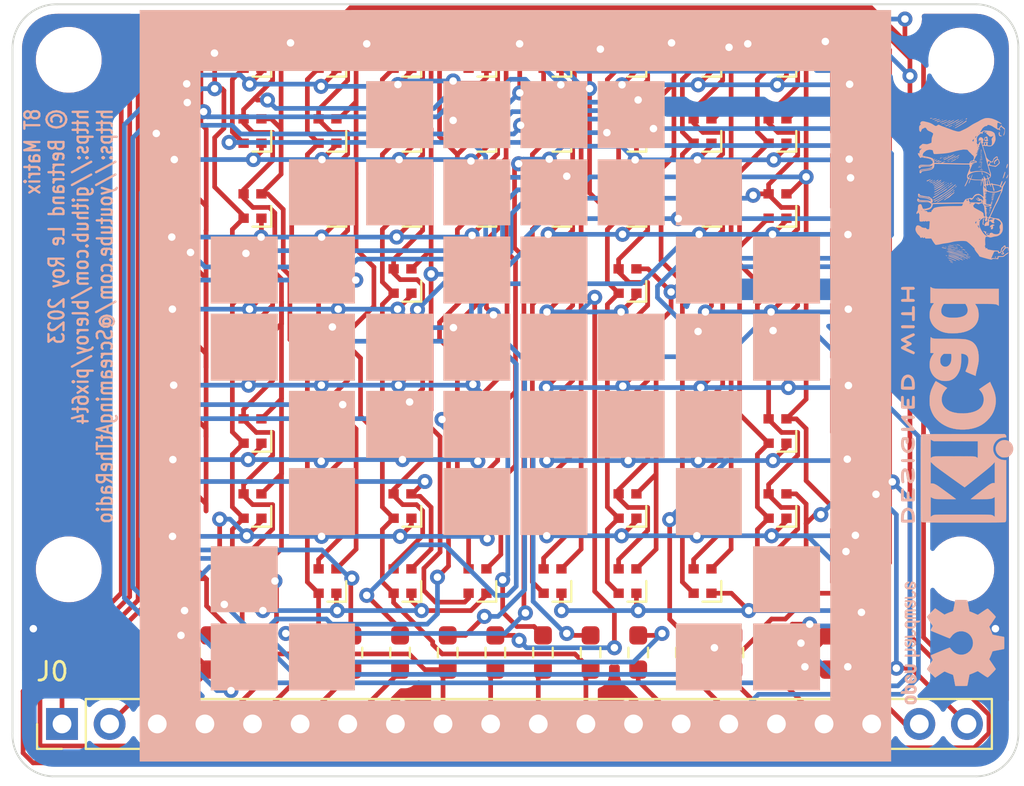
<source format=kicad_pcb>
(kicad_pcb (version 20211014) (generator pcbnew)
  (layers (0 "F.Cu" signal) (31 "B.Cu" signal) (34 "B.Paste" user) (35 "F.Paste" user) (36 "B.SilkS" user "B.Silkscreen") (37 "F.SilkS" user "F.Silkscreen") (38 "B.Mask" user) (39 "F.Mask" user) (44 "Edge.Cuts" user))
  (net 0 "")
  (net 1 "P1")
  (net 2 "P2")
  (net 3 "P3")
  (net 4 "Y0")
  (net 5 "P4")
  (net 6 "P5")
  (net 7 "P6")
  (net 8 "P7")
  (net 9 "P8")
  (net 10 "P9")
  (net 11 "PA")
  (net 12 "PB")
  (net 13 "PC")
  (net 14 "PD")
  (net 15 "PE")
  (net 16 "PF")
  (net 17 "P0")
  (net 18 "Y1")
  (net 19 "Y2")
  (net 20 "Y3")
  (net 21 "Y4")
  (net 22 "Y5")
  (net 23 "Y6")
  (net 24 "Y7")
  (net 25 "Y8")
  (net 26 "Y9")
  (net 27 "YA")
  (net 28 "YB")
  (net 29 "YC")
  (net 30 "YD")
  (net 31 "YE")
  (net 32 "YF")
  (net 33 "GND")
  (footprint "Resistor_SMD:R_0603_1608Metric_Pad0.98x0.95mm_HandSolder" (layer "F.Cu") (at 60.96 46.99 -90)
    (fp_text reference "R7" hide)
    (fp_text value "R" hide)
  )
  (footprint "Resistor_SMD:R_0603_1608Metric_Pad0.98x0.95mm_HandSolder" (layer "F.Cu") (at 50.8 46.99 -90)
    (fp_text reference "R3" hide)
    (fp_text value "R" hide)
  )
  (footprint "Library:RGB_LED" (layer "F.Cu") (at 52.01 31.18)
    (fp_text reference "D42" hide)
    (fp_text value "LED_RGBA" hide)
  )
  (footprint "Library:RGB_LED" (layer "F.Cu") (at 64.01 31.18)
    (fp_text reference "D45" hide)
    (fp_text value "LED_RGBA" hide)
  )
  (footprint "MountingHole:MountingHole_2.5mm_Pad" (layer "F.Cu") (at 38.21 15.42)
    (fp_text reference "REF**" hide)
    (fp_text value "MountingHole_2.5mm_Pad" hide)
  )
  (footprint "Library:RGB_LED" (layer "F.Cu") (at 48.01 35.18)
    (fp_text reference "D51" hide)
    (fp_text value "LED_RGBA" hide)
  )
  (footprint "Resistor_SMD:R_0603_1608Metric_Pad0.98x0.95mm_HandSolder" (layer "F.Cu") (at 71.12 46.99 -90)
    (fp_text reference "R11" hide)
    (fp_text value "R" hide)
  )
  (footprint "Library:RGB_LED" (layer "F.Cu") (at 68.01 43.18)
    (fp_text reference "D76" hide)
    (fp_text value "LED_RGBA" hide)
  )
  (footprint "MountingHole:MountingHole_2.5mm_Pad" (layer "F.Cu") (at 85.81 42.554)
    (fp_text reference "REF**" hide)
    (fp_text value "MountingHole_2.5mm_Pad" hide)
  )
  (footprint "Connector_PinHeader_2.54mm:PinHeader_1x20_P2.54mm_Vertical" (layer "F.Cu") (at 37.851 50.8 90)
    (fp_text reference "J0")
    (fp_text value "Conn_01x20")
  )
  (footprint "Library:RGB_LED" (layer "F.Cu") (at 56.01 43.18)
    (fp_text reference "D73" hide)
    (fp_text value "LED_RGBA" hide)
  )
  (footprint "Library:RGB_LED" (layer "F.Cu") (at 48.01 39.18)
    (fp_text reference "D61" hide)
    (fp_text value "LED_RGBA" hide)
  )
  (footprint "Library:RGB_LED" (layer "F.Cu") (at 60.01 19.18)
    (fp_text reference "D14" hide)
    (fp_text value "LED_RGBA" hide)
  )
  (footprint "Resistor_SMD:R_0603_1608Metric_Pad0.98x0.95mm_HandSolder" (layer "F.Cu") (at 58.42 46.99 -90)
    (fp_text reference "R6" hide)
    (fp_text value "R" hide)
  )
  (footprint "Library:RGB_LED" (layer "F.Cu") (at 48.01 15.18)
    (fp_text reference "D1" hide)
    (fp_text value "LED_RGBA" hide)
  )
  (footprint "Library:RGB_LED" (layer "F.Cu") (at 60.01 23.18)
    (fp_text reference "D24" hide)
    (fp_text value "LED_RGBA" hide)
  )
  (footprint "Library:RGB_LED" (layer "F.Cu") (at 44.01 23.18)
    (fp_text reference "D20" hide)
    (fp_text value "LED_RGBA" hide)
  )
  (footprint "Library:RGB_LED" (layer "F.Cu") (at 56.01 27.18)
    (fp_text reference "D33" hide)
    (fp_text value "LED_RGBA" hide)
  )
  (footprint "Library:RGB_LED" (layer "F.Cu") (at 72.01 15.18)
    (fp_text reference "D7" hide)
    (fp_text value "LED_RGBA" hide)
  )
  (footprint "Library:RGB_LED" (layer "F.Cu") (at 80.01 35.18)
    (fp_text reference "D59" hide)
    (fp_text value "LED_RGBA" hide)
  )
  (footprint "Library:RGB_LED" (layer "F.Cu") (at 52.01 15.18)
    (fp_text reference "D2" hide)
    (fp_text value "LED_RGBA" hide)
  )
  (footprint "Library:RGB_LED" (layer "F.Cu") (at 64.01 15.18)
    (fp_text reference "D5" hide)
    (fp_text value "LED_RGBA" hide)
  )
  (footprint "Library:RGB_LED" (layer "F.Cu") (at 44.01 35.18)
    (fp_text reference "D50" hide)
    (fp_text value "LED_RGBA" hide)
  )
  (footprint "Library:RGB_LED" (layer "F.Cu") (at 80.01 15.18)
    (fp_text reference "D9" hide)
    (fp_text value "LED_RGBA" hide)
  )
  (footprint "Library:RGB_LED" (layer "F.Cu") (at 52.01 23.18)
    (fp_text reference "D22" hide)
    (fp_text value "LED_RGBA" hide)
  )
  (footprint "Library:RGB_LED" (layer "F.Cu") (at 76.01 23.18)
    (fp_text reference "D28" hide)
    (fp_text value "LED_RGBA" hide)
  )
  (footprint "Library:RGB_LED" (layer "F.Cu") (at 68.01 31.18)
    (fp_text reference "D46" hide)
    (fp_text value "LED_RGBA" hide)
  )
  (footprint "Library:RGB_LED" (layer "F.Cu") (at 72.01 19.18)
    (fp_text reference "D17" hide)
    (fp_text value "LED_RGBA" hide)
  )
  (footprint "Library:RGB_LED" (layer "F.Cu") (at 80.01 23.18)
    (fp_text reference "D29" hide)
    (fp_text value "LED_RGBA" hide)
  )
  (footprint "Library:RGB_LED" (layer "F.Cu") (at 76.01 19.18)
    (fp_text reference "D18" hide)
    (fp_text value "LED_RGBA" hide)
  )
  (footprint "Library:RGB_LED" (layer "F.Cu") (at 72.01 27.18)
    (fp_text reference "D37" hide)
    (fp_text value "LED_RGBA" hide)
  )
  (footprint "Library:RGB_LED" (layer "F.Cu") (at 68.01 35.18)
    (fp_text reference "D56" hide)
    (fp_text value "LED_RGBA" hide)
  )
  (footprint "Library:RGB_LED" (layer "F.Cu") (at 80.01 19.18)
    (fp_text reference "D19" hide)
    (fp_text value "LED_RGBA" hide)
  )
  (footprint "Resistor_SMD:R_0603_1608Metric_Pad0.98x0.95mm_HandSolder" (layer "F.Cu") (at 53.34 46.99 -90)
    (fp_text reference "R4" hide)
    (fp_text value "R" hide)
  )
  (footprint "Library:RGB_LED" (layer "F.Cu") (at 56.01 35.18)
    (fp_text reference "D53" hide)
    (fp_text value "LED_RGBA" hide)
  )
  (footprint "Library:RGB_LED" (layer "F.Cu") (at 72.01 31.18)
    (fp_text reference "D47" hide)
    (fp_text value "LED_RGBA" hide)
  )
  (footprint "Library:RGB_LED" (layer "F.Cu") (at 80.01 39.18)
    (fp_text reference "D69" hide)
    (fp_text value "LED_RGBA" hide)
  )
  (footprint "Library:RGB_LED" (layer "F.Cu") (at 72.01 39.18)
    (fp_text reference "D67" hide)
    (fp_text value "LED_RGBA" hide)
  )
  (footprint "Library:RGB_LED" (layer "F.Cu") (at 56.01 31.18)
    (fp_text reference "D43" hide)
    (fp_text value "LED_RGBA" hide)
  )
  (footprint "Library:RGB_LED" (layer "F.Cu") (at 76.01 39.18)
    (fp_text reference "D68" hide)
    (fp_text value "LED_RGBA" hide)
  )
  (footprint "Library:RGB_LED" (layer "F.Cu") (at 76.01 35.18)
    (fp_text reference "D58" hide)
    (fp_text value "LED_RGBA" hide)
  )
  (footprint "Library:RGB_LED" (layer "F.Cu") (at 60.01 39.18)
    (fp_text reference "D64" hide)
    (fp_text value "LED_RGBA" hide)
  )
  (footprint "Library:RGB_LED" (layer "F.Cu") (at 48.01 43.18)
    (fp_text reference "D71" hide)
    (fp_text value "LED_RGBA" hide)
  )
  (footprint "Library:RGB_LED" (layer "F.Cu") (at 44.01 15.18)
    (fp_text reference "D0" hide)
    (fp_text value "LED_RGBA" hide)
  )
  (footprint "Library:RGB_LED" (layer "F.Cu") (at 68.01 23.18)
    (fp_text reference "D26" hide)
    (fp_text value "LED_RGBA" hide)
  )
  (footprint "Library:RGB_LED" (layer "F.Cu") (at 60.01 15.18)
    (fp_text reference "D4" hide)
    (fp_text value "LED_RGBA" hide)
  )
  (footprint "Library:RGB_LED" (layer "F.Cu") (at 44.01 31.18)
    (fp_text reference "D40" hide)
    (fp_text value "LED_RGBA" hide)
  )
  (footprint "Resistor_SMD:R_0603_1608Metric_Pad0.98x0.95mm_HandSolder" (layer "F.Cu") (at 73.66 46.99 -90)
    (fp_text reference "R12" hide)
    (fp_text value "R" hide)
  )
  (footprint "Library:RGB_LED" (layer "F.Cu") (at 44.01 39.18)
    (fp_text reference "D60" hide)
    (fp_text value "LED_RGBA" hide)
  )
  (footprint "Library:RGB_LED" (layer "F.Cu") (at 48.01 27.18)
    (fp_text reference "D31" hide)
    (fp_text value "LED_RGBA" hide)
  )
  (footprint "Library:RGB_LED" (layer "F.Cu") (at 68.01 27.18)
    (fp_text reference "D36" hide)
    (fp_text value "LED_RGBA" hide)
  )
  (footprint "Library:RGB_LED" (layer "F.Cu") (at 52.01 35.18)
    (fp_text reference "D52" hide)
    (fp_text value "LED_RGBA" hide)
  )
  (footprint "Resistor_SMD:R_0603_1608Metric_Pad0.98x0.95mm_HandSolder" (layer "F.Cu") (at 43.18 46.99 -90)
    (fp_text reference "R0" hide)
    (fp_text value "R" hide)
  )
  (footprint "Library:RGB_LED" (layer "F.Cu") (at 80.01 27.18)
    (fp_text reference "D39" hide)
    (fp_text value "LED_RGBA" hide)
  )
  (footprint "Library:RGB_LED" (layer "F.Cu") (at 80.01 31.18)
    (fp_text reference "D49" hide)
    (fp_text value "LED_RGBA" hide)
  )
  (footprint "Library:RGB_LED" (layer "F.Cu") (at 76.01 27.18)
    (fp_text reference "D38" hide)
    (fp_text value "LED_RGBA" hide)
  )
  (footprint "Resistor_SMD:R_0603_1608Metric_Pad0.98x0.95mm_HandSolder" (layer "F.Cu") (at 81.28 46.99 -90)
    (fp_text reference "R15" hide)
    (fp_text value "R" hide)
  )
  (footprint "Library:RGB_LED" (layer "F.Cu") (at 52.01 39.18)
    (fp_text reference "D62" hide)
    (fp_text value "LED_RGBA" hide)
  )
  (footprint "Resistor_SMD:R_0603_1608Metric_Pad0.98x0.95mm_HandSolder" (layer "F.Cu") (at 63.5 46.99 -90)
    (fp_text reference "R8" hide)
    (fp_text value "R" hide)
  )
  (footprint "Library:RGB_LED" (layer "F.Cu") (at 76.01 15.18)
    (fp_text reference "D8" hide)
    (fp_text value "LED_RGBA" hide)
  )
  (footprint "Library:RGB_LED" (layer "F.Cu") (at 60.01 27.18)
    (fp_text reference "D34" hide)
    (fp_text value "LED_RGBA" hide)
  )
  (footprint "Resistor_SMD:R_0603_1608Metric_Pad0.98x0.95mm_HandSolder" (layer "F.Cu") (at 48.26 46.99 -90)
    (fp_text reference "R2" hide)
    (fp_text value "R" hide)
  )
  (footprint "Library:RGB_LED" (layer "F.Cu") (at 64.01 35.18)
    (fp_text reference "D55" hide)
    (fp_text value "LED_RGBA" hide)
  )
  (footprint "Library:RGB_LED" (layer "F.Cu") (at 64.01 43.18)
    (fp_text reference "D75" hide)
    (fp_text value "LED_RGBA" hide)
  )
  (footprint "Library:RGB_LED" (layer "F.Cu") (at 60.01 43.18)
    (fp_text reference "D74" hide)
    (fp_text value "LED_RGBA" hide)
  )
  (footprint "Library:RGB_LED" (layer "F.Cu") (at 44.01 43.18)
    (fp_text reference "D70" hide)
    (fp_text value "LED_RGBA" hide)
  )
  (footprint "Library:RGB_LED" (layer "F.Cu") (at 60.01 35.18)
    (fp_text reference "D54" hide)
    (fp_text value "LED_RGBA" hide)
  )
  (footprint "Library:RGB_LED" (layer "F.Cu") (at 64.01 23.18)
    (fp_text reference "D25" hide)
    (fp_text value "LED_RGBA" hide)
  )
  (footprint "MountingHole:MountingHole_2.5mm_Pad" (layer "F.Cu") (at 38.21 42.554)
    (fp_text reference "REF**" hide)
    (fp_text value "MountingHole_2.5mm_Pad" hide)
  )
  (footprint "Library:RGB_LED" (layer "F.Cu") (at 68.01 39.18)
    (fp_text reference "D66" hide)
    (fp_text value "LED_RGBA" hide)
  )
  (footprint "Library:RGB_LED" (layer "F.Cu") (at 52.01 19.18)
    (fp_text reference "D12" hide)
    (fp_text value "LED_RGBA" hide)
  )
  (footprint "Resistor_SMD:R_0603_1608Metric_Pad0.98x0.95mm_HandSolder" (layer "F.Cu") (at 68.58 46.99 -90)
    (fp_text reference "R10" hide)
    (fp_text value "R" hide)
  )
  (footprint "Library:RGB_LED" (layer "F.Cu") (at 56.01 19.18)
    (fp_text reference "D13" hide)
    (fp_text value "LED_RGBA" hide)
  )
  (footprint "MountingHole:MountingHole_2.5mm_Pad" (layer "F.Cu") (at 85.81 15.42)
    (fp_text reference "REF**" hide)
    (fp_text value "MountingHole_2.5mm_Pad" hide)
  )
  (footprint "Library:RGB_LED" (layer "F.Cu") (at 76.01 31.18)
    (fp_text reference "D48" hide)
    (fp_text value "LED_RGBA" hide)
  )
  (footprint "Library:RGB_LED" (layer "F.Cu") (at 56.01 39.18)
    (fp_text reference "D63" hide)
    (fp_text value "LED_RGBA" hide)
  )
  (footprint "Resistor_SMD:R_0603_1608Metric_Pad0.98x0.95mm_HandSolder" (layer "F.Cu") (at 45.72 46.99 -90)
    (fp_text reference "R1" hide)
    (fp_text value "R" hide)
  )
  (footprint "Library:RGB_LED" (layer "F.Cu") (at 60.01 31.18)
    (fp_text reference "D44" hide)
    (fp_text value "LED_RGBA" hide)
  )
  (footprint "Library:RGB_LED" (layer "F.Cu") (at 68.01 19.18)
    (fp_text reference "D16" hide)
    (fp_text value "LED_RGBA" hide)
  )
  (footprint "Library:RGB_LED" (layer "F.Cu") (at 68.01 15.18)
    (fp_text reference "D6" hide)
    (fp_text value "LED_RGBA" hide)
  )
  (footprint "Library:RGB_LED" (layer "F.Cu") (at 44.01 19.18)
    (fp_text reference "D10" hide)
    (fp_text value "LED_RGBA" hide)
  )
  (footprint "Library:RGB_LED" (layer "F.Cu") (at 80.01 43.18)
    (fp_text reference "D79" hide)
    (fp_text value "LED_RGBA" hide)
  )
  (footprint "Library:RGB_LED" (layer "F.Cu") (at 64.01 39.18)
    (fp_text reference "D65" hide)
    (fp_text value "LED_RGBA" hide)
  )
  (footprint "Library:RGB_LED" (layer "F.Cu") (at 72.01 35.18)
    (fp_text reference "D57" hide)
    (fp_text value "LED_RGBA" hide)
  )
  (footprint "Library:RGB_LED" (layer "F.Cu") (at 76.01 43.18)
    (fp_text reference "D78" hide)
    (fp_text value "LED_RGBA" hide)
  )
  (footprint "Library:RGB_LED" (layer "F.Cu") (at 52.01 27.18)
    (fp_text reference "D32" hide)
    (fp_text value "LED_RGBA" hide)
  )
  (footprint "Library:RGB_LED" (layer "F.Cu") (at 72.01 23.18)
    (fp_text reference "D27" hide)
    (fp_text value "LED_RGBA" hide)
  )
  (footprint "Library:RGB_LED" (layer "F.Cu") (at 64.01 19.18)
    (fp_text reference "D15" hide)
    (fp_text value "LED_RGBA" hide)
  )
  (footprint "Resistor_SMD:R_0603_1608Metric_Pad0.98x0.95mm_HandSolder" (layer "F.Cu") (at 55.88 46.99 -90)
    (fp_text reference "R5" hide)
    (fp_text value "R" hide)
  )
  (footprint "Library:RGB_LED" (layer "F.Cu") (at 44.01 27.18)
    (fp_text reference "D30" hide)
    (fp_text value "LED_RGBA" hide)
  )
  (footprint "Library:RGB_LED" (layer "F.Cu") (at 48.01 31.18)
    (fp_text reference "D41" hide)
    (fp_text value "LED_RGBA" hide)
  )
  (footprint "Library:RGB_LED" (layer "F.Cu") (at 64.01 27.18)
    (fp_text reference "D35" hide)
    (fp_text value "LED_RGBA" hide)
  )
  (footprint "Library:RGB_LED" (layer "F.Cu") (at 56.01 15.18)
    (fp_text reference "D3" hide)
    (fp_text value "LED_RGBA" hide)
  )
  (footprint "Library:RGB_LED" (layer "F.Cu") (at 48.01 23.18)
    (fp_text reference "D21" hide)
    (fp_text value "LED_RGBA" hide)
  )
  (footprint "Library:RGB_LED" (layer "F.Cu") (at 56.01 23.18)
    (fp_text reference "D23" hide)
    (fp_text value "LED_RGBA" hide)
  )
  (footprint "Library:RGB_LED" (layer "F.Cu") (at 72.01 43.18)
    (fp_text reference "D77" hide)
    (fp_text value "LED_RGBA" hide)
  )
  (footprint "Resistor_SMD:R_0603_1608Metric_Pad0.98x0.95mm_HandSolder" (layer "F.Cu") (at 76.2 46.99 -90)
    (fp_text reference "R13" hide)
    (fp_text value "R" hide)
  )
  (footprint "Library:RGB_LED" (layer "F.Cu") (at 48.01 19.18)
    (fp_text reference "D11" hide)
    (fp_text value "LED_RGBA" hide)
  )
  (footprint "Resistor_SMD:R_0603_1608Metric_Pad0.98x0.95mm_HandSolder" (layer "F.Cu") (at 78.74 46.99 -90)
    (fp_text reference "R14" hide)
    (fp_text value "R" hide)
  )
  (footprint "Resistor_SMD:R_0603_1608Metric_Pad0.98x0.95mm_HandSolder" (layer "F.Cu") (at 66.04 46.99 -90)
    (fp_text reference "R9" hide)
    (fp_text value "R" hide)
  )
  (footprint "Library:RGB_LED" (layer "F.Cu") (at 52.01 43.18)
    (fp_text reference "D72" hide)
    (fp_text value "LED_RGBA" hide)
  )
  (footprint "LOGO" (layer "B.Cu") (at 62.031 32.766 180)
    (fp_text reference "G***" hide)
    (fp_text value "LOGO" hide)
  )
  (footprint "LOGO" (layer "B.Cu") (at 85.852 22.352 90)
    (fp_text reference "G***" hide)
    (fp_text value "LOGO" hide)
  )
  (footprint "Symbol:OSHW-Logo2_7.3x6mm_SilkScreen" (layer "B.Cu") (at 85.344 46.482 90)
    (fp_text reference "REF**" hide)
    (fp_text value "OSHW-Logo2_7.3x6mm_SilkScreen" hide)
  )
  (footprint "Symbol:KiCad-Logo2_5mm_SilkScreen" (layer "B.Cu") (at 85.598 33.782 90)
    (fp_text reference "REF**" hide)
    (fp_text value "KiCad-Logo2_5mm_SilkScreen" hide)
  )
  (gr_line (start 37.592 12.42) (end 86.614 12.42) (layer "Edge.Cuts") (width 0.1))
  (gr_arc (start 86.614 12.42) (mid 88.211831 13.112495) (end 88.852 14.732) (layer "Edge.Cuts") (width 0.1))
  (gr_line (start 86.614 53.594) (end 37.338 53.594) (layer "Edge.Cuts") (width 0.1))
  (gr_arc (start 37.338 53.594) (mid 35.800554 52.891723) (end 35.21 51.308) (layer "Edge.Cuts") (width 0.1))
  (gr_line (start 88.852 14.732) (end 88.852 51.308) (layer "Edge.Cuts") (width 0.1))
  (gr_line (start 35.21 51.308) (end 35.21 14.732) (layer "Edge.Cuts") (width 0.1))
  (gr_arc (start 88.852 51.308) (mid 88.206446 52.914505) (end 86.614 53.594) (layer "Edge.Cuts") (width 0.1))
  (gr_arc (start 35.21 14.732) (mid 35.922169 13.082672) (end 37.592 12.42) (layer "Edge.Cuts") (width 0.1))
  (gr_text "8T Matrix\n© Bertrand Le Roy 2023\nhttps://github.com/bleroy/pix6t4\nhttps://youtube.com/@ScreamingAtTheRadio" (at 38.21 17.92 90) (layer "B.SilkS") (effects (font (size 0.8 0.65) (thickness 0.125)) (justify left mirror)))
  (segment (start 63.535 26.03) (end 65.085 24.48) (width 0.25) (layer "F.Cu") (net 1))
  (segment (start 65.085 32.48) (end 65.085 31.255) (width 0.25) (layer "F.Cu") (net 1))
  (segment (start 43.535 29.955) (end 45.085 28.405) (width 0.25) (layer "F.Cu") (net 1))
  (segment (start 63.535 30.53) (end 63.535 30.03) (width 0.25) (layer "F.Cu") (net 1))
  (segment (start 63.535 34.755) (end 63.535 34.53) (width 0.25) (layer "F.Cu") (net 1))
  (segment (start 43.535 26.03) (end 44.1805 25.3845) (width 0.25) (layer "F.Cu") (net 1))
  (segment (start 65.085 28.48) (end 65.085 27.4176) (width 0.25) (layer "F.Cu") (net 1))
  (segment (start 43.535 42.53) (end 43.535 43.03) (width 0.25) (layer "F.Cu") (net 1))
  (segment (start 65.085 40.405) (end 65.085 39.255) (width 0.25) (layer "F.Cu") (net 1))
  (segment (start 45.1104 43.2804) (end 45.1104 45.404105) (width 0.25) (layer "F.Cu") (net 1))
  (segment (start 45.085 20.48) (end 45.085 19.255) (width 0.25) (layer "F.Cu") (net 1))
  (segment (start 45.085 31.4452) (end 44.7448 31.105) (width 0.25) (layer "F.Cu") (net 1))
  (segment (start 64.035 23.255) (end 63.535 22.755) (width 0.25) (layer "F.Cu") (net 1))
  (segment (start 44.035 19.255) (end 43.535 18.755) (width 0.25) (layer "F.Cu") (net 1))
  (segment (start 43.535 34.53) (end 43.535 34.03) (width 0.25) (layer "F.Cu") (net 1))
  (segment (start 65.085 24.48) (end 65.085 23.255) (width 0.25) (layer "F.Cu") (net 1))
  (segment (start 65.085 31.255) (end 64.035 31.255) (width 0.25) (layer "F.Cu") (net 1))
  (segment (start 63.535 42.53) (end 63.535 41.955) (width 0.25) (layer "F.Cu") (net 1))
  (segment (start 45.72 47.9025) (end 44.8545 48.768) (width 0.25) (layer "F.Cu") (net 1))
  (segment (start 44.935 39.105) (end 43.885 39.105) (width 0.25) (layer "F.Cu") (net 1))
  (segment (start 63.535 22.755) (end 63.535 22.53) (width 0.25) (layer "F.Cu") (net 1))
  (segment (start 44.8545 48.768) (end 42.423 48.768) (width 0.25) (layer "F.Cu") (net 1))
  (segment (start 44.9846 43.1546) (end 45.1104 43.2804) (width 0.25) (layer "F.Cu") (net 1))
  (segment (start 43.535 26.53) (end 43.535 26.03) (width 0.25) (layer "F.Cu") (net 1))
  (segment (start 44.92 47.1025) (end 45.72 47.9025) (width 0.25) (layer "F.Cu") (net 1))
  (segment (start 44.7448 31.105) (end 44.0336 31.105) (width 0.25) (layer "F.Cu") (net 1))
  (segment (start 44.45 25.654) (end 44.704 25.654) (width 0.25) (layer "F.Cu") (net 1))
  (segment (start 63.885 27.105) (end 63.535 26.755) (width 0.25) (layer "F.Cu") (net 1))
  (segment (start 43.6596 43.1546) (end 44.9846 43.1546) (width 0.25) (layer "F.Cu") (net 1))
  (segment (start 44.92 45.594505) (end 44.92 47.1025) (width 0.25) (layer "F.Cu") (net 1))
  (segment (start 65.085 23.255) (end 64.035 23.255) (width 0.25) (layer "F.Cu") (net 1))
  (segment (start 44.0336 31.105) (end 43.535 30.6064) (width 0.25) (layer "F.Cu") (net 1))
  (segment (start 44.8596 27.105) (end 44.066 27.105) (width 0.25) (layer "F.Cu") (net 1))
  (segment (start 63.535 30.03) (end 65.085 28.48) (width 0.25) (layer "F.Cu") (net 1))
  (segment (start 43.535 43.03) (end 43.6596 43.1546) (width 0.25) (layer "F.Cu") (net 1))
  (segment (start 63.535 22.53) (end 63.535 22.305) (width 0.25) (layer "F.Cu") (net 1))
  (segment (start 43.535 22.53) (end 43.535 22.03) (width 0.25) (layer "F.Cu") (net 1))
  (segment (start 45.085 24.48) (end 45.085 23.4188) (width 0.25) (layer "F.Cu") (net 1))
  (segment (start 65.085 19.255) (end 64.213 19.255) (width 0.25) (layer "F.Cu") (net 1))
  (segment (start 43.535 15.83) (end 43.535 18.53) (width 0.25) (layer "F.Cu") (net 1))
  (segment (start 45.1104 45.404105) (end 44.92 45.594505) (width 0.25) (layer "F.Cu") (net 1))
  (segment (start 65.085 20.755) (end 65.085 19.255) (width 0.25) (layer "F.Cu") (net 1))
  (segment (start 63.535 26.53) (end 63.535 26.03) (width 0.25) (layer "F.Cu") (net 1))
  (segment (start 45.085 39.255) (end 44.935 39.105) (width 0.25) (layer "F.Cu") (net 1))
  (segment (start 43.535 38.53) (end 43.535 37.955) (width 0.25) (layer "F.Cu") (net 1))
  (segment (start 63.535 37.955) (end 65.085 36.405) (width 0.25) (layer "F.Cu") (net 1))
  (segment (start 64.035 31.255) (end 63.535 30.755) (width 0.25) (layer "F.Cu") (net 1))
  (segment (start 63.535 26.755) (end 63.535 26.53) (width 0.25) (layer "F.Cu") (net 1))
  (segment (start 43.535 38.755) (end 43.535 38.53) (width 0.25) (layer "F.Cu") (net 1))
  (segment (start 64.77 21.59) (end 64.77 21.07) (width 0.25) (layer "F.Cu") (net 1))
  (segment (start 44.066 27.105) (end 43.535 26.574) (width 0.25) (layer "F.Cu") (net 1))
  (segment (start 45.085 27.3304) (end 44.8596 27.105) (width 0.25) (layer "F.Cu") (net 1))
  (segment (start 64.213 19.255) (end 63.535 18.577) (width 0.25) (layer "F.Cu") (net 1))
  (segment (start 63.535 34.03) (end 65.085 32.48) (width 0.25) (layer "F.Cu") (net 1))
  (segment (start 43.535 22.755) (end 43.535 22.53) (width 0.25) (layer "F.Cu") (net 1))
  (segment (start 43.535 18.755) (end 43.535 18.53) (width 0.25) (layer "F.Cu") (net 1))
  (segment (start 45.085 32.48) (end 45.085 31.4452) (width 0.25) (layer "F.Cu") (net 1))
  (segment (start 63.535 38.53) (end 63.535 37.955) (width 0.25) (layer "F.Cu") (net 1))
  (segment (start 43.535 30.53) (end 43.535 29.955) (width 0.25) (layer "F.Cu") (net 1))
  (segment (start 64.035 39.255) (end 63.535 38.755) (width 0.25) (layer "F.Cu") (net 1))
  (segment (start 44.1805 25.3845) (end 45.085 24.48) (width 0.25) (layer "F.Cu") (net 1))
  (segment (start 45.085 40.48) (end 45.085 39.255) (width 0.25) (layer "F.Cu") (net 1))
  (segment (start 44.1805 25.3845) (end 44.45 25.654) (width 0.25) (layer "F.Cu") (net 1))
  (segment (start 65.085 36.405) (end 65.085 35.255) (width 0.25) (layer "F.Cu") (net 1))
  (segment (start 45.085 28.405) (end 45.085 27.3304) (width 0.25) (layer "F.Cu") (net 1))
  (segment (start 44.0452 35.255) (end 43.535 34.7448) (width 0.25) (layer "F.Cu") (net 1))
  (segment (start 43.535 22.03) (end 45.085 20.48) (width 0.25) (layer "F.Cu") (net 1))
  (segment (start 43.535 34.7448) (end 43.535 34.53) (width 0.25) (layer "F.Cu") (net 1))
  (segment (start 63.535 34.53) (end 63.535 34.03) (width 0.25) (layer "F.Cu") (net 1))
  (segment (start 43.535 42.03) (end 45.085 40.48) (width 0.25) (layer "F.Cu") (net 1))
  (segment (start 45.085 36.405) (end 45.085 35.255) (width 0.25) (layer "F.Cu") (net 1))
  (segment (start 65.085 39.255) (end 64.035 39.255) (width 0.25) (layer "F.Cu") (net 1))
  (segment (start 43.885 23.105) (end 43.535 22.755) (width 0.25) (layer "F.Cu") (net 1))
  (segment (start 64.035 35.255) (end 63.535 34.755) (width 0.25) (layer "F.Cu") (net 1))
  (segment (start 63.535 41.955) (end 65.085 40.405) (width 0.25) (layer "F.Cu") (net 1))
  (segment (start 63.535 30.755) (end 63.535 30.53) (width 0.25) (layer "F.Cu") (net 1))
  (segment (start 43.885 39.105) (end 43.535 38.755) (width 0.25) (layer "F.Cu") (net 1))
  (segment (start 45.085 19.255) (end 44.035 19.255) (width 0.25) (layer "F.Cu") (net 1))
  (segment (start 63.535 22.305) (end 64.256 21.584) (width 0.25) (layer "F.Cu") (net 1))
  (segment (start 63.535 38.755) (end 63.535 38.53) (width 0.25) (layer "F.Cu") (net 1))
  (segment (start 45.085 23.4188) (end 44.7712 23.105) (width 0.25) (layer "F.Cu") (net 1))
  (segment (start 64.256 21.584) (end 65.085 20.755) (width 0.25) (layer "F.Cu") (net 1))
  (segment (start 65.085 35.255) (end 64.035 35.255) (width 0.25) (layer "F.Cu") (net 1))
  (segment (start 45.085 35.255) (end 44.0452 35.255) (width 0.25) (layer "F.Cu") (net 1))
  (segment (start 65.085 27.4176) (end 64.7724 27.105) (width 0.25) (layer "F.Cu") (net 1))
  (segment (start 43.535 34.03) (end 45.085 32.48) (width 0.25) (layer "F.Cu") (net 1))
  (segment (start 42.423 48.768) (end 40.391 50.8) (width 0.25) (layer "F.Cu") (net 1))
  (segment (start 64.77 21.07) (end 65.085 20.755) (width 0.25) (layer "F.Cu") (net 1))
  (segment (start 43.535 37.955) (end 45.085 36.405) (width 0.25) (layer "F.Cu") (net 1))
  (segment (start 64.7724 27.105) (end 63.885 27.105) (width 0.25) (layer "F.Cu") (net 1))
  (segment (start 43.535 42.53) (end 43.535 42.03) (width 0.25) (layer "F.Cu") (net 1))
  (segment (start 44.7712 23.105) (end 43.885 23.105) (width 0.25) (layer "F.Cu") (net 1))
  (via (at 44.704 25.654) (size 0.8) (drill 0.4) (layers "F.Cu" "B.Cu") (net 1))
  (via (at 64.77 21.59) (size 0.8) (drill 0.4) (layers "F.Cu" "B.Cu") (net 1))
  (segment (start 64.77 21.59) (end 64.711163 21.648837) (width 0.25) (layer "B.Cu") (net 1))
  (segment (start 53.609628 26.010067) (end 53.189895 26.4298) (width 0.25) (layer "B.Cu") (net 1))
  (segment (start 60.895601 22.416399) (end 60.895601 25.231502) (width 0.25) (layer "B.Cu") (net 1))
  (segment (start 60.895601 25.231502) (end 60.117036 26.010067) (width 0.25) (layer "B.Cu") (net 1))
  (segment (start 61.663163 21.648837) (end 60.895601 22.416399) (width 0.25) (layer "B.Cu") (net 1))
  (segment (start 45.4798 26.4298) (end 44.704 25.654) (width 0.25) (layer "B.Cu") (net 1))
  (segment (start 64.711163 21.648837) (end 61.663163 21.648837) (width 0.25) (layer "B.Cu") (net 1))
  (segment (start 53.189895 26.4298) (end 45.4798 26.4298) (width 0.25) (layer "B.Cu") (net 1))
  (segment (start 60.117036 26.010067) (end 53.609628 26.010067) (width 0.25) (layer "B.Cu") (net 1))
  (segment (start 44.485 30.53) (end 45.01 30.53) (width 0.25) (layer "F.Cu") (net 2))
  (segment (start 65.535 19.068604) (end 64.996396 18.53) (width 0.25) (layer "F.Cu") (net 2))
  (segment (start 64.485 34.5048) (end 65.535 33.4548) (width 0.25) (layer "F.Cu") (net 2))
  (segment (start 65.535 29.4102) (end 65.535 25.4986) (width 0.25) (layer "F.Cu") (net 2))
  (segment (start 47.01 47.0862) (end 47.8263 47.9025) (width 0.25) (layer "F.Cu") (net 2))
  (segment (start 45.5422 19.075804) (end 45.5422 23.1902) (width 0.25) (layer "F.Cu") (net 2))
  (segment (start 45.5604 44.5044) (end 47.01 45.954) (width 0.25) (layer "F.Cu") (net 2))
  (segment (start 45.535 39.439) (end 45.535 39.068604) (width 0.25) (layer "F.Cu") (net 2))
  (segment (start 45.535 24.4928) (end 45.5422 24.4856) (width 0.25) (layer "F.Cu") (net 2))
  (segment (start 44.485 34.53) (end 45.01 34.53) (width 0.25) (layer "F.Cu") (net 2))
  (segment (start 64.485 42.53) (end 65.535 41.48) (width 0.25) (layer "F.Cu") (net 2))
  (segment (start 63.535 15.03) (end 63.745 15.24) (width 0.25) (layer "F.Cu") (net 2))
  (segment (start 45.01 34.53) (end 45.535 35.055) (width 0.25) (layer "F.Cu") (net 2))
  (segment (start 43.535 14.53) (end 43.535 14.755) (width 0.25) (layer "F.Cu") (net 2))
  (segment (start 43.535 14.755) (end 44.035 15.255) (width 0.25) (layer "F.Cu") (net 2))
  (segment (start 48.26 47.9025) (end 48.26 48.768) (width 0.25) (layer "F.Cu") (net 2))
  (segment (start 65.535 33.4548) (end 65.535 29.4102) (width 0.25) (layer "F.Cu") (net 2))
  (segment (start 45.0212 26.53) (end 45.535 27.0438) (width 0.25) (layer "F.Cu") (net 2))
  (segment (start 48.26 48.768) (end 46.228 50.8) (width 0.25) (layer "F.Cu") (net 2))
  (segment (start 45.257019 18.790623) (end 45.5422 19.075804) (width 0.25) (layer "F.Cu") (net 2))
  (segment (start 45.257019 15.427019) (end 45.257019 18.790623) (width 0.25) (layer "F.Cu") (net 2))
  (segment (start 65.1764 17.8386) (end 64.485 18.53) (width 0.25) (layer "F.Cu") (net 2))
  (segment (start 64.5492 38.53) (end 65.535 37.5442) (width 0.25) (layer "F.Cu") (net 2))
  (segment (start 45.535 43.055) (end 45.5604 43.0804) (width 0.25) (layer "F.Cu") (net 2))
  (segment (start 64.485 30.4602) (end 65.535 29.4102) (width 0.25) (layer "F.Cu") (net 2))
  (segment (start 45.085 15.255) (end 45.257019 15.427019) (width 0.25) (layer "F.Cu") (net 2))
  (segment (start 64.485 22.53) (end 65.202 22.53) (width 0.25) (layer "F.Cu") (net 2))
  (segment (start 44.485 42.53) (end 45.01 42.53) (width 0.25) (layer "F.Cu") (net 2))
  (segment (start 62.26194 15.71606) (end 62.26194 17.144826) (width 0.25) (layer "F.Cu") (net 2))
  (segment (start 64.5036 26.53) (end 65.535 25.4986) (width 0.25) (layer "F.Cu") (net 2))
  (segment (start 45.01 42.53) (end 45.5604 43.0804) (width 0.25) (layer "F.Cu") (net 2))
  (segment (start 65.535 37.5442) (end 65.535 33.4548) (width 0.25) (layer "F.Cu") (net 2))
  (segment (start 45.535 35.055) (end 45.535 35.4656) (width 0.25) (layer "F.Cu") (net 2))
  (segment (start 47.01 45.954) (end 47.01 47.0862) (width 0.25) (layer "F.Cu") (net 2))
  (segment (start 44.882 22.53) (end 45.5422 23.1902) (width 0.25) (layer "F.Cu") (net 2))
  (segment (start 65.535 25.4986) (end 65.535 22.863) (width 0.25) (layer "F.Cu") (net 2))
  (segment (start 45.535 35.4656) (end 45.535 39.439) (width 0.25) (layer "F.Cu") (net 2))
  (segment (start 45.535 31.7682) (end 45.535 28.5568) (width 0.25) (layer "F.Cu") (net 2))
  (segment (start 45.535 27.0438) (end 45.535 28.5568) (width 0.25) (layer "F.Cu") (net 2))
  (segment (start 65.535 41.48) (end 65.535 37.5442) (width 0.25) (layer "F.Cu") (net 2))
  (segment (start 45.535 39.068604) (end 44.996396 38.53) (width 0.25) (layer "F.Cu") (net 2))
  (segment (start 63.745 15.24) (end 65.1764 15.24) (width 0.25) (layer "F.Cu") (net 2))
  (segment (start 46.228 50.8) (end 45.471 50.8) (width 0.25) (layer "F.Cu") (net 2))
  (segment (start 45.01 30.53) (end 45.535 31.055) (width 0.25) (layer "F.Cu") (net 2))
  (segment (start 65.535 22.863) (end 65.535 19.068604) (width 0.25) (layer "F.Cu") (net 2))
  (segment (start 64.996396 18.53) (end 64.485 18.53) (width 0.25) (layer "F.Cu") (net 2))
  (segment (start 45.5604 43.0804) (end 45.5604 44.5044) (width 0.25) (layer "F.Cu") (net 2))
  (segment (start 45.535 31.7682) (end 45.535 35.4656) (width 0.25) (layer "F.Cu") (net 2))
  (segment (start 47.8263 47.9025) (end 48.26 47.9025) (width 0.25) (layer "F.Cu") (net 2))
  (segment (start 44.485 22.53) (end 44.882 22.53) (width 0.25) (layer "F.Cu") (net 2))
  (segment (start 63.448 14.53) (end 62.26194 15.71606) (width 0.25) (layer "F.Cu") (net 2))
  (segment (start 45.535 43.055) (end 41.919 43.055) (width 0.25) (layer "F.Cu") (net 2))
  (segment (start 65.1764 15.24) (end 65.1764 17.8386) (width 0.25) (layer "F.Cu") (net 2))
  (segment (start 65.202 22.53) (end 65.535 22.863) (width 0.25) (layer "F.Cu") (net 2))
  (segment (start 45.535 31.055) (end 45.535 31.7682) (width 0.25) (layer "F.Cu") (net 2))
  (segment (start 44.485 26.53) (end 45.0212 26.53) (width 0.25) (layer "F.Cu") (net 2))
  (segment (start 63.535 14.53) (end 63.535 15.03) (width 0.25) (layer "F.Cu") (net 2))
  (segment (start 44.035 15.255) (end 45.085 15.255) (width 0.25) (layer "F.Cu") (net 2))
  (segment (start 45.535 28.5568) (end 45.535 24.4928) (width 0.25) (layer "F.Cu") (net 2))
  (segment (start 45.5422 23.1902) (end 45.5422 24.4856) (width 0.25) (layer "F.Cu") (net 2))
  (segment (start 44.996396 38.53) (end 44.485 38.53) (width 0.25) (layer "F.Cu") (net 2))
  (via (at 45.405248 18.1477) (size 0.8) (drill 0.4) (layers "F.Cu" "B.Cu") (net 2))
  (via (at 62.26194 17.144826) (size 0.8) (drill 0.4) (layers "F.Cu" "B.Cu") (net 2))
  (segment (start 62.228778 17.144826) (end 61.486504 17.8871) (width 0.25) (layer "B.Cu") (net 2))
  (segment (start 58.409195 17.8871) (end 57.874095 18.4222) (width 0.25) (layer "B.Cu") (net 2))
  (segment (start 45.405248 18.227248) (end 45.405248 18.1477) (width 0.25) (layer "B.Cu") (net 2))
  (segment (start 45.6002 18.4222) (end 45.405248 18.227248) (width 0.25) (layer "B.Cu") (net 2))
  (segment (start 61.486504 17.8871) (end 58.409195 17.8871) (width 0.25) (layer "B.Cu") (net 2))
  (segment (start 62.26194 17.144826) (end 62.228778 17.144826) (width 0.25) (layer "B.Cu") (net 2))
  (segment (start 57.874095 18.4222) (end 45.6002 18.4222) (width 0.25) (layer "B.Cu") (net 2))
  (segment (start 45.9922 15.034181) (end 45.981519 15.0235) (width 0.25) (layer "F.Cu") (net 3))
  (segment (start 66.935 24.43) (end 66.935 27.23) (width 0.25) (layer "F.Cu") (net 3))
  (segment (start 65.985 22.479) (end 67.336 23.83) (width 0.25) (layer "F.Cu") (net 3))
  (segment (start 46.485 17.021) (end 46.485 19.037695) (width 0.25) (layer "F.Cu") (net 3))
  (segment (start 47.535 43.83) (end 46.935 43.23) (width 0.25) (layer "F.Cu") (net 3))
  (segment (start 66.935 31.23) (end 67.535 31.83) (width 0.25) (layer "F.Cu") (net 3))
  (segment (start 47.535 35.83) (end 46.935 35.23) (width 0.25) (layer "F.Cu") (net 3))
  (segment (start 46.935 43.23) (end 46.935 40.43) (width 0.25) (layer "F.Cu") (net 3))
  (segment (start 44.485 17.708434) (end 44.532019 17.661415) (width 0.25) (layer "F.Cu") (net 3))
  (segment (start 47.46 43.905) (end 47.46 46.560495) (width 0.25) (layer "F.Cu") (net 3))
  (segment (start 47.46 46.560495) (end 47.965705 47.0662) (width 0.25) (layer "F.Cu") (net 3))
  (segment (start 46.485 19.037695) (end 45.9922 19.530495) (width 0.25) (layer "F.Cu") (net 3))
  (segment (start 49.9637 47.0662) (end 50.8 47.9025) (width 0.25) (layer "F.Cu") (net 3))
  (segment (start 66.935 43.23) (end 67.535 43.83) (width 0.25) (layer "F.Cu") (net 3))
  (segment (start 44.485 18.53) (end 44.485 17.708434) (width 0.25) (layer "F.Cu") (net 3))
  (segment (start 67.535 31.83) (end 66.935 32.43) (width 0.25) (layer "F.Cu") (net 3))
  (segment (start 45.9922 16.9225) (end 45.9922 15.034181) (width 0.25) (layer "F.Cu") (net 3))
  (segment (start 67.336 23.83) (end 67.535 23.83) (width 0.25) (layer "F.Cu") (net 3))
  (segment (start 66.935 35.23) (end 67.535 35.83) (width 0.25) (layer "F.Cu") (net 3))
  (segment (start 66.935 39.23) (end 67.535 39.83) (width 0.25) (layer "F.Cu") (net 3))
  (segment (start 65.102796 14.53) (end 65.985 15.412204) (width 0.25) (layer "F.Cu") (net 3))
  (segment (start 46.935 24.43) (end 47.535 23.83) (width 0.25) (layer "F.Cu") (net 3))
  (segment (start 45.9922 22.1622) (end 47.535 23.705) (width 0.25) (layer "F.Cu") (net 3))
  (segment (start 66.935 32.43) (end 66.935 35.23) (width 0.25) (layer "F.Cu") (net 3))
  (segment (start 67.535 27.83) (end 66.935 28.43) (width 0.25) (layer "F.Cu") (net 3))
  (segment (start 66.935 40.43) (end 66.935 43.23) (width 0.25) (layer "F.Cu") (net 3))
  (segment (start 47.535 27.83) (end 46.935 27.23) (width 0.25) (layer "F.Cu") (net 3))
  (segment (start 46.935 28.43) (end 47.535 27.83) (width 0.25) (layer "F.Cu") (net 3))
  (segment (start 47.965705 47.0662) (end 49.9637 47.0662) (width 0.25) (layer "F.Cu") (net 3))
  (segment (start 47.535 39.83) (end 46.935 39.23) (width 0.25) (layer "F.Cu") (net 3))
  (segment (start 67.535 39.83) (end 66.935 40.43) (width 0.25) (layer "F.Cu") (net 3))
  (segment (start 66.935 28.43) (end 66.935 31.23) (width 0.25) (layer "F.Cu") (net 3))
  (segment (start 46.935 31.23) (end 46.935 28.43) (width 0.25) (layer "F.Cu") (net 3))
  (segment (start 66.935 36.43) (end 66.935 39.23) (width 0.25) (layer "F.Cu") (net 3))
  (segment (start 44.485 14.53) (end 45.488019 14.53) (width 0.25) (layer "F.Cu") (net 3))
  (segment (start 45.9922 19.530495) (end 45.9922 22.1622) (width 0.25) (layer "F.Cu") (net 3))
  (segment (start 46.935 35.23) (end 46.935 32.43) (width 0.25) (layer "F.Cu") (net 3))
  (segment (start 46.935 36.43) (end 47.535 35.83) (width 0.25) (layer "F.Cu") (net 3))
  (segment (start 46.935 40.43) (end 47.535 39.83) (width 0.25) (layer "F.Cu") (net 3))
  (segment (start 47.535 31.83) (end 46.935 31.23) (width 0.25) (layer "F.Cu") (net 3))
  (segment (start 66.935 27.23) (end 67.535 27.83) (width 0.25) (layer "F.Cu") (net 3))
  (segment (start 65.985 15.412204) (end 65.985 22.479) (width 0.25) (layer "F.Cu") (net 3))
  (segment (start 46.935 39.23) (end 46.935 36.43) (width 0.25) (layer "F.Cu") (net 3))
  (segment (start 50.8 48.011) (end 48.011 50.8) (width 0.25) (layer "F.Cu") (net 3))
  (segment (start 67.535 35.83) (end 66.935 36.43) (width 0.25) (layer "F.Cu") (net 3))
  (segment (start 45.488019 14.53) (end 45.981519 15.0235) (width 0.25) (layer "F.Cu") (net 3))
  (segment (start 46.3865 16.9225) (end 46.485 17.021) (width 0.25) (layer "F.Cu") (net 3))
  (segment (start 67.535 23.83) (end 66.935 24.43) (width 0.25) (layer "F.Cu") (net 3))
  (segment (start 45.9922 16.9225) (end 46.3865 16.9225) (width 0.25) (layer "F.Cu") (net 3))
  (segment (start 46.935 32.43) (end 47.535 31.83) (width 0.25) (layer "F.Cu") (net 3))
  (segment (start 64.485 14.53) (end 65.102796 14.53) (width 0.25) (layer "F.Cu") (net 3))
  (segment (start 46.935 27.23) (end 46.935 24.43) (width 0.25) (layer "F.Cu") (net 3))
  (via (at 65.985 16.916503) (size 0.8) (drill 0.4) (layers "F.Cu" "B.Cu") (net 3))
  (via (at 45.981519 15.0235) (size 0.8) (drill 0.4) (layers "F.Cu" "B.Cu") (net 3))
  (via (at 44.532019 17.661415) (size 0.8) (drill 0.4) (layers "F.Cu" "B.Cu") (net 3))
  (via (at 45.9922 16.9225) (size 0.8) (drill 0.4) (layers "F.Cu" "B.Cu") (net 3))
  (segment (start 45.981519 15.0235) (end 46.211319 15.2533) (width 0.25) (layer "B.Cu") (net 3))
  (segment (start 46.211319 15.2533) (end 64.0213 15.2533) (width 0.25) (layer "B.Cu") (net 3))
  (segment (start 45.270934 16.9225) (end 45.9922 16.9225) (width 0.25) (layer "B.Cu") (net 3))
  (segment (start 64.0213 15.2533) (end 65.684503 16.916503) (width 0.25) (layer "B.Cu") (net 3))
  (segment (start 65.684503 16.916503) (end 65.985 16.916503) (width 0.25) (layer "B.Cu") (net 3))
  (segment (start 44.532019 17.661415) (end 45.270934 16.9225) (width 0.25) (layer "B.Cu") (net 3))
  (segment (start 60.485 15.83) (end 60.485 16.33) (width 0.25) (layer "F.Cu") (net 4))
  (segment (start 56.485 15.980402) (end 55.765301 16.700101) (width 0.25) (layer "F.Cu") (net 4))
  (segment (start 52.485 15.83) (end 52.485 15.980402) (width 0.25) (layer "F.Cu") (net 4))
  (segment (start 60.182701 16.632299) (end 58.92741 16.632299) (width 0.25) (layer "F.Cu") (net 4))
  (segment (start 56.485 15.83) (end 56.485 15.980402) (width 0.25) (layer "F.Cu") (net 4))
  (segment (start 58.92741 16.632299) (end 58.831799 16.632299) (width 0.25) (layer "F.Cu") (net 4))
  (segment (start 48.485 15.83) (end 48.485 16.047584) (width 0.25) (layer "F.Cu") (net 4))
  (segment (start 52.485 15.980402) (end 51.668519 16.796883) (width 0.25) (layer "F.Cu") (net 4))
  (segment (start 44.485 16.6466) (end 44.5008 16.6624) (width 0.25) (layer "F.Cu") (net 4))
  (segment (start 44.1955 46.0756) (end 43.1819 46.0756) (width 0.25) (layer "F.Cu") (net 4))
  (segment (start 58.831799 16.632299) (end 58.7095 16.51) (width 0.25) (layer "F.Cu") (net 4))
  (segment (start 44.485 15.83) (end 44.485 16.6466) (width 0.25) (layer "F.Cu") (net 4))
  (segment (start 60.485 16.33) (end 60.182701 16.632299) (width 0.25) (layer "F.Cu") (net 4))
  (segment (start 48.485 16.047584) (end 47.854755 16.677829) (width 0.25) (layer "F.Cu") (net 4))
  (via (at 44.5008 16.6624) (size 0.8) (drill 0.4) (layers "F.Cu" "B.Cu") (net 4))
  (via (at 55.765301 16.700101) (size 0.8) (drill 0.4) (layers "F.Cu" "B.Cu") (net 4))
  (via (at 58.7095 16.51) (size 0.8) (drill 0.4) (layers "F.Cu" "B.Cu") (net 4))
  (via (at 44.1955 46.0756) (size 0.8) (drill 0.4) (layers "F.Cu" "B.Cu") (net 4))
  (via (at 47.854755 16.677829) (size 0.8) (drill 0.4) (layers "F.Cu" "B.Cu") (net 4))
  (via (at 51.668519 16.796883) (size 0.8) (drill 0.4) (layers "F.Cu" "B.Cu") (net 4))
  (segment (start 47.854755 16.677829) (end 51.549465 16.677829) (width 0.25) (layer "B.Cu") (net 4))
  (segment (start 44.5008 16.6624) (end 44.9652 16.198) (width 0.25) (layer "B.Cu") (net 4))
  (segment (start 55.765301 16.700101) (end 55.955402 16.51) (width 0.25) (layer "B.Cu") (net 4))
  (segment (start 44.1955 46.0756) (end 41.6268 43.5069) (width 0.25) (layer "B.Cu") (net 4))
  (segment (start 41.6268 19.5364) (end 44.5008 16.6624) (width 0.25) (layer "B.Cu") (net 4))
  (segment (start 44.9652 16.198) (end 47.374926 16.198) (width 0.25) (layer "B.Cu") (net 4))
  (segment (start 55.992902 16.4725) (end 55.765301 16.700101) (width 0.25) (layer "B.Cu") (net 4))
  (segment (start 51.668519 16.796883) (end 55.668519 16.796883) (width 0.25) (layer "B.Cu") (net 4))
  (segment (start 55.668519 16.796883) (end 55.765301 16.700101) (width 0.25) (layer "B.Cu") (net 4))
  (segment (start 51.549465 16.677829) (end 51.668519 16.796883) (width 0.25) (layer "B.Cu") (net 4))
  (segment (start 47.374926 16.198) (end 47.854755 16.677829) (width 0.25) (layer "B.Cu") (net 4))
  (segment (start 41.6268 43.5069) (end 41.6268 19.5364) (width 0.25) (layer "B.Cu") (net 4))
  (segment (start 55.955402 16.51) (end 58.7095 16.51) (width 0.25) (layer "B.Cu") (net 4))
  (segment (start 67.535 38.755) (end 67.535 38.53) (width 0.25) (layer "F.Cu") (net 5))
  (segment (start 68.7602 35.105) (end 67.998 35.105) (width 0.25) (layer "F.Cu") (net 5))
  (segment (start 68.097 27.255) (end 67.535 26.693) (width 0.25) (layer "F.Cu") (net 5))
  (segment (start 46.7614 19.7866) (end 47.4916 19.7866) (width 0.25) (layer "F.Cu") (net 5))
  (segment (start 66.935 19.240001) (end 66.908998 19.266003) (width 0.25) (layer "F.Cu") (net 5))
  (segment (start 67.535 22.755) (end 67.535 22.53) (width 0.25) (layer "F.Cu") (net 5))
  (segment (start 47.9682 31.255) (end 47.535 30.8218) (width 0.25) (layer "F.Cu") (net 5))
  (segment (start 48.0204 39.105) (end 47.535 38.6196) (width 0.25) (layer "F.Cu") (net 5))
  (segment (start 36.676 49.43) (end 41.91 44.196) (width 0.25) (layer "F.Cu") (net 5))
  (segment (start 69.085 36.755) (end 69.085 35.4298) (width 0.25) (layer "F.Cu") (net 5))
  (segment (start 67.885 31.105) (end 67.535 30.755) (width 0.25) (layer "F.Cu") (net 5))
  (segment (start 47.535 41.955) (end 49.085 40.405) (width 0.25) (layer "F.Cu") (net 5))
  (segment (start 69.085 40.48) (end 69.085 39.255) (width 0.25) (layer "F.Cu") (net 5))
  (segment (start 49.085 27.255) (end 48.216 27.255) (width 0.25) (layer "F.Cu") (net 5))
  (segment (start 47.535 30.53) (end 47.535 30.03) (width 0.25) (layer "F.Cu") (net 5))
  (segment (start 67.535 15.83) (end 66.935 16.43) (width 0.25) (layer "F.Cu") (net 5))
  (segment (start 41.91 14.98) (end 42.935 13.955) (width 0.25) (layer "F.Cu") (net 5))
  (segment (start 46.935 19.23) (end 46.935 16.43) (width 0.25) (layer "F.Cu") (net 5))
  (segment (start 67.535 38.305) (end 69.085 36.755) (width 0.25) (layer "F.Cu") (net 5))
  (segment (start 67.535 34.53) (end 67.535 34.03) (width 0.25) (layer "F.Cu") (net 5))
  (segment (start 69.085 35.4298) (end 68.7602 35.105) (width 0.25) (layer "F.Cu") (net 5))
  (segment (start 66.935 19.23) (end 66.935 19.240001) (width 0.25) (layer "F.Cu") (net 5))
  (segment (start 49.085 32.48) (end 49.085 31.255) (width 0.25) (layer "F.Cu") (net 5))
  (segment (start 69.085 31.4322) (end 68.7578 31.105) (width 0.25) (layer "F.Cu") (net 5))
  (segment (start 67.998 35.105) (end 67.535 34.642) (width 0.25) (layer "F.Cu") (net 5))
  (segment (start 46.935 16.43) (end 47.535 15.83) (width 0.25) (layer "F.Cu") (net 5))
  (segment (start 67.535 42.53) (end 67.535 42.03) (width 0.25) (layer "F.Cu") (net 5))
  (segment (start 47.535 34.03) (end 49.085 32.48) (width 0.25) (layer "F.Cu") (net 5))
  (segment (start 67.535 34.03) (end 69.085 32.48) (width 0.25) (layer "F.Cu") (net 5))
  (segment (start 69.085 28.48) (end 69.085 27.255) (width 0.25) (layer "F.Cu") (net 5))
  (segment (start 67.535 30.53) (end 67.535 30.03) (width 0.25) (layer "F.Cu") (net 5))
  (segment (start 47.535 42.53) (end 47.535 41.955) (width 0.25) (layer "F.Cu") (net 5))
  (segment (start 42.935 13.955) (end 45.959 13.955) (width 0.25) (layer "F.Cu") (net 5))
  (segment (start 49.085 35.255) (end 48.215 35.255) (width 0.25) (layer "F.Cu") (net 5))
  (segment (start 69.085 23.255) (end 68.035 23.255) (width 0.25) (layer "F.Cu") (net 5))
  (segment (start 45.959 13.955) (end 47.535 15.531) (width 0.25) (layer "F.Cu") (net 5))
  (segment (start 47.535 38.53) (end 47.535 38.03) (width 0.25) (layer "F.Cu") (net 5))
  (segment (start 49.085 31.255) (end 47.9682 31.255) (width 0.25) (layer "F.Cu") (net 5))
  (segment (start 47.535 30.03) (end 49.085 28.48) (width 0.25) (layer "F.Cu") (net 5))
  (segment (start 49.085 28.48) (end 49.085 27.255) (width 0.25) (layer "F.Cu") (net 5))
  (segment (start 69.085 32.48) (end 69.085 31.4322) (width 0.25) (layer "F.Cu") (net 5))
  (segment (start 66.935 16.43) (end 66.935 19.23) (width 0.25) (layer "F.Cu") (net 5))
  (segment (start 49.085 40.405) (end 49.085 39.105) (width 0.25) (layer "F.Cu") (net 5))
  (segment (start 67.535 42.03) (end 69.085 40.48) (width 0.25) (layer "F.Cu") (net 5))
  (segment (start 67.535 26.03) (end 69.085 24.48) (width 0.25) (layer "F.Cu") (net 5))
  (segment (start 47.535 38.03) (end 49.085 36.48) (width 0.25) (layer "F.Cu") (net 5))
  (segment (start 47.535 25.8293) (end 47.6595 25.7048) (width 0.25) (layer "F.Cu") (net 5))
  (segment (start 53.34 48.011) (end 50.551 50.8) (width 0.25) (layer "F.Cu") (net 5))
  (segment (start 47.535 15.531) (end 47.535 15.83) (width 0.25) (layer "F.Cu") (net 5))
  (segment (start 67.535 26.53) (end 67.535 26.03) (width 0.25) (layer "F.Cu") (net 5))
  (segment (start 69.085 24.48) (end 69.085 23.255) (width 0.25) (layer "F.Cu") (net 5))
  (segment (start 69.085 39.255) (end 68.035 39.255) (width 0.25) (layer "F.Cu") (net 5))
  (segment (start 67.535 30.03) (end 69.085 28.48) (width 0.25) (layer "F.Cu") (net 5))
  (segment (start 67.535 38.53) (end 67.535 38.305) (width 0.25) (layer "F.Cu") (net 5))
  (segment (start 68.035 39.255) (end 67.535 38.755) (width 0.25) (layer "F.Cu") (net 5))
  (segment (start 48.216 27.255) (end 47.535 26.574) (width 0.25) (layer "F.Cu") (net 5))
  (segment (start 66.935 19.23) (end 67.535 19.83) (width 0.25) (layer "F.Cu") (net 5))
  (segment (start 49.085 39.105) (end 48.0204 39.105) (width 0.25) (layer "F.Cu") (net 5))
  (segment (start 69.085 27.255) (end 68.097 27.255) (width 0.25) (layer "F.Cu") (net 5))
  (segment (start 47.535 30.8218) (end 47.535 30.53) (width 0.25) (layer "F.Cu") (net 5))
  (segment (start 48.215 35.255) (end 47.535 34.575) (width 0.25) (layer "F.Cu") (net 5))
  (segment (start 47.535 34.53) (end 47.535 34.03) (width 0.25) (layer "F.Cu") (net 5))
  (segment (start 67.535 22.53) (end 67.535 19.83) (width 0.25) (layer "F.Cu") (net 5))
  (segment (start 67.535 26.693) (end 67.535 26.53) (width 0.25) (layer "F.Cu") (net 5))
  (segment (start 36.676 51.975) (end 49.376 51.975) (width 0.25) (layer "F.Cu") (net 5))
  (segment (start 47.535 19.83) (end 46.935 19.23) (width 0.25) (layer "F.Cu") (net 5))
  (segment (start 68.7578 31.105) (end 67.885 31.105) (width 0.25) (layer "F.Cu") (net 5))
  (segment (start 67.535 30.755) (end 67.535 30.53) (width 0.25) (layer "F.Cu") (net 5))
  (segment (start 41.91 44.196) (end 41.91 14.98) (width 0.25) (layer "F.Cu") (net 5))
  (segment (start 36.676 51.975) (end 36.676 49.43) (width 0.25) (layer "F.Cu") (net 5))
  (segment (start 47.535 26.53) (end 47.535 25.8293) (width 0.25) (layer "F.Cu") (net 5))
  (segment (start 68.035 23.255) (end 67.535 22.755) (width 0.25) (layer "F.Cu") (net 5))
  (segment (start 49.085 36.48) (end 49.085 35.255) (width 0.25) (layer "F.Cu") (net 5))
  (segment (start 49.376 51.975) (end 50.551 50.8) (width 0.25) (layer "F.Cu") (net 5))
  (via (at 46.7614 19.7866) (size 0.8) (drill 0.4) (layers "F.Cu" "B.Cu") (net 5))
  (via (at 47.6595 25.7048) (size 0.8) (drill 0.4) (layers "F.Cu" "B.Cu") (net 5))
  (via (at 66.908998 19.266003) (size 0.8) (drill 0.4) (layers "F.Cu" "B.Cu") (net 5))
  (segment (start 59.93064 25.560067) (end 60.445601 25.045106) (width 0.25) (layer "B.Cu") (net 5))
  (segment (start 59.7154 19.7866) (end 64.003496 19.7866) (width 0.25) (layer "B.Cu") (net 5))
  (segment (start 47.6595 25.7048) (end 47.804233 25.560067) (width 0.25) (layer "B.Cu") (net 5))
  (segment (start 59.7154 19.7866) (end 46.7614 19.7866) (width 0.25) (layer "B.Cu") (net 5))
  (segment (start 66.908998 19.266003) (end 64.524094 19.266003) (width 0.25) (layer "B.Cu") (net 5))
  (segment (start 64.003496 19.7866) (end 64.524094 19.266003) (width 0.25) (layer "B.Cu") (net 5))
  (segment (start 60.445601 20.516801) (end 59.7154 19.7866) (width 0.25) (layer "B.Cu") (net 5))
  (segment (start 47.804233 25.560067) (end 59.93064 25.560067) (width 0.25) (layer "B.Cu") (net 5))
  (segment (start 60.445601 25.045106) (end 60.445601 20.516801) (width 0.25) (layer "B.Cu") (net 5))
  (segment (start 68.5554 30.53) (end 69.2277 29.8577) (width 0.25) (layer "F.Cu") (net 6))
  (segment (start 49.1998 23.5458) (end 49.1998 25.8152) (width 0.25) (layer "F.Cu") (net 6))
  (segment (start 36.226 49.243604) (end 36.226 52.161396) (width 0.25) (layer "F.Cu") (net 6))
  (segment (start 48.485 38.53) (end 49.5554 37.4596) (width 0.25) (layer "F.Cu") (net 6))
  (segment (start 70.3326 28.7528) (end 69.2277 29.8577) (width 0.25) (layer "F.Cu") (net 6))
  (segment (start 47.535 14.6928) (end 47.535 14.53) (width 0.25) (layer "F.Cu") (net 6))
  (segment (start 48.485 42.53) (end 49.5554 41.4596) (width 0.25) (layer "F.Cu") (net 6))
  (segment (start 69.2277 29.8577) (end 69.535 29.5504) (width 0.25) (layer "F.Cu") (net 6))
  (segment (start 68.0555 17.5095) (end 69.085 16.48) (width 0.25) (layer "F.Cu") (net 6))
  (segment (start 48.26 17.526) (end 48.8105 17.526) (width 0.25) (layer "F.Cu") (net 6))
  (segment (start 55.88 48.011) (end 53.091 50.8) (width 0.25) (layer "F.Cu") (net 6))
  (segment (start 69.085 15.255) (end 68.1632 15.255) (width 0.25) (layer "F.Cu") (net 6))
  (segment (start 48.485 26.53) (end 49.01 26.53) (width 0.25) (layer "F.Cu") (net 6))
  (segment (start 68.1632 15.255) (end 67.535 14.6268) (width 0.25) (layer "F.Cu") (net 6))
  (segment (start 67.885 19.105) (end 69.3378 19.105) (width 0.25) (layer "F.Cu") (net 6))
  (segment (start 69.1004 26.53) (end 70.3326 27.7622) (width 0.25) (layer "F.Cu") (net 6))
  (segment (start 47.9472 15.105) (end 47.535 14.6928) (width 0.25) (layer "F.Cu") (net 6))
  (segment (start 51.451396 52.425) (end 52.89 50.986396) (width 0.25) (layer "F.Cu") (net 6))
  (segment (start 67.535 18.755) (end 67.885 19.105) (width 0.25) (layer "F.Cu") (net 6))
  (segment (start 49.5554 29.4596) (end 48.485 30.53) (width 0.25) (layer "F.Cu") (net 6))
  (segment (start 49.5554 36.8554) (end 49.5554 32.7914) (width 0.25) (layer "F.Cu") (net 6))
  (segment (start 49.5554 28.2956) (end 49.5554 29.4596) (width 0.25) (layer "F.Cu") (net 6))
  (segment (start 69.085 16.48) (end 69.085 15.255) (width 0.25) (layer "F.Cu") (net 6))
  (segment (start 68.5228 34.53) (end 69.535 33.5178) (width 0.25) (layer "F.Cu") (net 6))
  (segment (start 49.085 20.755) (end 49.085 19.255) (width 0.25) (layer "F.Cu") (net 6))
  (segment (start 49.5554 32.7914) (end 49.5554 28.2956) (width 0.25) (layer "F.Cu") (net 6))
  (segment (start 49.085 15.445) (end 48.745 15.105) (width 0.25) (layer "F.Cu") (net 6))
  (segment (start 68.5635 17.5095) (end 68.5757 17.5217) (width 0.25) (layer "F.Cu") (net 6))
  (segment (start 36.489604 52.425) (end 51.451396 52.425) (width 0.25) (layer "F.Cu") (net 6))
  (segment (start 47.535 18.03) (end 48.1495 17.4155) (width 0.25) (layer "F.Cu") (net 6))
  (segment (start 47.535 22.755) (end 47.535 22.53) (width 0.25) (layer "F.Cu") (net 6))
  (segment (start 48.908398 23.254398) (end 48.034398 23.254398) (width 0.25) (layer "F.Cu") (net 6))
  (segment (start 47.535 18.53) (end 47.535 18.03) (width 0.25) (layer "F.Cu") (net 6))
  (segment (start 49.5554 37.4596) (end 49.5554 36.8554) (width 0.25) (layer "F.Cu") (net 6))
  (segment (start 67.535 18.03) (end 68.0555 17.5095) (width 0.25) (layer "F.Cu") (net 6))
  (segment (start 48.035 19.255) (end 47.535 18.755) (width 0.25) (layer "F.Cu") (net 6))
  (segment (start 36.226 52.161396) (end 36.489604 52.425) (width 0.25) (layer "F.Cu") (net 6))
  (segment (start 70.3326 27.7622) (end 70.3326 28.7528) (width 0.25) (layer "F.Cu") (net 6))
  (segment (start 49.085 19.255) (end 48.035 19.255) (width 0.25) (layer "F.Cu") (net 6))
  (segment (start 46.51 13.505) (end 42.748604 13.505) (width 0.25) (layer "F.Cu") (net 6))
  (segment (start 47.535 22.53) (end 47.535 22.305) (width 0.25) (layer "F.Cu") (net 6))
  (segment (start 68.4852 38.53) (end 69.535 37.4802) (width 0.25) (layer "F.Cu") (net 6))
  (segment (start 68.485 26.53) (end 69.1004 26.53) (width 0.25) (layer "F.Cu") (net 6))
  (segment (start 47.535 18.755) (end 47.535 18.53) (width 0.25) (layer "F.Cu") (net 6))
  (segment (start 48.485 34.53) (end 49.5554 33.4596) (width 0.25) (layer "F.Cu") (net 6))
  (segment (start 47.535 14.53) (end 46.51 13.505) (width 0.25) (layer "F.Cu") (net 6))
  (segment (start 49.085 16.48) (end 49.085 15.445) (width 0.25) (layer "F.Cu") (net 6))
  (segment (start 42.748604 13.505) (end 41.46 14.793604) (width 0.25) (layer "F.Cu") (net 6))
  (segment (start 68.0555 17.5095) (end 68.5635 17.5095) (width 0.25) (layer "F.Cu") (net 6))
  (segment (start 49.01 26.53) (end 49.5554 27.0754) (width 0.25) (layer "F.Cu") (net 6))
  (segment (start 68.485 42.53) (end 69.535 41.48) (width 0.25) (layer "F.Cu") (net 6))
  (segment (start 48.745 15.105) (end 47.9472 15.105) (width 0.25) (layer "F.Cu") (net 6))
  (segment (start 69.535 41.48) (end 69.535 37.4802) (width 0.25) (layer "F.Cu") (net 6))
  (segment (start 41.46 14.793604) (end 41.46 44.009604) (width 0.25) (layer "F.Cu") (net 6))
  (segment (start 47.535 22.305) (end 49.085 20.755) (width 0.25) (layer "F.Cu") (net 6))
  (segment (start 41.46 44.009604) (end 36.226 49.243604) (width 0.25) (layer "F.Cu") (net 6))
  (segment (start 48.1495 17.4155) (end 49.085 16.48) (width 0.25) (layer "F.Cu") (net 6))
  (segment (start 69.3378 19.105) (end 69.3928 19.05) (width 0.25) (layer "F.Cu") (net 6))
  (segment (start 69.535 33.5178) (end 69.535 29.5504) (width 0.25) (layer "F.Cu") (net 6))
  (segment (start 49.5554 41.4596) (end 49.5554 36.8554) (width 0.25) (layer "F.Cu") (net 6))
  (segment (start 48.1495 17.4155) (end 48.26 17.526) (width 0.25) (layer "F.Cu") (net 6))
  (segment (start 67.535 18.53) (end 67.535 18.03) (width 0.25) (layer "F.Cu") (net 6))
  (segment (start 48.034398 23.254398) (end 47.535 22.755) (width 0.25) (layer "F.Cu") (net 6))
  (segment (start 49.5554 33.4596) (end 49.5554 32.7914) (width 0.25) (layer "F.Cu") (net 6))
  (segment (start 49.1998 25.8152) (end 48.485 26.53) (width 0.25) (layer "F.Cu") (net 6))
  (segment (start 67.535 18.53) (end 67.535 18.755) (width 0.25) (layer "F.Cu") (net 6))
  (segment (start 48.908398 23.254398) (end 49.1998 23.5458) (width 0.25) (layer "F.Cu") (net 6))
  (segment (start 69.535 37.4802) (end 69.535 33.5178) (width 0.25) (layer "F.Cu") (net 6))
  (segment (start 49.5554 27.0754) (end 49.5554 28.2956) (width 0.25) (layer "F.Cu") (net 6))
  (via (at 70.3326 27.7622) (size 0.8) (drill 0.4) (layers "F.Cu" "B.Cu") (net 6))
  (via (at 68.5757 17.5217) (size 0.8) (drill 0.4) (layers "F.Cu" "B.Cu") (net 6))
  (via (at 69.3928 19.05) (size 0.8) (drill 0.4) (layers "F.Cu" "B.Cu") (net 6))
  (via (at 48.8105 17.526) (size 0.8) (drill 0.4) (layers "F.Cu" "B.Cu") (net 6))
  (segment (start 82.0928 20.3962) (end 80.7466 19.05) (width 0.25) (layer "B.Cu") (net 6))
  (segment (start 80.391 26.416) (end 82.0928 24.7142) (width 0.25) (layer "B.Cu") (net 6))
  (segment (start 64.233422 18.091003) (end 68.006397 18.091003) (width 0.25) (layer "B.Cu") (net 6))
  (segment (start 68.006397 18.091003) (end 68.5757 17.5217) (width 0.25) (layer "B.Cu") (net 6))
  (segment (start 62.562245 16.419826) (end 61.766874 16.419826) (width 0.25) (layer "B.Cu") (net 6))
  (segment (start 82.0928 24.7142) (end 82.0928 20.3962) (width 0.25) (layer "B.Cu") (net 6))
  (segment (start 58.222799 17.4371) (end 57.687699 17.9722) (width 0.25) (layer "B.Cu") (net 6))
  (segment (start 70.3326 27.7622) (end 71.6788 26.416) (width 0.25) (layer "B.Cu") (net 6))
  (segment (start 60.7496 17.4371) (end 58.222799 17.4371) (width 0.25) (layer "B.Cu") (net 6))
  (segment (start 71.6788 26.416) (end 80.391 26.416) (width 0.25) (layer "B.Cu") (net 6))
  (segment (start 62.562245 16.419826) (end 64.233422 18.091003) (width 0.25) (layer "B.Cu") (net 6))
  (segment (start 80.7466 19.05) (end 69.3928 19.05) (width 0.25) (layer "B.Cu") (net 6))
  (segment (start 57.687699 17.9722) (end 49.2567 17.9722) (width 0.25) (layer "B.Cu") (net 6))
  (segment (start 61.766874 16.419826) (end 60.7496 17.4371) (width 0.25) (layer "B.Cu") (net 6))
  (segment (start 49.2567 17.9722) (end 48.8105 17.526) (width 0.25) (layer "B.Cu") (net 6))
  (segment (start 50.935 39.23) (end 50.935 36.43) (width 0.25) (layer "F.Cu") (net 7))
  (segment (start 49.535 21.48) (end 49.535 15.245) (width 0.25) (layer "F.Cu") (net 7))
  (segment (start 50.0054 30.3004) (end 51.535 31.83) (width 0.25) (layer "F.Cu") (net 7))
  (segment (start 70.935 40.43) (end 71.535 39.83) (width 0.25) (layer "F.Cu") (net 7))
  (segment (start 53.045705 47.0662) (end 56.3626 47.0662) (width 0.25) (layer "F.Cu") (net 7))
  (segment (start 67.071 13.955) (end 66.562647 14.463353) (width 0.25) (layer "F.Cu") (net 7))
  (segment (start 71.535 31.83) (end 70.935 32.43) (width 0.25) (layer "F.Cu") (net 7))
  (segment (start 69.7992 23.3192) (end 69.7992 26.0942) (width 0.25) (layer "F.Cu") (net 7))
  (segment (start 57.1989 47.9025) (end 56.3626 47.0662) (width 0.25) (layer "F.Cu") (net 7))
  (segment (start 50.038 14.478) (end 49.535 14.981) (width 0.25) (layer "F.Cu") (net 7))
  (segment (start 49.535 15.245) (end 49.535 15.055) (width 0.25) (layer "F.Cu") (net 7))
  (segment (start 51.535 45.555495) (end 53.045705 47.0662) (width 0.25) (layer "F.Cu") (net 7))
  (segment (start 70.935 35.23) (end 71.535 35.83) (width 0.25) (layer "F.Cu") (net 7))
  (segment (start 49.6498 26.533404) (end 49.982396 26.866) (width 0.25) (layer "F.Cu") (net 7))
  (segment (start 50.935 40.43) (end 51.535 39.83) (width 0.25) (layer "F.Cu") (net 7))
  (segment (start 70.935 36.43) (end 71.535 35.83) (width 0.25) (layer "F.Cu") (net 7))
  (segment (start 51.535 43.83) (end 50.935 43.23) (width 0.25) (layer "F.Cu") (net 7))
  (segment (start 68.996396 14.53) (end 68.485 14.53) (width 0.25) (layer "F.Cu") (net 7))
  (segment (start 50.935 43.23) (end 50.935 40.43) (width 0.25) (layer "F.Cu") (net 7))
  (segment (start 68.592 18.53) (end 70.485 16.637) (width 0.25) (layer "F.Cu") (net 7))
  (segment (start 71.535 31.83) (end 70.935 31.23) (width 0.25) (layer "F.Cu") (net 7))
  (segment (start 68.485 14.03) (end 68.41 13.955) (width 0.25) (layer "F.Cu") (net 7))
  (segment (start 68.485 22.53) (end 70.485 20.53) (width 0.25) (layer "F.Cu") (net 7))
  (segment (start 49.535 14.981) (end 49.535 15.245) (width 0.25) (layer "F.Cu") (net 7))
  (segment (start 69.01 22.53) (end 69.7992 23.3192) (width 0.25) (layer "F.Cu") (net 7))
  (segment (start 58.171 48.1515) (end 58.171 50.8) (width 0.25) (layer "F.Cu") (net 7))
  (segment (start 71.535 43.83) (end 70.935 43.23) (width 0.25) (layer "F.Cu") (net 7))
  (segment (start 48.485 22.53) (end 49.535 21.48) (width 0.25) (layer "F.Cu") (net 7))
  (segment (start 68.41 13.955) (end 67.071 13.955) (width 0.25) (layer "F.Cu") (net 7))
  (segment (start 50.935 36.43) (end 51.535 35.83) (width 0.25) (layer "F.Cu") (net 7))
  (segment (start 68.485 22.53) (end 69.01 22.53) (width 0.25) (layer "F.Cu") (net 7))
  (segment (start 69.7992 26.0942) (end 71.535 27.83) (width 0.25) (layer "F.Cu") (net 7))
  (segment (start 66.562647 14.463353) (end 66.562647 14.8137) (width 0.25) (layer "F.Cu") (net 7))
  (segment (start 58.42 47.9025) (end 57.1989 47.9025) (width 0.25) (layer "F.Cu") (net 7))
  (segment (start 51.535 39.83) (end 50.935 39.23) (width 0.25) (layer "F.Cu") (net 7))
  (segment (start 68.485 14.53) (end 68.485 14.03) (width 0.25) (layer "F.Cu") (net 7))
  (segment (start 49.01 14.53) (end 48.485 14.53) (width 0.25) (layer "F.Cu") (net 7))
  (segment (start 70.935 31.23) (end 70.935 28.43) (width 0.25) (layer "F.Cu") (net 7))
  (segment (start 70.485 16.637) (end 70.485 16.018604) (width 0.25) (layer "F.Cu") (net 7))
  (segment (start 49.982396 26.866) (end 50.0054 26.866) (width 0.25) (layer "F.Cu") (net 7))
  (segment (start 70.935 32.43) (end 70.935 35.23) (width 0.25) (layer "F.Cu") (net 7))
  (segment (start 70.935 43.23) (end 70.935 40.43) (width 0.25) (layer "F.Cu") (net 7))
  (segment (start 48.485 18.53) (end 49.01 18.53) (width 0.25) (layer "F.Cu") (net 7))
  (segment (start 50.935 35.23) (end 50.935 32.43) (width 0.25) (layer "F.Cu") (net 7))
  (segment (start 48.820396 22.53) (end 49.6498 23.359404) (width 0.25) (layer "F.Cu") (net 7))
  (segment (start 48.485 22.53) (end 48.820396 22.53) (width 0.25) (layer "F.Cu") (net 7))
  (segment (start 70.935 39.23) (end 70.935 36.43) (width 0.25) (layer "F.Cu") (net 7))
  (segment (start 70.935 28.43) (end 71.535 27.83) (width 0.25) (layer "F.Cu") (net 7))
  (segment (start 71.535 39.83) (end 70.935 39.23) (width 0.25) (layer "F.Cu") (net 7))
  (segment (start 49.6498 23.359404) (end 49.6498 26.533404) (width 0.25) (layer "F.Cu") (net 7))
  (segment (start 50.935 32.43) (end 51.535 31.83) (width 0.25) (layer "F.Cu") (net 7))
  (segment (start 49.535 15.055) (end 49.01 14.53) (width 0.25) (layer "F.Cu") (net 7))
  (segment (start 50.0054 26.866) (end 50.0054 30.3004) (width 0.25) (layer "F.Cu") (net 7))
  (segment (start 51.535 35.83) (end 50.935 35.23) (width 0.25) (layer "F.Cu") (net 7))
  (segment (start 51.535 43.83) (end 51.535 45.555495) (width 0.25) (layer "F.Cu") (net 7))
  (segment (start 68.996396 14.53) (end 70.485 16.018604) (width 0.25) (layer "F.Cu") (net 7))
  (segment (start 70.485 20.53) (end 70.485 16.637) (width 0.25) (layer "F.Cu") (net 7))
  (segment (start 49.01 18.53) (end 49.535 19.055) (width 0.25) (layer "F.Cu") (net 7))
  (via (at 50.038 14.478) (size 0.8) (drill 0.4) (layers "F.Cu" "B.Cu") (net 7))
  (via (at 66.562647 14.8137) (size 0.8) (drill 0.4) (layers "F.Cu" "B.Cu") (net 7))
  (segment (start 54.951805 14.3533) (end 60.702304 14.3533) (width 0.25) (layer "B.Cu") (net 7))
  (segment (start 61.789604 13.266) (end 65.014947 13.266) (width 0.25) (layer "B.Cu") (net 7))
  (segment (start 54.402305 13.8038) (end 54.951805 14.3533) (width 0.25) (layer "B.Cu") (net 7))
  (segment (start 60.702304 14.3533) (end 61.789604 13.266) (width 0.25) (layer "B.Cu") (net 7))
  (segment (start 66.562647 14.8137) (end 65.014947 13.266) (width 0.25) (layer "B.Cu") (net 7))
  (segment (start 50.7122 13.8038) (end 54.402305 13.8038) (width 0.25) (layer "B.Cu") (net 7))
  (segment (start 50.038 14.478) (end 50.7122 13.8038) (width 0.25) (layer "B.Cu") (net 7))
  (segment (start 70.935 20.43) (end 71.535 19.83) (width 0.25) (layer "F.Cu") (net 8))
  (segment (start 71.535 42.03) (end 73.085 40.48) (width 0.25) (layer "F.Cu") (net 8))
  (segment (start 73.085 32.755) (end 73.085 31.255) (width 0.25) (layer "F.Cu") (net 8))
  (segment (start 51.535 37.955) (end 53.085 36.405) (width 0.25) (layer "F.Cu") (net 8))
  (segment (start 58.885 52.875) (end 36.303208 52.875) (width 0.25) (layer "F.Cu") (net 8))
  (segment (start 52.035 39.255) (end 51.535 38.755) (width 0.25) (layer "F.Cu") (net 8))
  (segment (start 50.0998 24.0652) (end 50.0998 26.278) (width 0.25) (layer "F.Cu") (net 8))
  (segment (start 53.085 31.4088) (end 52.7812 31.105) (width 0.25) (layer "F.Cu") (net 8))
  (segment (start 53.085 35.255) (end 52.1976 35.255) (width 0.25) (layer "F.Cu") (net 8))
  (segment (start 70.7342 23.83) (end 70.7136 23.8506) (width 0.25) (layer "F.Cu") (net 8))
  (segment (start 36.303208 52.875) (end 35.776 52.347792) (width 0.25) (layer "F.Cu") (net 8))
  (segment (start 71.535 38.03) (end 73.085 36.48) (width 0.25) (layer "F.Cu") (net 8))
  (segment (start 51.535 19.83) (end 50.935 20.43) (width 0.25) (layer "F.Cu") (net 8))
  (segment (start 50.935 16.43) (end 50.935 19.23) (width 0.25) (layer "F.Cu") (net 8))
  (segment (start 50.763 15.058) (end 51.535 15.83) (width 0.25) (layer "F.Cu") (net 8))
  (segment (start 51.535 38.755) (end 51.535 38.53) (width 0.25) (layer "F.Cu") (net 8))
  (segment (start 50.935 23.23) (end 50.0998 24.0652) (width 0.25) (layer "F.Cu") (net 8))
  (segment (start 72.1612 35.255) (end 71.535 34.6288) (width 0.25) (layer "F.Cu") (net 8))
  (segment (start 50.935 20.43) (end 50.935 23.23) (width 0.25) (layer "F.Cu") (net 8))
  (segment (start 50.935 23.23) (end 51.535 23.83) (width 0.25) (layer "F.Cu") (net 8))
  (segment (start 70.935 19.23) (end 70.935 16.43) (width 0.25) (layer "F.Cu") (net 8))
  (segment (start 71.535 42.53) (end 71.535 42.03) (width 0.25) (layer "F.Cu") (net 8))
  (segment (start 73.085 36.48) (end 73.085 35.255) (width 0.25) (layer "F.Cu") (net 8))
  (segment (start 73.085 31.255) (end 72.2028 31.255) (width 0.25) (layer "F.Cu") (net 8))
  (segment (start 53.085 40.48) (end 53.085 39.255) (width 0.25) (layer "F.Cu") (net 8))
  (segment (start 71.772974 29.869622) (end 71.772974 30.292026) (width 0.25) (layer "F.Cu") (net 8))
  (segment (start 73.085 40.48) (end 73.085 39.255) (width 0.25) (layer "F.Cu") (net 8))
  (segment (start 71.535 34.53) (end 71.535 34.305) (width 0.25) (layer "F.Cu") (net 8))
  (segment (start 53.085 39.255) (end 52.035 39.255) (width 0.25) (layer "F.Cu") (net 8))
  (segment (start 51.535 30.53) (end 51.535 30.364216) (width 0.25) (layer "F.Cu") (net 8))
  (segment (start 71.535 38.53) (end 71.535 38.03) (width 0.25) (layer "F.Cu") (net 8))
  (segment (start 73.085 35.255) (end 72.1612 35.255) (width 0.25) (layer "F.Cu") (net 8))
  (segment (start 41.01 14.607208) (end 42.562208 13.055) (width 0.25) (layer "F.Cu") (net 8))
  (segment (start 51.535 34.03) (end 53.085 32.48) (width 0.25) (layer "F.Cu") (net 8))
  (segment (start 71.535 23.83) (end 70.7342 23.83) (width 0.25) (layer "F.Cu") (net 8))
  (segment (start 72.1988 39.255) (end 71.535 38.5912) (width 0.25) (layer "F.Cu") (net 8))
  (segment (start 72.2028 31.255) (end 71.535 30.5872) (width 0.25) (layer "F.Cu") (net 8))
  (segment (start 49.640305 13.055) (end 50.763 14.177695) (width 0.25) (layer "F.Cu") (net 8))
  (segment (start 60.96 50.8) (end 58.885 52.875) (width 0.25) (layer "F.Cu") (net 8))
  (segment (start 51.535 30.364216) (end 52.269846 29.62937) (width 0.25) (layer "F.Cu") (net 8))
  (segment (start 35.776 49.057208) (end 41.01 43.823208) (width 0.25) (layer "F.Cu") (net 8))
  (segment (start 70.935 16.43) (end 71.535 15.83) (width 0.25) (layer "F.Cu") (net 8))
  (segment (start 71.535 23.83) (end 70.935 23.23) (width 0.25) (layer "F.Cu") (net 8))
  (segment (start 35.776 52.347792) (end 35.776 49.057208) (width 0.25) (layer "F.Cu") (net 8))
  (segment (start 51.535 15.83) (end 50.935 16.43) (width 0.25) (layer "F.Cu") (net 8))
  (segment (start 73.085 39.255) (end 72.1988 39.255) (width 0.25) (layer "F.Cu") (net 8))
  (segment (start 50.763 14.177695) (end 50.763 15.058) (width 0.25) (layer "F.Cu") (net 8))
  (segment (start 52.7812 31.105) (end 51.885 31.105) (width 0.25) (layer "F.Cu") (net 8))
  (segment (start 53.085 36.405) (end 53.085 35.255) (width 0.25) (layer "F.Cu") (net 8))
  (segment (start 51.885 31.105) (end 51.535 30.755) (width 0.25) (layer "F.Cu") (net 8))
  (segment (start 41.01 43.823208) (end 41.01 14.607208) (width 0.25) (layer "F.Cu") (net 8))
  (segment (start 53.085 32.48) (end 53.085 31.4088) (width 0.25) (layer "F.Cu") (net 8))
  (segment (start 42.562208 13.055) (end 49.640305 13.055) (width 0.25) (layer "F.Cu") (net 8))
  (segment (start 51.535 42.53) (end 51.535 42.03) (width 0.25) (layer "F.Cu") (net 8))
  (segment (start 51.535 30.755) (end 51.535 30.53) (width 0.25) (layer "F.Cu") (net 8))
  (segment (start 51.535 38.53) (end 51.535 37.955) (width 0.25) (layer "F.Cu") (net 8))
  (segment (start 51.535 34.53) (end 51.535 34.03) (width 0.25) (layer "F.Cu") (net 8))
  (segment (start 51.535 30.53) (end 51.535 27.83) (width 0.25) (layer "F.Cu") (net 8))
  (segment (start 70.935 23.23) (end 70.935 20.43) (width 0.25) (layer "F.Cu") (net 8))
  (segment (start 71.535 19.83) (end 70.935 19.23) (width 0.25) (layer "F.Cu") (net 8))
  (segment (start 52.1976 35.255) (end 51.535 34.5924) (width 0.25) (layer "F.Cu") (net 8))
  (segment (start 71.772974 30.292026) (end 71.535 30.53) (width 0.25) (layer "F.Cu") (net 8))
  (segment (start 50.0998 26.278) (end 51.535 27.7132) (width 0.25) (layer "F.Cu") (net 8))
  (segment (start 60.711 48.1515) (end 60.711 50.8) (width 0.25) (layer "F.Cu") (net 8))
  (segment (start 50.935 19.23) (end 51.535 19.83) (width 0.25) (layer "F.Cu") (net 8))
  (segment (start 71.535 34.305) (end 73.085 32.755) (width 0.25) (layer "F.Cu") (net 8))
  (segment (start 51.535 42.03) (end 53.085 40.48) (width 0.25) (layer "F.Cu") (net 8))
  (via (at 52.269846 29.62937) (size 0.8) (drill 0.4) (layers "F.Cu" "B.Cu") (net 8))
  (via (at 71.772974 29.869622) (size 0.8) (drill 0.4) (layers "F.Cu" "B.Cu") (net 8))
  (via (at 70.7136 23.8506) (size 0.8) (drill 0.4) (layers "F.Cu" "B.Cu") (net 8))
  (segment (start 53.030374 30.389898) (end 59.025005 30.389898) (width 0.25) (layer "B.Cu") (net 8))
  (segment (start 59.6855 28.350791) (end 62.433146 25.603145) (width 0.25) (layer "B.Cu") (net 8))
  (segment (start 71.414717 29.869622) (end 71.772974 29.869622) (width 0.25) (layer "B.Cu") (net 8))
  (segment (start 80.518 25.0952) (end 79.6472 25.966) (width 0.25) (layer "B.Cu") (net 8))
  (segment (start 59.6855 29.729403) (end 59.6855 28.350791) (width 0.25) (layer "B.Cu") (net 8))
  (segment (start 62.433146 25.009749) (end 63.592295 23.8506) (width 0.25) (layer "B.Cu") (net 8))
  (segment (start 80.518 24.425495) (end 80.518 25.0952) (width 0.25) (layer "B.Cu") (net 8))
  (segment (start 69.6076 28.062505) (end 71.414717 29.869622) (width 0.25) (layer "B.Cu") (net 8))
  (segment (start 59.025005 30.389898) (end 59.6855 29.729403) (width 0.25) (layer "B.Cu") (net 8))
  (segment (start 69.6076 27.461895) (end 69.6076 28.062505) (width 0.25) (layer "B.Cu") (net 8))
  (segment (start 71.103495 25.966) (end 69.6076 27.461895) (width 0.25) (layer "B.Cu") (net 8))
  (segment (start 79.6472 25.966) (end 71.103495 25.966) (width 0.25) (layer "B.Cu") (net 8))
  (segment (start 62.433146 25.603145) (end 62.433146 25.009749) (width 0.25) (layer "B.Cu") (net 8))
  (segment (start 70.7136 23.8506) (end 79.943105 23.8506) (width 0.25) (layer "B.Cu") (net 8))
  (segment (start 63.592295 23.8506) (end 70.7136 23.8506) (width 0.25) (layer "B.Cu") (net 8))
  (segment (start 79.943105 23.8506) (end 80.518 24.425495) (width 0.25) (layer "B.Cu") (net 8))
  (segment (start 52.269846 29.62937) (end 53.030374 30.389898) (width 0.25) (layer "B.Cu") (net 8))
  (segment (start 86.689097 52.52) (end 64.971 52.52) (width 0.25) (layer "F.Cu") (net 9))
  (segment (start 51.535 22.53) (end 51.535 21.955) (width 0.25) (layer "F.Cu") (net 9))
  (segment (start 51.535 26.53) (end 51.535 27.03) (width 0.25) (layer "F.Cu") (net 9))
  (segment (start 72.5056 34.53) (end 73.535 33.5006) (width 0.25) (layer "F.Cu") (net 9))
  (segment (start 51.535 18.03) (end 53.085 16.48) (width 0.25) (layer "F.Cu") (net 9))
  (segment (start 53.085 15.255) (end 52.085 15.255) (width 0.25) (layer "F.Cu") (net 9))
  (segment (start 71.8486 15.105) (end 71.535 14.7914) (width 0.25) (layer "F.Cu") (net 9))
  (segment (start 82.804 14.401208) (end 83.096396 14.693604) (width 0.25) (layer "F.Cu") (net 9))
  (segment (start 52.485 38.53) (end 53.3804 37.6346) (width 0.25) (layer "F.Cu") (net 9))
  (segment (start 71.535 14.7914) (end 71.535 14.53) (width 0.25) (layer "F.Cu") (net 9))
  (segment (start 72.035 19.255) (end 71.535 18.755) (width 0.25) (layer "F.Cu") (net 9))
  (segment (start 73.085 29.93) (end 72.485 30.53) (width 0.25) (layer "F.Cu") (net 9))
  (segment (start 71.535 26.53) (end 71.535 27.03) (width 0.25) (layer "F.Cu") (net 9))
  (segment (start 73.535 41.48) (end 73.535 37.463) (width 0.25) (layer "F.Cu") (net 9))
  (segment (start 73.085 24.48) (end 73.085 23.255) (width 0.25) (layer "F.Cu") (net 9))
  (segment (start 53.085 19.255) (end 52.217 19.255) (width 0.25) (layer "F.Cu") (net 9))
  (segment (start 87.736 50.126903) (end 87.736 51.473097) (width 0.25) (layer "F.Cu") (net 9))
  (segment (start 70.41 14.53) (end 70.358 14.478) (width 0.25) (layer "F.Cu") (net 9))
  (segment (start 83.7968 46.187703) (end 87.736 50.126903) (width 0.25) (layer "F.Cu") (net 9))
  (segment (start 73.085 15.4016) (end 72.7884 15.105) (width 0.25) (layer "F.Cu") (net 9))
  (segment (start 51.535 14.305) (end 53.235 12.605) (width 0.25) (layer "F.Cu") (net 9))
  (segment (start 73.535 33.5006) (end 73.535 30.1334) (width 0.25) (layer "F.Cu") (net 9))
  (segment (start 73.085 19.255) (end 72.035 19.255) (width 0.25) (layer "F.Cu") (net 9))
  (segment (start 72.9742 27.2542) (end 73.085 27.365) (width 0.25) (layer "F.Cu") (net 9))
  (segment (start 52.996396 34.53) (end 52.485 34.53) (width 0.25) (layer "F.Cu") (net 9))
  (segment (start 83.096396 14.693604) (end 83.7968 15.394008) (width 0.25) (layer "F.Cu") (net 9))
  (segment (start 51.535 27.03) (end 51.6322 27.1272) (width 0.25) (layer "F.Cu") (net 9))
  (segment (start 81.007792 12.605) (end 83.096396 14.693604) (width 0.25) (layer "F.Cu") (net 9))
  (segment (start 73.085 16.48) (end 73.085 15.4016) (width 0.25) (layer "F.Cu") (net 9))
  (segment (start 71.535 18.03) (end 73.085 16.48) (width 0.25) (layer "F.Cu") (net 9))
  (segment (start 72.7884 15.105) (end 71.8486 15.105) (width 0.25) (layer "F.Cu") (net 9))
  (segment (start 83.7968 15.394008) (end 83.7968 46.187703) (width 0.25) (layer "F.Cu") (net 9))
  (segment (start 73.535 37.463) (end 73.535 33.5006) (width 0.25) (layer "F.Cu") (net 9))
  (segment (start 51.535 26.03) (end 53.085 24.48) (width 0.25) (layer "F.Cu") (net 9))
  (segment (start 51.535 26.53) (end 51.535 26.03) (width 0.25) (layer "F.Cu") (net 9))
  (segment (start 73.085 29.6834) (end 73.085 29.93) (width 0.25) (layer "F.Cu") (net 9))
  (segment (start 53.085 20.405) (end 53.085 19.255) (width 0.25) (layer "F.Cu") (net 9))
  (segment (start 51.6322 27.1272) (end 53.5178 27.1272) (width 0.25) (layer "F.Cu") (net 9))
  (segment (start 73.535 30.1334) (end 73.085 29.6834) (width 0.25) (layer "F.Cu") (net 9))
  (segment (start 87.736 51.473097) (end 86.689097 52.52) (width 0.25) (layer "F.Cu") (net 9))
  (segment (start 52.085 15.255) (end 51.535 14.705) (width 0.25) (layer "F.Cu") (net 9))
  (segment (start 71.535 14.53) (end 70.41 14.53) (width 0.25) (layer "F.Cu") (net 9))
  (segment (start 71.535 22.53) (end 71.535 21.955) (width 0.25) (layer "F.Cu") (net 9))
  (segment (start 71.535 26.53) (end 71.535 26.03) (width 0.25) (layer "F.Cu") (net 9))
  (segment (start 53.535 37.6346) (end 53.535 35.068604) (width 0.25) (layer "F.Cu") (net 9))
  (segment (start 53.3804 37.6346) (end 53.535 37.6346) (width 0.25) (layer "F.Cu") (net 9))
  (segment (start 71.7592 27.2542) (end 72.9742 27.2542) (width 0.25) (layer "F.Cu") (net 9))
  (segment (start 64.971 52.52) (end 63.251 50.8) (width 0.25) (layer "F.Cu") (net 9))
  (segment (start 63.251 48.1515) (end 63.251 50.8) (width 0.25) (layer "F.Cu") (net 9))
  (segment (start 73.085 23.255) (end 72.035 23.255) (width 0.25) (layer "F.Cu") (net 9))
  (segment (start 52.217 19.255) (end 51.535 18.573) (width 0.25) (layer "F.Cu") (net 9))
  (segment (start 52.485 34.104598) (end 52.819799 33.769799) (width 0.25) (layer "F.Cu") (net 9))
  (segment (start 52.211 23.255) (end 51.535 22.579) (width 0.25) (layer "F.Cu") (net 9))
  (segment (start 71.535 18.53) (end 71.535 18.03) (width 0.25) (layer "F.Cu") (net 9))
  (segment (start 71.535 27.03) (end 71.7592 27.2542) (width 0.25) (layer "F.Cu") (net 9))
  (segment (start 71.535 22.755) (end 71.535 22.53) (width 0.25) (layer "F.Cu") (net 9))
  (segment (start 51.535 21.955) (end 53.085 20.405) (width 0.25) (layer "F.Cu") (net 9))
  (segment (start 73.085 27.365) (end 73.085 29.6834) (width 0.25) (layer "F.Cu") (net 9))
  (segment (start 53.085 24.48) (end 53.085 23.255) (width 0.25) (layer "F.Cu") (net 9))
  (segment (start 71.535 21.955) (end 73.085 20.405) (width 0.25) (layer "F.Cu") (net 9))
  (segment (start 53.085 23.255) (end 52.211 23.255) (width 0.25) (layer "F.Cu") (net 9))
  (segment (start 51.535 14.705) (end 51.535 14.53) (width 0.25) (layer "F.Cu") (net 9))
  (segment (start 72.485 42.53) (end 73.535 41.48) (width 0.25) (layer "F.Cu") (net 9))
  (segment (start 72.035 23.255) (end 71.535 22.755) (width 0.25) (layer "F.Cu") (net 9))
  (segment (start 51.535 14.53) (end 51.535 14.305) (width 0.25) (layer "F.Cu") (net 9))
  (segment (start 71.535 26.03) (end 73.085 24.48) (width 0.25) (layer "F.Cu") (net 9))
  (segment (start 53.085 16.48) (end 53.085 15.255) (width 0.25) (layer "F.Cu") (net 9))
  (segment (start 53.535 41.48) (end 53.535 37.6346) (width 0.25) (layer "F.Cu") (net 9))
  (segment (start 72.485 38.513) (end 73.535 37.463) (width 0.25) (layer "F.Cu") (net 9))
  (segment (start 71.535 18.755) (end 71.535 18.53) (width 0.25) (layer "F.Cu") (net 9))
  (segment (start 52.485 34.53) (end 52.485 34.104598) (width 0.25) (layer "F.Cu") (net 9))
  (segment (start 51.535 18.53) (end 51.535 18.03) (width 0.25) (layer "F.Cu") (net 9))
  (segment (start 52.485 42.53) (end 53.535 41.48) (width 0.25) (layer "F.Cu") (net 9))
  (segment (start 82.804 13.208) (end 82.804 14.401208) (width 0.25) (layer "F.Cu") (net 9))
  (segment (start 73.085 20.405) (end 73.085 19.255) (width 0.25) (layer "F.Cu") (net 9))
  (segment (start 53.235 12.605) (end 81.007792 12.605) (width 0.25) (layer "F.Cu") (net 9))
  (segment (start 53.535 35.068604) (end 52.996396 34.53) (width 0.25) (layer "F.Cu") (net 9))
  (via (at 70.358 14.478) (size 0.8) (drill 0.4) (layers "F.Cu" "B.Cu") (net 9))
  (via (at 52.819799 33.769799) (size 0.8) (drill 0.4) (layers "F.Cu" "B.Cu") (net 9))
  (via (at 53.5178 27.1272) (size 0.8) (drill 0.4) (layers "F.Cu" "B.Cu") (net 9))
  (via (at 82.804 13.208) (size 0.8) (drill 0.4) (layers "F.Cu" "B.Cu") (net 9))
  (segment (start 42.9768 32.930313) (end 43.816286 33.769799) (width 0.25) (layer "B.Cu") (net 9))
  (segment (start 44.265797 27.1272) (end 42.9768 28.416197) (width 0.25) (layer "B.Cu") (net 9))
  (segment (start 70.358 14.478) (end 71.628 13.208) (width 0.25) (layer "B.Cu") (net 9))
  (segment (start 71.628 13.208) (end 82.804 13.208) (width 0.25) (layer "B.Cu") (net 9))
  (segment (start 53.5178 27.1272) (end 44.265797 27.1272) (width 0.25) (layer "B.Cu") (net 9))
  (segment (start 42.9768 28.416197) (end 42.9768 32.930313) (width 0.25) (layer "B.Cu") (net 9))
  (segment (start 43.816286 33.769799) (end 52.819799 33.769799) (width 0.25) (layer "B.Cu") (net 9))
  (segment (start 52.485 30.53) (end 53.01 30.53) (width 0.25) (layer "F.Cu") (net 10))
  (segment (start 52.996396 14.53) (end 52.485 14.53) (width 0.25) (layer "F.Cu") (net 10))
  (segment (start 53.535 15.068604) (end 53.523198 15.056802) (width 0.25) (layer "F.Cu") (net 10))
  (segment (start 55.535 43.83) (end 55.535 44.33) (width 0.25) (layer "F.Cu") (net 10))
  (segment (start 55.535 35.83) (end 54.935 36.43) (width 0.25) (layer "F.Cu") (net 10))
  (segment (start 65.2037 47.0662) (end 66.04 47.9025) (width 0.25) (layer "F.Cu") (net 10))
  (segment (start 73.237999 14.53) (end 73.423509 14.71551) (width 0.25) (layer "F.Cu") (net 10))
  (segment (start 53.535 21.4548) (end 53.535 17.6194) (width 0.25) (layer "F.Cu") (net 10))
  (segment (start 52.4894 26.53) (end 53.535 25.4844) (width 0.25) (layer "F.Cu") (net 10))
  (segment (start 72.485 14.53) (end 73.237999 14.53) (width 0.25) (layer "F.Cu") (net 10))
  (segment (start 72.6092 18.53) (end 73.535 17.6042) (width 0.25) (layer "F.Cu") (net 10))
  (segment (start 54.935 40.43) (end 54.935 43.23) (width 0.25) (layer "F.Cu") (net 10))
  (segment (start 72.485 26.53) (end 73.535 25.48) (width 0.25) (layer "F.Cu") (net 10))
  (segment (start 54.935 39.23) (end 55.535 39.83) (width 0.25) (layer "F.Cu") (net 10))
  (segment (start 52.6244 18.53) (end 53.535 17.6194) (width 0.25) (layer "F.Cu") (net 10))
  (segment (start 54.935 43.23) (end 55.535 43.83) (width 0.25) (layer "F.Cu") (net 10))
  (segment (start 52.485 22.5048) (end 53.535 21.4548) (width 0.25) (layer "F.Cu") (net 10))
  (segment (start 73.535 21.4356) (end 73.535 17.6042) (width 0.25) (layer "F.Cu") (net 10))
  (segment (start 53.771 31.291) (end 53.771 34.391796) (width 0.25) (layer "F.Cu") (net 10))
  (segment (start 53.535 17.6194) (end 53.535 15.068604) (width 0.25) (layer "F.Cu") (net 10))
  (segment (start 55.535 39.83) (end 54.935 40.43) (width 0.25) (layer "F.Cu") (net 10))
  (segment (start 73.985 27.505) (end 73.985 34.28) (width 0.25) (layer "F.Cu") (net 10))
  (segment (start 53.535 25.4844) (end 53.535 21.4548) (width 0.25) (layer "F.Cu") (net 10))
  (segment (start 74.935 39.23) (end 75.535 39.83) (width 0.25) (layer "F.Cu") (net 10))
  (segment (start 72.485 22.4856) (end 73.535 21.4356) (width 0.25) (layer "F.Cu") (net 10))
  (segment (start 53.01 30.53) (end 53.771 31.291) (width 0.25) (layer "F.Cu") (net 10))
  (segment (start 73.01 26.53) (end 73.985 27.505) (width 0.25) (layer "F.Cu") (net 10))
  (segment (start 73.535 14.827001) (end 73.423509 14.71551) (width 0.25) (layer "F.Cu") (net 10))
  (segment (start 53.523198 15.056802) (end 54.0512 14.5288) (width 0.25) (layer "F.Cu") (net 10))
  (segment (start 57.62 46.415) (end 57.62 46.560495) (width 0.25) (layer "F.Cu") (net 10))
  (segment (start 74.935 43.23) (end 74.935 40.43) (width 0.25) (layer "F.Cu") (net 10))
  (segment (start 54.0512 14.5288) (end 54.102 14.5288) (width 0.25) (layer "F.Cu") (net 10))
  (segment (start 72.485 26.53) (end 73.01 26.53) (width 0.25) (layer "F.Cu") (net 10))
  (segment (start 54.935 36.43) (end 54.935 39.23) (width 0.25) (layer "F.Cu") (net 10))
  (segment (start 73.985 34.28) (end 75.535 35.83) (width 0.25) (layer "F.Cu") (net 10))
  (segment (start 75.535 35.83) (end 74.935 36.43) (width 0.25) (layer "F.Cu") (net 10))
  (segment (start 52.485 30.53) (end 54.485 28.53) (width 0.25) (layer "F.Cu") (net 10))
  (segment (start 74.935 40.43) (end 75.535 39.83) (width 0.25) (layer "F.Cu") (net 10))
  (segment (start 58.125705 47.0662) (end 65.2037 47.0662) (width 0.25) (layer "F.Cu") (net 10))
  (segment (start 53.523198 15.056802) (end 52.996396 14.53) (width 0.25) (layer "F.Cu") (net 10))
  (segment (start 73.535 17.6042) (end 73.535 14.827001) (width 0.25) (layer "F.Cu") (net 10))
  (segment (start 73.535 25.48) (end 73.535 21.4356) (width 0.25) (layer "F.Cu") (net 10))
  (segment (start 55.535 44.33) (end 57.62 46.415) (width 0.25) (layer "F.Cu") (net 10))
  (segment (start 53.771 34.391796) (end 55.209204 35.83) (width 0.25) (layer "F.Cu") (net 10))
  (segment (start 75.535 43.83) (end 74.935 43.23) (width 0.25) (layer "F.Cu") (net 10))
  (segment (start 65.791 48.1515) (end 65.791 50.8) (width 0.25) (layer "F.Cu") (net 10))
  (segment (start 55.209204 35.83) (end 55.535 35.83) (width 0.25) (layer "F.Cu") (net 10))
  (segment (start 54.485 26.4344) (end 53.535 25.4844) (width 0.25) (layer "F.Cu") (net 10))
  (segment (start 74.935 36.43) (end 74.935 39.23) (width 0.25) (layer "F.Cu") (net 10))
  (segment (start 54.485 28.53) (end 54.485 26.4344) (width 0.25) (layer "F.Cu") (net 10))
  (segment (start 57.62 46.560495) (end 58.125705 47.0662) (width 0.25) (layer "F.Cu") (net 10))
  (via (at 54.102 14.5288) (size 0.8) (drill 0.4) (layers "F.Cu" "B.Cu") (net 10))
  (via (at 73.423509 14.71551) (size 0.8) (drill 0.4) (layers "F.Cu" "B.Cu") (net 10))
  (segment (start 72.600819 15.5382) (end 73.423509 14.71551) (width 0.25) (layer "B.Cu") (net 10))
  (segment (start 63.756792 13.716) (end 65.578992 15.5382) (width 0.25) (layer "B.Cu") (net 10))
  (segment (start 65.578992 15.5382) (end 72.600819 15.5382) (width 0.25) (layer "B.Cu") (net 10))
  (segment (start 54.102 14.5288) (end 54.3765 14.8033) (width 0.25) (layer "B.Cu") (net 10))
  (segment (start 54.3765 14.8033) (end 60.8887 14.8033) (width 0.25) (layer "B.Cu") (net 10))
  (segment (start 61.976 13.716) (end 63.756792 13.716) (width 0.25) (layer "B.Cu") (net 10))
  (segment (start 60.8887 14.8033) (end 61.976 13.716) (width 0.25) (layer "B.Cu") (net 10))
  (segment (start 87.286 51.286701) (end 86.502701 52.07) (width 0.25) (layer "F.Cu") (net 11))
  (segment (start 54.935 27.23) (end 55.535 27.83) (width 0.25) (layer "F.Cu") (net 11))
  (segment (start 55.535 38.305) (end 57.085 36.755) (width 0.25) (layer "F.Cu") (net 11))
  (segment (start 55.535 15.83) (end 54.935 15.23) (width 0.25) (layer "F.Cu") (net 11))
  (segment (start 75.535 19.83) (end 73.985 21.38) (width 0.25) (layer "F.Cu") (net 11))
  (segment (start 55.535 38.53) (end 55.535 38.305) (width 0.25) (layer "F.Cu") (net 11))
  (segment (start 55.535 31.83) (end 54.935 32.43) (width 0.25) (layer "F.Cu") (net 11))
  (segment (start 75.51 23.83) (end 74.011 25.329) (width 0.25) (layer "F.Cu") (net 11))
  (segment (start 54.935 20.43) (end 54.935 23.23) (width 0.25) (layer "F.Cu") (net 11))
  (segment (start 75.535 31.83) (end 74.935 31.23) (width 0.25) (layer "F.Cu") (net 11))
  (segment (start 75.535 42.53) (end 75.535 41.955) (width 0.25) (layer "F.Cu") (net 11))
  (segment (start 68.58 47.9025) (end 68.58 48.509) (width 0.25) (layer "F.Cu") (net 11))
  (segment (start 57.085 36.755) (end 57.085 35.255) (width 0.25) (layer "F.Cu") (net 11))
  (segment (start 56.0214 39.105) (end 55.535 38.6186) (width 0.25) (layer "F.Cu") (net 11))
  (segment (start 54.935 31.23) (end 55.535 31.83) (width 0.25) (layer "F.Cu") (net 11))
  (segment (start 54.935 34.9194) (end 55.2706 35.255) (width 0.25) (layer "F.Cu") (net 11))
  (segment (start 55.535 23.83) (end 54.935 24.43) (width 0.25) (layer "F.Cu") (net 11))
  (segment (start 86.502701 52.07) (end 72.141 52.07) (width 0.25) (layer "F.Cu") (net 11))
  (segment (start 57.085 40.755) (end 57.085 39.432) (width 0.25) (layer "F.Cu") (net 11))
  (segment (start 87.286 50.313299) (end 87.286 51.286701) (width 0.25) (layer "F.Cu") (net 11))
  (segment (start 80.821396 13.055) (end 83.0718 15.305404) (width 0.25) (layer "F.Cu") (net 11))
  (segment (start 75.535 41.955) (end 77.085 40.405) (width 0.25) (layer "F.Cu") (net 11))
  (segment (start 55.535 15.83) (end 54.935 16.43) (width 0.25) (layer "F.Cu") (net 11))
  (segment (start 54.935 13.955) (end 55.835 13.055) (width 0.25) (layer "F.Cu") (net 11))
  (segment (start 75.535 15.6413) (end 74.422 14.5283) (width 0.25) (layer "F.Cu") (net 11))
  (segment (start 75.535 15.83) (end 75.535 15.6413) (width 0.25) (layer "F.Cu") (net 11))
  (segment (start 73.985 25.329) (end 73.985 26.28) (width 0.25) (layer "F.Cu") (net 11))
  (segment (start 76.2252 35.255) (end 75.535 34.5648) (width 0.25) (layer "F.Cu") (net 11))
  (segment (start 55.835 13.055) (end 80.821396 13.055) (width 0.25) (layer "F.Cu") (net 11))
  (segment (start 56.758 39.105) (end 56.0214 39.105) (width 0.25) (layer "F.Cu") (net 11))
  (segment (start 75.535 15.83) (end 74.935 16.43) (width 0.25) (layer "F.Cu") (net 11))
  (segment (start 83.0718 46.099099) (end 87.286 50.313299) (width 0.25) (layer "F.Cu") (net 11))
  (segment (start 74.011 25.329) (end 73.985 25.329) (width 0.25) (layer "F.Cu") (net 11))
  (segment (start 55.535 42.53) (end 55.535 42.305) (width 0.25) (layer "F.Cu") (net 11))
  (segment (start 54.935 19.23) (end 55.535 19.83) (width 0.25) (layer "F.Cu") (net 11))
  (segment (start 77.085 35.255) (end 76.2252 35.255) (width 0.25) (layer "F.Cu") (net 11))
  (segment (start 55.535 42.305) (end 57.085 40.755) (width 0.25) (layer "F.Cu") (net 11))
  (segment (start 54.935 24.43) (end 54.935 27.23) (width 0.25) (layer "F.Cu") (net 11))
  (segment (start 77.085 40.405) (end 77.085 39.255) (width 0.25) (layer "F.Cu") (net 11))
  (segment (start 55.535 19.83) (end 54.935 20.43) (width 0.25) (layer "F.Cu") (net 11))
  (segment (start 74.935 31.23) (end 74.935 28.43) (width 0.25) (layer "F.Cu") (net 11))
  (segment (start 68.58 48.509) (end 70.871 50.8) (width 0.25) (layer "F.Cu") (net 11))
  (segment (start 83.0718 16.2422) (end 83.0718 46.099099) (width 0.25) (layer "F.Cu") (net 11))
  (segment (start 54.935 16.43) (end 54.935 19.23) (width 0.25) (layer "F.Cu") (net 11))
  (segment (start 72.141 52.07) (end 70.871 50.8) (width 0.25) (layer "F.Cu") (net 11))
  (segment (start 74.935 19.23) (end 75.535 19.83) (width 0.25) (layer "F.Cu") (net 11))
  (segment (start 75.535 34.53) (end 75.535 31.83) (width 0.25) (layer "F.Cu") (net 11))
  (segment (start 54.935 15.23) (end 54.935 13.955) (width 0.25) (layer "F.Cu") (net 11))
  (segment (start 76.2018 39.255) (end 75.535 38.5882) (width 0.25) (layer "F.Cu") (net 11))
  (segment (start 54.935 23.23) (end 55.535 23.83) (width 0.25) (layer "F.Cu") (net 11))
  (segment (start 54.935 32.43) (end 54.935 34.9194) (width 0.25) (layer "F.Cu") (net 11))
  (segment (start 57.085 39.432) (end 56.758 39.105) (width 0.25) (layer "F.Cu") (net 11))
  (segment (start 73.985 21.38) (end 73.985 25.329) (width 0.25) (layer "F.Cu") (net 11))
  (segment (start 74.935 28.43) (end 75.535 27.83) (width 0.25) (layer "F.Cu") (net 11))
  (segment (start 77.085 36.48) (end 77.085 35.255) (width 0.25) (layer "F.Cu") (net 11))
  (segment (start 55.535 27.83) (end 54.935 28.43) (width 0.25) (layer "F.Cu") (net 11))
  (segment (start 74.935 16.43) (end 74.935 19.23) (width 0.25) (layer "F.Cu") (net 11))
  (segment (start 75.535 38.03) (end 77.085 36.48) (width 0.25) (layer "F.Cu") (net 11))
  (segment (start 75.535 38.53) (end 75.535 38.03) (width 0.25) (layer "F.Cu") (net 11))
  (segment (start 57.085 35.255) (end 55.2706 35.255) (width 0.25) (layer "F.Cu") (net 11))
  (segment (start 73.985 26.28) (end 75.535 27.83) (width 0.25) (layer "F.Cu") (net 11))
  (segment (start 54.935 28.43) (end 54.935 31.23) (width 0.25) (layer "F.Cu") (net 11))
  (segment (start 83.0718 15.305404) (end 83.0718 16.2422) (width 0.25) (layer "F.Cu") (net 11))
  (segment (start 77.085 39.255) (end 76.2018 39.255) (width 0.25) (layer "F.Cu") (net 11))
  (via (at 74.422 14.5283) (size 0.8) (drill 0.4) (layers "F.Cu" "B.Cu") (net 11))
  (via (at 83.0718 16.2422) (size 0.8) (drill 0.4) (layers "F.Cu" "B.Cu") (net 11))
  (segment (start 74.422 14.5283) (end 75.270599 13.679701) (width 0.25) (layer "B.Cu") (net 11))
  (segment (start 80.509301 13.679701) (end 83.0718 16.2422) (width 0.25) (layer "B.Cu") (net 11))
  (segment (start 75.270599 13.679701) (end 80.509301 13.679701) (width 0.25) (layer "B.Cu") (net 11))
  (segment (start 57.085 24.48) (end 57.085 23.2522) (width 0.25) (layer "F.Cu") (net 12))
  (segment (start 55.535 26.53) (end 55.535 26.03) (width 0.25) (layer "F.Cu") (net 12))
  (segment (start 56.388 33.6296) (end 57.085 32.9326) (width 0.25) (layer "F.Cu") (net 12))
  (segment (start 56.035 19.255) (end 55.535 18.755) (width 0.25) (layer "F.Cu") (net 12))
  (segment (start 55.535 17.955) (end 57.085 16.405) (width 0.25) (layer "F.Cu") (net 12))
  (segment (start 77.535 40.1178) (end 77.535 39.068604) (width 0.25) (layer "F.Cu") (net 12))
  (segment (start 56.035 15.255) (end 55.535 14.755) (width 0.25) (layer "F.Cu") (net 12))
  (segment (start 55.885 27.105) (end 55.535 26.755) (width 0.25) (layer "F.Cu") (net 12))
  (segment (start 71.12 47.9025) (end 73.411 50.1935) (width 0.25) (layer "F.Cu") (net 12))
  (segment (start 57.085 19.255) (end 56.035 19.255) (width 0.25) (layer "F.Cu") (net 12))
  (segment (start 56.8105 28.702) (end 57.085 28.4275) (width 0.25) (layer "F.Cu") (net 12))
  (segment (start 57.085 31.444) (end 56.746 31.105) (width 0.25) (layer "F.Cu") (net 12))
  (segment (start 78.014201 39.638599) (end 78.319001 39.638599) (width 0.25) (layer "F.Cu") (net 12))
  (segment (start 76.214 23.255) (end 75.535 22.576) (width 0.25) (layer "F.Cu") (net 12))
  (segment (start 57.085 28.4275) (end 57.085 28.405) (width 0.25) (layer "F.Cu") (net 12))
  (segment (start 75.535 18.755) (end 75.535 18.53) (width 0.25) (layer "F.Cu") (net 12))
  (segment (start 55.535 22.03) (end 57.085 20.48) (width 0.25) (layer "F.Cu") (net 12))
  (segment (start 57.085 15.255) (end 56.035 15.255) (width 0.25) (layer "F.Cu") (net 12))
  (segment (start 75.535 18.53) (end 75.535 18.305) (width 0.25) (layer "F.Cu") (net 12))
  (segment (start 75.535 30.03) (end 77.085 28.48) (width 0.25) (layer "F.Cu") (net 12))
  (segment (start 77.085 23.255) (end 76.214 23.255) (width 0.25) (layer "F.Cu") (net 12))
  (segment (start 77.085 20.48) (end 77.085 19.255) (width 0.25) (layer "F.Cu") (net 12))
  (segment (start 75.535 14.755) (end 75.535 14.53) (width 0.25) (layer "F.Cu") (net 12))
  (segment (start 77.085 19.255) (end 76.035 19.255) (width 0.25) (layer "F.Cu") (net 12))
  (segment (start 55.535 22.53) (end 55.535 22.03) (width 0.25) (layer "F.Cu") (net 12))
  (segment (start 75.535 25.955) (end 77.085 24.405) (width 0.25) (layer "F.Cu") (net 12))
  (segment (start 76.996396 38.53) (end 76.485 38.53) (width 0.25) (layer "F.Cu") (net 12))
  (segment (start 77.085 28.48) (end 77.085 27.255) (width 0.25) (layer "F.Cu") (net 12))
  (segment (start 76.1754 27.255) (end 75.535 26.6146) (width 0.25) (layer "F.Cu") (net 12))
  (segment (start 75.535 22.53) (end 74.7855 22.53) (width 0.25) (layer "F.Cu") (net 12))
  (segment (start 55.535 26.03) (end 57.085 24.48) (width 0.25) (layer "F.Cu") (net 12))
  (segment (start 75.535 18.305) (end 77.085 16.755) (width 0.25) (layer "F.Cu") (net 12))
  (segment (start 56.0322 23.2522) (end 55.535 22.755) (width 0.25) (layer "F.Cu") (net 12))
  (segment (start 76.485 42.53) (end 77.535 41.48) (width 0.25) (layer "F.Cu") (net 12))
  (segment (start 57.085 23.2522) (end 56.0322 23.2522) (width 0.25) (layer "F.Cu") (net 12))
  (segment (start 56.7944 27.105) (end 55.885 27.105) (width 0.25) (layer "F.Cu") (net 12))
  (segment (start 55.535 26.755) (end 55.535 26.53) (width 0.25) (layer "F.Cu") (net 12))
  (segment (start 74.7855 22.53) (end 74.7095 22.606) (width 0.25) (layer "F.Cu") (net 12))
  (segment (start 56.485 42.53) (end 57.535 41.48) (width 0.25) (layer "F.Cu") (net 12))
  (segment (start 57.535 41.48) (end 57.535 39.245604) (width 0.25) (layer "F.Cu") (net 12))
  (segment (start 55.535 34.4826) (end 56.388 33.6296) (width 0.25) (layer "F.Cu") (net 12))
  (segment (start 76.035 19.255) (end 75.535 18.755) (width 0.25) (layer "F.Cu") (net 12))
  (segment (start 76.035 15.255) (end 75.535 14.755) (width 0.25) (layer "F.Cu") (net 12))
  (segment (start 56.948196 38.6588) (end 56.8452 38.6588) (width 0.25) (layer "F.Cu") (net 12))
  (segment (start 75.535 26.53) (end 75.535 25.955) (width 0.25) (layer "F.Cu") (net 12))
  (segment (start 77.535 41.48) (end 77.535 40.1178) (width 0.25) (layer "F.Cu") (net 12))
  (segment (start 77.535 39.068604) (end 76.996396 38.53) (width 0.25) (layer "F.Cu") (net 12))
  (segment (start 77.085 16.755) (end 77.085 15.255) (width 0.25) (layer "F.Cu") (net 12))
  (segment (start 57.085 16.405) (end 57.085 15.255) (width 0.25) (layer "F.Cu") (net 12))
  (segment (start 57.085 28.405) (end 57.085 27.3956) (width 0.25) (layer "F.Cu") (net 12))
  (segment (start 55.535 29.955) (end 57.085 28.405) (width 0.25) (layer "F.Cu") (net 12))
  (segment (start 75.535 22.03) (end 77.085 20.48) (width 0.25) (layer "F.Cu") (net 12))
  (segment (start 57.085 32.9326) (end 57.085 31.444) (width 0.25) (layer "F.Cu") (net 12))
  (segment (start 57.535 39.245604) (end 56.948196 38.6588) (width 0.25) (layer "F.Cu") (net 12))
  (segment (start 77.535 40.1178) (end 78.014201 39.638599) (width 0.25) (layer "F.Cu") (net 12))
  (segment (start 55.535 30.755) (end 55.535 30.53) (width 0.25) (layer "F.Cu") (net 12))
  (segment (start 56.746 31.105) (end 55.885 31.105) (width 0.25) (layer "F.Cu") (net 12))
  (segment (start 57.085 27.3956) (end 56.7944 27.105) (width 0.25) (layer "F.Cu") (net 12))
  (segment (start 55.535 18.755) (end 55.535 18.53) (width 0.25) (layer "F.Cu") (net 12))
  (segment (start 57.085 20.48) (end 57.085 19.255) (width 0.25) (layer "F.Cu") (net 12))
  (segment (start 56.5422 38.53) (end 57.2008 37.8714) (width 0.25) (layer "F.Cu") (net 12))
  (segment (start 77.085 27.255) (end 76.1754 27.255) (width 0.25) (layer "F.Cu") (net 12))
  (segment (start 55.885 31.105) (end 55.535 30.755) (width 0.25) (layer "F.Cu") (net 12))
  (segment (start 77.085 24.405) (end 77.085 23.255) (width 0.25) (layer "F.Cu") (net 12))
  (segment (start 77.085 15.255) (end 76.035 15.255) (width 0.25) (layer "F.Cu") (net 12))
  (segment (start 55.535 18.53) (end 55.535 17.955) (width 0.25) (layer "F.Cu") (net 12))
  (segment (start 55.535 22.755) (end 55.535 22.53) (width 0.25) (layer "F.Cu") (net 12))
  (segment (start 55.535 14.755) (end 55.535 14.53) (width 0.25) (layer "F.Cu") (net 12))
  (segment (start 75.535 30.53) (end 75.535 30.03) (width 0.25) (layer "F.Cu") (net 12))
  (segment (start 75.535 22.53) (end 75.535 22.03) (width 0.25) (layer "F.Cu") (net 12))
  (segment (start 55.535 30.53) (end 55.535 29.955) (width 0.25) (layer "F.Cu") (net 12))
  (via (at 78.319001 39.638599) (size 0.8) (drill 0.4) (layers "F.Cu" "B.Cu") (net 12))
  (via (at 75.772266 29.821128) (size 0.8) (drill 0.4) (layers "F.Cu" "B.Cu") (net 12))
  (via (at 57.2008 37.8714) (size 0.8) (drill 0.4) (layers "F.Cu" "B.Cu") (net 12))
  (via (at 56.8105 28.702) (size 0.8) (drill 0.4) (layers "F.Cu" "B.Cu") (net 12))
  (via (at 74.7095 22.606) (size 0.8) (drill 0.4) (layers "F.Cu" "B.Cu") (net 12))
  (via (at 56.388 33.6296) (size 0.8) (drill 0.4) (layers "F.Cu" "B.Cu") (net 12))
  (segment (start 60.130396 27.269499) (end 61.795601 25.604294) (width 0.25) (layer "B.Cu") (net 12))
  (segment (start 42.9768 36.940905) (end 43.907295 37.8714) (width 0.25) (layer "B.Cu") (net 12))
  (segment (start 80.515601 37.441999) (end 80.515601 32.449496) (width 0.25) (layer "B.Cu") (net 12))
  (segment (start 61.795601 25.604294) (end 61.795601 23.622) (width 0.25) (layer "B.Cu") (net 12))
  (segment (start 78.319001 39.638599) (end 80.515601 37.441999) (width 0.25) (layer "B.Cu") (net 12))
  (segment (start 44.4246 34.5186) (end 42.9768 35.9664) (width 0.25) (layer "B.Cu") (net 12))
  (segment (start 56.8105 28.702) (end 58.243001 27.269499) (width 0.25) (layer "B.Cu") (net 12))
  (segment (start 82.6187 49.218) (end 83.5218 48.3149) (width 0.25) (layer "B.Cu") (net 12))
  (segment (start 56.388 33.6296) (end 55.499 34.5186) (width 0.25) (layer "B.Cu") (net 12))
  (segment (start 74.5505 22.765) (end 74.7095 22.606) (width 0.25) (layer "B.Cu") (net 12))
  (segment (start 82.6187 49.218) (end 74.993 49.218) (width 0.25) (layer "B.Cu") (net 12))
  (segment (start 61.795601 23.622) (end 62.652601 22.765) (width 0.25) (layer "B.Cu") (net 12))
  (segment (start 55.499 34.5186) (end 44.4246 34.5186) (width 0.25) (layer "B.Cu") (net 12))
  (segment (start 77.887233 29.821128) (end 75.772266 29.821128) (width 0.25) (layer "B.Cu") (net 12))
  (segment (start 62.652601 22.765) (end 74.5505 22.765) (width 0.25) (layer "B.Cu") (net 12))
  (segment (start 42.9768 35.9664) (end 42.9768 36.940905) (width 0.25) (layer "B.Cu") (net 12))
  (segment (start 74.993 49.218) (end 73.411 50.8) (width 0.25) (layer "B.Cu") (net 12))
  (segment (start 83.5218 35.455696) (end 79.913052 31.846948) (width 0.25) (layer "B.Cu") (net 12))
  (segment (start 58.243001 27.269499) (end 60.130396 27.269499) (width 0.25) (layer "B.Cu") (net 12))
  (segment (start 83.5218 48.3149) (end 83.5218 35.455696) (width 0.25) (layer "B.Cu") (net 12))
  (segment (start 79.913052 31.846948) (end 77.887233 29.821128) (width 0.25) (layer "B.Cu") (net 12))
  (segment (start 43.907295 37.8714) (end 57.2008 37.8714) (width 0.25) (layer "B.Cu") (net 12))
  (segment (start 80.515601 32.449496) (end 79.913052 31.846948) (width 0.25) (layer "B.Cu") (net 12))
  (segment (start 75.4 45.620495) (end 75.4 45.4968) (width 0.25) (layer "F.Cu") (net 13))
  (segment (start 76.531 30.53) (end 77.535 29.526) (width 0.25) (layer "F.Cu") (net 13))
  (segment (start 76.996396 14.53) (end 76.485 14.53) (width 0.25) (layer "F.Cu") (net 13))
  (segment (start 76.485 26.53) (end 76.6448 26.53) (width 0.25) (layer "F.Cu") (net 13))
  (segment (start 57.535 16.591396) (end 56.485 17.641396) (width 0.25) (layer "F.Cu") (net 13))
  (segment (start 57.535 19.068604) (end 56.996396 18.53) (width 0.25) (layer "F.Cu") (net 13))
  (segment (start 76.485 34.53) (end 77.535 33.48) (width 0.25) (layer "F.Cu") (net 13))
  (segment (start 79.535 39.83) (end 78.935 40.43) (width 0.25) (layer "F.Cu") (net 13))
  (segment (start 57.535 29.4426) (end 57.535 26.801) (width 0.25) (layer "F.Cu") (net 13))
  (segment (start 76.485 34.53) (end 77.01 34.53) (width 0.25) (layer "F.Cu") (net 13))
  (segment (start 73.66 47.360495) (end 75.4 45.620495) (width 0.25) (layer "F.Cu") (net 13))
  (segment (start 75.692 45.2048) (end 76.426101 45.2048) (width 0.25) (layer "F.Cu") (net 13))
  (segment (start 78.935 40.43) (end 78.935 43.23) (width 0.25) (layer "F.Cu") (net 13))
  (segment (start 57.535 34.0548) (end 57.0598 34.53) (width 0.25) (layer "F.Cu") (net 13))
  (segment (start 59.535 44.097) (end 59.3272 44.3048) (width 0.25) (layer "F.Cu") (net 13))
  (segment (start 59.3272 44.3048) (end 57.7668 44.3048) (width 0.25) (layer "F.Cu") (net 13))
  (segment (start 57.7668 44.3048) (end 57.15 43.688) (width 0.25) (layer "F.Cu") (net 13))
  (segment (start 56.485 30.4926) (end 57.535 29.4426) (width 0.25) (layer "F.Cu") (net 13))
  (segment (start 77.535 29.526) (end 77.535 25.6398) (width 0.25) (layer "F.Cu") (net 13))
  (segment (start 73.66 48.509) (end 73.66 47.9025) (width 0.25) (layer "F.Cu") (net 13))
  (segment (start 58.0136 41.637796) (end 58.0136 35.4838) (width 0.25) (layer "F.Cu") (net 13))
  (segment (start 77.535 21.6266) (end 77.535 17.5626) (width 0.25) (layer "F.Cu") (net 13))
  (segment (start 73.66 47.9025) (end 73.66 47.360495) (width 0.25) (layer "F.Cu") (net 13))
  (segment (start 59.535 43.83) (end 59.535 44.097) (width 0.25) (layer "F.Cu") (net 13))
  (segment (start 57.535 21.5178) (end 57.535 19.173) (width 0.25) (layer "F.Cu") (net 13))
  (segment (start 75.4 45.4968) (end 75.692 45.2048) (width 0.25) (layer "F.Cu") (net 13))
  (segment (start 76.6448 26.53) (end 77.535 25.6398) (width 0.25) (layer "F.Cu") (net 13))
  (segment (start 77.01 34.53) (end 77.535 35.055) (width 0.25) (layer "F.Cu") (net 13))
  (segment (start 77.535 35.055) (end 77.535 37.83) (width 0.25) (layer "F.Cu") (net 13))
  (segment (start 57.535 26.801) (end 57.535 25.4976) (width 0.25) (layer "F.Cu") (net 13))
  (segment (start 56.485 34.53) (end 57.0598 34.53) (width 0.25) (layer "F.Cu") (net 13))
  (segment (start 56.996396 18.53) (end 56.485 18.53) (width 0.25) (layer "F.Cu") (net 13))
  (segment (start 77.535 15.068604) (end 76.996396 14.53) (width 0.25) (layer "F.Cu") (net 13))
  (segment (start 57.535 25.4976) (end 57.535 21.5178) (width 0.25) (layer "F.Cu") (net 13))
  (segment (start 76.5676 18.53) (end 77.535 17.5626) (width 0.25) (layer "F.Cu") (net 13))
  (segment (start 56.996396 14.53) (end 57.535 15.068604) (width 0.25) (layer "F.Cu") (net 13))
  (segment (start 57.15 43.688) (end 57.15 42.501396) (width 0.25) (layer "F.Cu") (net 13))
  (segment (start 56.485 14.53) (end 56.996396 14.53) (width 0.25) (layer "F.Cu") (net 13))
  (segment (start 77.535 37.83) (end 79.535 39.83) (width 0.25) (layer "F.Cu") (net 13))
  (segment (start 58.0136 35.4838) (end 57.0598 34.53) (width 0.25) (layer "F.Cu") (net 13))
  (segment (start 77.535 25.6398) (end 77.535 21.6266) (width 0.25) (layer "F.Cu") (net 13))
  (segment (start 57.535 19.173) (end 57.535 19.068604) (width 0.25) (layer "F.Cu") (net 13))
  (segment (start 77.535 17.5626) (end 77.535 15.068604) (width 0.25) (layer "F.Cu") (net 13))
  (segment (start 75.951 50.8) (end 73.66 48.509) (width 0.25) (layer "F.Cu") (net 13))
  (segment (start 57.535 29.4426) (end 57.535 34.0548) (width 0.25) (layer "F.Cu") (net 13))
  (segment (start 77.535 33.48) (end 77.535 29.526) (width 0.25) (layer "F.Cu") (net 13))
  (segment (start 56.5026 26.53) (end 57.535 25.4976) (width 0.25) (layer "F.Cu") (net 13))
  (segment (start 57.15 42.501396) (end 58.0136 41.637796) (width 0.25) (layer "F.Cu") (net 13))
  (segment (start 56.485 17.641396) (end 56.485 18.53) (width 0.25) (layer "F.Cu") (net 13))
  (segment (start 57.535 15.068604) (end 57.535 16.591396) (width 0.25) (layer "F.Cu") (net 13))
  (segment (start 76.426101 45.2048) (end 77.800901 43.83) (width 0.25) (layer "F.Cu") (net 13))
  (segment (start 77.800901 43.83) (end 79.535 43.83) (width 0.25) (layer "F.Cu") (net 13))
  (segment (start 56.5228 22.53) (end 57.535 21.5178) (width 0.25) (layer "F.Cu") (net 13))
  (segment (start 78.935 43.23) (end 79.535 43.83) (width 0.25) (layer "F.Cu") (net 13))
  (segment (start 76.6316 22.53) (end 77.535 21.6266) (width 0.25) (layer "F.Cu") (net 13))
  (via (at 77.535 21.6266) (size 0.8) (drill 0.4) (layers "F.Cu" "B.Cu") (net 13))
  (via (at 57.535 26.801) (size 0.8) (drill 0.4) (layers "F.Cu" "B.Cu") (net 13))
  (segment (start 59.944 26.819499) (end 57.553499 26.819499) (width 0.25) (layer "B.Cu") (net 13))
  (segment (start 62.144601 22.315) (end 65.315 22.315) (width 0.25) (layer "B.Cu") (net 13))
  (segment (start 57.553499 26.819499) (end 57.535 26.801) (width 0.25) (layer "B.Cu") (net 13))
  (segment (start 77.535 21.6266) (end 66.0034 21.6266) (width 0.25) (layer "B.Cu") (net 13))
  (segment (start 61.345601 25.417898) (end 61.345601 23.114) (width 0.25) (layer "B.Cu") (net 13))
  (segment (start 65.315 22.315) (end 66.0034 21.6266) (width 0.25) (layer "B.Cu") (net 13))
  (segment (start 61.345601 23.114) (end 62.144601 22.315) (width 0.25) (layer "B.Cu") (net 13))
  (segment (start 59.944 26.819499) (end 61.345601 25.417898) (width 0.25) (layer "B.Cu") (net 13))
  (segment (start 58.935 35.23) (end 59.535 35.83) (width 0.25) (layer "F.Cu") (net 14))
  (segment (start 78.935 23.23) (end 78.935 20.43) (width 0.25) (layer "F.Cu") (net 14))
  (segment (start 58.935 24.43) (end 58.935 27.23) (width 0.25) (layer "F.Cu") (net 14))
  (segment (start 79.6596 43.1546) (end 81.0354 43.1546) (width 0.25) (layer "F.Cu") (net 14))
  (segment (start 58.935 39.23) (end 58.935 36.43) (width 0.25) (layer "F.Cu") (net 14))
  (segment (start 57.985 29.38) (end 57.985 30.28) (width 0.25) (layer "F.Cu") (net 14))
  (segment (start 57.985 30.28) (end 59.535 31.83) (width 0.25) (layer "F.Cu") (net 14))
  (segment (start 58.935 15.23) (end 58.935 13.955) (width 0.25) (layer "F.Cu") (net 14))
  (segment (start 79.535 31.83) (end 78.935 31.23) (width 0.25) (layer "F.Cu") (net 14))
  (segment (start 58.935 23.23) (end 59.535 23.83) (width 0.25) (layer "F.Cu") (net 14))
  (segment (start 59.535 39.83) (end 58.935 39.23) (width 0.25) (layer "F.Cu") (net 14))
  (segment (start 79.535 35.83) (end 78.935 35.23) (width 0.25) (layer "F.Cu") (net 14))
  (segment (start 81.985 14.855) (end 80.635 13.505) (width 0.25) (layer "F.Cu") (net 14))
  (segment (start 79.535 23.83) (end 78.935 23.23) (width 0.25) (layer "F.Cu") (net 14))
  (segment (start 78.935 27.23) (end 78.935 24.43) (width 0.25) (layer "F.Cu") (net 14))
  (segment (start 81.985 42.205) (end 81.985 14.855) (width 0.25) (layer "F.Cu") (net 14))
  (segment (start 79.535 15.83) (end 78.935 16.43) (width 0.25) (layer "F.Cu") (net 14))
  (segment (start 58.935 20.43) (end 58.935 23.23) (width 0.25) (layer "F.Cu") (net 14))
  (segment (start 76.2 48.509) (end 76.2 47.9025) (width 0.25) (layer "F.Cu") (net 14))
  (segment (start 78.935 19.23) (end 79.535 19.83) (width 0.25) (layer "F.Cu") (net 14))
  (segment (start 59.535 19.83) (end 58.935 20.43) (width 0.25) (layer "F.Cu") (net 14))
  (segment (start 78.935 24.43) (end 79.535 23.83) (width 0.25) (layer "F.Cu") (net 14))
  (segment (start 79.535 27.83) (end 78.935 27.23) (width 0.25) (layer "F.Cu") (net 14))
  (segment (start 78.935 35.23) (end 78.935 32.43) (width 0.25) (layer "F.Cu") (net 14))
  (segment (start 59.535 31.83) (end 58.935 32.43) (width 0.25) (layer "F.Cu") (net 14))
  (segment (start 79.535 42.53) (end 79.535 43.03) (width 0.25) (layer "F.Cu") (net 14))
  (segment (start 59.0862 13.8038) (end 58.935 13.955) (width 0.25) (layer "F.Cu") (net 14))
  (segment (start 58.935 27.23) (end 59.535 27.83) (width 0.25) (layer "F.Cu") (net 14))
  (segment (start 59.535 15.83) (end 58.935 15.23) (width 0.25) (layer "F.Cu") (net 14))
  (segment (start 76.635 13.505) (end 76.497 13.505) (width 0.25) (layer "F.Cu") (net 14))
  (segment (start 81.0354 43.1546) (end 81.985 42.205) (width 0.25) (layer "F.Cu") (net 14))
  (segment (start 78.935 16.43) (end 78.935 19.23) (width 0.25) (layer "F.Cu") (net 14))
  (segment (start 58.935 32.43) (end 58.935 35.23) (width 0.25) (layer "F.Cu") (net 14))
  (segment (start 76.2 47.548921) (end 77.258489 46.490432) (width 0.25) (layer "F.Cu") (net 14))
  (segment (start 59.535 23.83) (end 58.935 24.43) (width 0.25) (layer "F.Cu") (net 14))
  (segment (start 76.497 13.505) (end 59.385 13.505) (width 0.25) (layer "F.Cu") (net 14))
  (segment (start 59.385 13.505) (end 58.67 14.22) (width 0.25) (layer "F.Cu") (net 14))
  (segment (start 79.535 43.03) (end 79.6596 43.1546) (width 0.25) (layer "F.Cu") (net 14))
  (segment (start 78.935 20.43) (end 79.535 19.83) (width 0.25) (layer "F.Cu") (net 14))
  (segment (start 78.935 28.43) (end 79.535 27.83) (width 0.25) (layer "F.Cu") (net 14))
  (segment (start 58.935 20.43) (end 57.985 19.48) (width 0.25) (layer "F.Cu") (net 14))
  (segment (start 78.935 15.805) (end 76.635 13.505) (width 0.25) (layer "F.Cu") (net 14))
  (segment (start 78.935 16.43) (end 78.935 15.805) (width 0.25) (layer "F.Cu") (net 14))
  (segment (start 58.935 36.43) (end 59.535 35.83) (width 0.25) (layer "F.Cu") (net 14))
  (segment (start 78.491 50.8) (end 76.2 48.509) (width 0.25) (layer "F.Cu") (net 14))
  (segment (start 58.67 14.22) (end 59.0862 13.8038) (width 0.25) (layer "F.Cu") (net 14))
  (segment (start 59.535 27.83) (end 57.985 29.38) (width 0.25) (layer "F.Cu") (net 14))
  (segment (start 59.535 39.83) (end 59.535 42.53) (width 0.25) (layer "F.Cu") (net 14))
  (segment (start 78.935 31.23) (end 78.935 28.43) (width 0.25) (layer "F.Cu") (net 14))
  (segment (start 78.935 32.43) (end 79.535 31.83) (width 0.25) (layer "F.Cu") (net 14))
  (segment (start 57.985 19.48) (end 57.985 14.905) (width 0.25) (layer "F.Cu") (net 14))
  (segment (start 80.635 13.505) (end 76.497 13.505) (width 0.25) (layer "F.Cu") (net 14))
  (segment (start 57.985 14.905) (end 58.67 14.22) (width 0.25) (layer "F.Cu") (net 14))
  (via (at 82.132251 37.890112) (size 0.8) (drill 0.4) (layers "F.Cu" "B.Cu") (net 14))
  (via (at 77.258489 46.490432) (size 0.8) (drill 0.4) (layers "F.Cu" "B.Cu") (net 14))
  (segment (start 83.0718 48.128504) (end 82.432304 48.768) (width 0.25) (layer "B.Cu") (net 14))
  (segment (start 82.132251 37.890112) (end 83.0718 38.829661) (width 0.25) (layer "B.Cu") (net 14))
  (segment (start 83.0718 38.829661) (end 83.0718 48.128504) (width 0.25) (layer "B.Cu") (net 14))
  (segment (start 79.536057 48.768) (end 82.432304 48.768) (width 0.25) (layer "B.Cu") (net 14))
  (segment (start 77.258489 46.490432) (end 79.536057 48.768) (width 0.25) (layer "B.Cu") (net 14))
  (segment (start 80.035 31.255) (end 79.535 30.755) (width 0.25) (layer "F.Cu") (net 15))
  (segment (start 60.211 31.255) (end 59.535 30.579) (width 0.25) (layer "F.Cu") (net 15))
  (segment (start 59.535 26.53) (end 59.535 25.955) (width 0.25) (layer "F.Cu") (net 15))
  (segment (start 59.535 38.53) (end 59.535 38.305) (width 0.25) (layer "F.Cu") (net 15))
  (segment (start 80.1774 15.255) (end 79.535 14.6126) (width 0.25) (layer "F.Cu") (net 15))
  (segment (start 81.085 36.405) (end 81.085 35.255) (width 0.25) (layer "F.Cu") (net 15))
  (segment (start 79.535 38.53) (end 79.535 37.955) (width 0.25) (layer "F.Cu") (net 15))
  (segment (start 60.035 15.255) (end 59.535 14.755) (width 0.25) (layer "F.Cu") (net 15))
  (segment (start 79.535 18.53) (end 79.535 18.03) (width 0.25) (layer "F.Cu") (net 15))
  (segment (start 80.035 23.255) (end 79.535 22.755) (width 0.25) (layer "F.Cu") (net 15))
  (segment (start 59.535 21.955) (end 61.085 20.405) (width 0.25) (layer "F.Cu") (net 15))
  (segment (start 81.085 27.255) (end 80.035 27.255) (width 0.25) (layer "F.Cu") (net 15))
  (segment (start 80.213 35.255) (end 79.535 34.577) (width 0.25) (layer "F.Cu") (net 15))
  (segment (start 59.535 30.53) (end 59.535 30.305) (width 0.25) (layer "F.Cu") (net 15))
  (segment (start 81.085 32.48) (end 81.085 31.255) (width 0.25) (layer "F.Cu") (net 15))
  (segment (start 60.067 19.105) (end 59.535 18.573) (width 0.25) (layer "F.Cu") (net 15))
  (segment (start 79.756 47.752) (end 78.8905 47.752) (width 0.25) (layer "F.Cu") (net 15))
  (segment (start 58.7095 18.6121) (end 59.4529 18.6121) (width 0.25) (layer "F.Cu") (net 15))
  (segment (start 81.085 24.405) (end 81.085 23.255) (width 0.25) (layer "F.Cu") (net 15))
  (segment (start 79.535 26.53) (end 79.535 25.955) (width 0.25) (layer "F.Cu") (net 15))
  (segment (start 81.085 41.93) (end 81.085 39.255) (width 0.25) (layer "F.Cu") (net 15))
  (segment (start 60.96 29.955) (end 61.585 29.33) (width 0.25) (layer "F.Cu") (net 15))
  (segment (start 81.085 28.405) (end 81.085 27.255) (width 0.25) (layer "F.Cu") (net 15))
  (segment (start 83.571 50.8) (end 82.804 50.8) (width 0.25) (layer "F.Cu") (net 15))
  (segment (start 61.585 27.432) (end 61.408 27.255) (width 0.25) (layer "F.Cu") (net 15))
  (segment (start 79.535 18.03) (end 81.085 16.48) (width 0.25) (layer "F.Cu") (net 15))
  (segment (start 79.535 29.955) (end 81.085 28.405) (width 0.25) (layer "F.Cu") (net 15))
  (segment (start 79.535 22.755) (end 79.535 22.53) (width 0.25) (layer "F.Cu") (net 15))
  (segment (start 80.485 42.430868) (end 79.6595 41.605368) (width 0.25) (layer "F.Cu") (net 15))
  (segment (start 59.885 29.955) (end 60.96 29.955) (width 0.25) (layer "F.Cu") (net 15))
  (segment (start 60.761 19.105) (end 60.067 19.105) (width 0.25) (layer "F.Cu") (net 15))
  (segment (start 59.535 38.305) (end 61.085 36.755) (width 0.25) (layer "F.Cu") (net 15))
  (segment (start 61.085 15.255) (end 60.035 15.255) (width 0.25) (layer "F.Cu") (net 15))
  (segment (start 79.535 34.03) (end 81.085 32.48) (width 0.25) (layer "F.Cu") (net 15))
  (segment (start 59.535 30.305) (end 59.885 29.955) (width 0.25) (layer "F.Cu") (net 15))
  (segment (start 61.085 31.255) (end 60.211 31.255) (width 0.25) (layer "F.Cu") (net 15))
  (segment (start 79.535 22.53) (end 79.535 22.03) (width 0.25) (layer "F.Cu") (net 15))
  (segment (start 61.408 27.255) (end 60.035 27.255) (width 0.25) (layer "F.Cu") (net 15))
  (segment (start 81.085 16.48) (end 81.085 15.255) (width 0.25) (layer "F.Cu") (net 15))
  (segment (start 59.535 22.6798) (end 59.535 22.53) (width 0.25) (layer "F.Cu") (net 15))
  (segment (start 61.085 16.755) (end 61.085 15.255) (width 0.25) (layer "F.Cu") (net 15))
  (segment (start 61.085 20.405) (end 61.085 19.429) (width 0.25) (layer "F.Cu") (net 15))
  (segment (start 59.535 34.755) (end 59.535 34.53) (width 0.25) (layer "F.Cu") (net 15))
  (segment (start 79.535 34.53) (end 79.535 34.03) (width 0.25) (layer "F.Cu") (net 15))
  (segment (start 81.085 35.255) (end 80.213 35.255) (width 0.25) (layer "F.Cu") (net 15))
  (segment (start 59.535 18.305) (end 61.085 16.755) (width 0.25) (layer "F.Cu") (net 15))
  (segment (start 60.7592 35.105) (end 59.885 35.105) (width 0.25) (layer "F.Cu") (net 15))
  (segment (start 59.885 35.105) (end 59.535 34.755) (width 0.25) (layer "F.Cu") (net 15))
  (segment (start 60.1102 23.255) (end 59.535 22.6798) (width 0.25) (layer "F.Cu") (net 15))
  (segment (start 80.485 42.53) (end 81.085 41.93) (width 0.25) (layer "F.Cu") (net 15))
  (segment (start 61.585 29.33) (end 61.585 27.432) (width 0.25) (layer "F.Cu") (net 15))
  (segment (start 59.535 14.755) (end 59.535 14.53) (width 0.25) (layer "F.Cu") (net 15))
  (segment (start 79.535 25.955) (end 81.085 24.405) (width 0.25) (layer "F.Cu") (net 15))
  (segment (start 59.535 26.755) (end 59.535 26.53) (width 0.25) (layer "F.Cu") (net 15))
  (segment (start 81.085 31.255) (end 80.035 31.255) (width 0.25) (layer "F.Cu") (net 15))
  (segment (start 79.535 37.955) (end 81.085 36.405) (width 0.25) (layer "F.Cu") (net 15))
  (segment (start 82.804 50.8) (end 79.756 47.752) (width 0.25) (layer "F.Cu") (net 15))
  (segment (start 61.085 23.255) (end 60.1102 23.255) (width 0.25) (layer "F.Cu") (net 15))
  (segment (start 61.085 32.405) (end 61.085 31.255) (width 0.25) (layer "F.Cu") (net 15))
  (segment (start 80.035 27.255) (end 79.535 26.755) (width 0.25) (layer "F.Cu") (net 15))
  (segment (start 79.535 22.03) (end 81.085 20.48) (width 0.25) (layer "F.Cu") (net 15))
  (segment (start 61.085 24.405) (end 61.085 23.255) (width 0.25) (layer "F.Cu") (net 15))
  (segment (start 61.085 19.429) (end 60.761 19.105) (width 0.25) (layer "F.Cu") (net 15))
  (segment (start 59.535 25.955) (end 61.085 24.405) (width 0.25) (layer "F.Cu") (net 15))
  (segment (start 80.035 19.255) (end 79.535 18.755) (width 0.25) (layer "F.Cu") (net 15))
  (segment (start 79.535 30.755) (end 79.535 30.53) (width 0.25) (layer "F.Cu") (net 15))
  (segment (start 81.085 23.255) (end 80.035 23.255) (width 0.25) (layer "F.Cu") (net 15))
  (segment (start 59.535 18.53) (end 59.535 18.305) (width 0.25) (layer "F.Cu") (net 15))
  (segment (start 61.085 35.4308) (end 60.7592 35.105) (width 0.25) (layer "F.Cu") (net 15))
  (segment (start 59.535 34.53) (end 59.535 33.955) (width 0.25) (layer "F.Cu") (net 15))
  (segment (start 81.085 19.255) (end 80.035 19.255) (width 0.25) (layer "F.Cu") (net 15))
  (segment (start 59.535 22.53) (end 59.535 21.955) (width 0.25) (layer "F.Cu") (net 15))
  (segment (start 81.085 39.255) (end 80.022 39.255) (width 0.25) (layer "F.Cu") (net 15))
  (segment (start 60.035 27.255) (end 59.535 26.755) (width 0.25) (layer "F.Cu") (net 15))
  (segment (start 81.085 15.255) (end 80.1774 15.255) (width 0.25) (layer "F.Cu") (net 15))
  (segment (start 59.535 33.955) (end 61.085 32.405) (width 0.25) (layer "F.Cu") (net 15))
  (segment (start 79.535 30.53) (end 79.535 29.955) (width 0.25) (layer "F.Cu") (net 15))
  (segment (start 61.085 36.755) (end 61.085 35.4308) (width 0.25) (layer "F.Cu") (net 15))
  (segment (start 79.535 26.755) (end 79.535 26.53) (width 0.25) (layer "F.Cu") (net 15))
  (segment (start 79.535 38.768) (end 79.535 38.53) (width 0.25) (layer "F.Cu") (net 15))
  (segment (start 79.535 18.755) (end 79.535 18.53) (width 0.25) (layer "F.Cu") (net 15))
  (segment (start 81.085 20.48) (end 81.085 19.255) (width 0.25) (layer "F.Cu") (net 15))
  (segment (start 80.022 39.255) (end 79.535 38.768) (width 0.25) (layer "F.Cu") (net 15))
  (via (at 58.7095 18.6121) (size 0.8) (drill 0.4) (layers "F.Cu" "B.Cu") (net 15))
  (via (at 79.6595 41.605368) (size 0.8) (drill 0.4) (layers "F.Cu" "B.Cu") (net 15))
  (via (at 79.904657 21.675968) (size 0.8) (drill 0.4) (layers "F.Cu" "B.Cu") (net 15))
  (via (at 79.756 47.752) (size 0.8) (drill 0.4) (layers "F.Cu" "B.Cu") (net 15))
  (segment (start 63.066351 18.541003) (end 67.858498 18.541003) (width 0.25) (layer "B.Cu") (net 15))
  (segment (start 81.8968 45.6112) (end 79.756 47.752) (width 0.25) (layer "B.Cu") (net 15))
  (segment (start 81.8968 43.2888) (end 81.8968 45.6112) (width 0.25) (layer "B.Cu") (net 15))
  (segment (start 63.066351 18.541003) (end 62.672548 18.1472) (width 0.25) (layer "B.Cu") (net 15))
  (segment (start 80.55733 20.378781) (end 80.55733 21.023295) (width 0.25) (layer "B.Cu") (net 15))
  (segment (start 79.6595 41.605368) (end 80.213368 41.605368) (width 0.25) (layer "B.Cu") (net 15))
  (segment (start 61.8628 18.1472) (end 61.3979 18.6121) (width 0.25) (layer "B.Cu") (net 15))
  (segment (start 80.213368 41.605368) (end 81.8968 43.2888) (width 0.25) (layer "B.Cu") (net 15))
  (segment (start 69.271581 19.954086) (end 80.132635 19.954086) (width 0.25) (layer "B.Cu") (net 15))
  (segment (start 62.672548 18.1472) (end 61.8628 18.1472) (width 0.25) (layer "B.Cu") (net 15))
  (segment (start 61.3979 18.6121) (end 58.7095 18.6121) (width 0.25) (layer "B.Cu") (net 15))
  (segment (start 80.55733 21.023295) (end 79.904657 21.675968) (width 0.25) (layer "B.Cu") (net 15))
  (segment (start 67.858498 18.541003) (end 69.271581 19.954086) (width 0.25) (layer "B.Cu") (net 15))
  (segment (start 80.132635 19.954086) (end 80.55733 20.378781) (width 0.25) (layer "B.Cu") (net 15))
  (segment (start 62.035 31.555) (end 62.035 26.103) (width 0.25) (layer "F.Cu") (net 16))
  (segment (start 80.485 38.53) (end 81.535 37.48) (width 0.25) (layer "F.Cu") (net 16))
  (segment (start 80.485 14.03) (end 80.41 13.955) (width 0.25) (layer "F.Cu") (net 16))
  (segment (start 60.485 30.53) (end 61.01 30.53) (width 0.25) (layer "F.Cu") (net 16))
  (segment (start 60.584 34.53) (end 62.035 33.079) (width 0.25) (layer "F.Cu") (net 16))
  (segment (start 61.01 30.53) (end 62.035 31.555) (width 0.25) (layer "F.Cu") (net 16))
  (segment (start 61.535 25.587) (end 61.535 25.603) (width 0.25) (layer "F.Cu") (net 16))
  (segment (start 81.535 15.068604) (end 80.996396 14.53) (width 0.25) (layer "F.Cu") (net 16))
  (segment (start 60.53 38.53) (end 61.341 37.719) (width 0.25) (layer "F.Cu") (net 16))
  (segment (start 80.5452 22.53) (end 81.535 21.5402) (width 0.25) (layer "F.Cu") (net 16))
  (segment (start 60.592 26.53) (end 61.535 25.587) (width 0.25) (layer "F.Cu") (net 16))
  (segment (start 80.5716 30.53) (end 81.535 29.5666) (width 0.25) (layer "F.Cu") (net 16))
  (segment (start 62.2554 14.5288) (end 61.535 15.2492) (width 0.25) (layer "F.Cu") (net 16))
  (segment (start 81.535 21.5402) (end 81.535 17.5504) (width 0.25) (layer "F.Cu") (net 16))
  (segment (start 60.996396 14.53) (end 60.485 14.53) (width 0.25) (layer "F.Cu") (net 16))
  (segment (start 60.485 22.53) (end 61.01 22.53) (width 0.25) (layer "F.Cu") (net 16))
  (segment (start 60.485 22.53) (end 60.485 21.691) (width 0.25) (layer "F.Cu") (net 16))
  (segment (start 81.238423 38.53) (end 81.2605 38.552077) (width 0.25) (layer "F.Cu") (net 16))
  (segment (start 82.3468 47.8282) (end 81.3543 47.8282) (width 0.25) (layer "F.Cu") (net 16))
  (segment (start 62.035 33.079) (end 62.035 31.555) (width 0.25) (layer "F.Cu") (net 16))
  (segment (start 61.535 15.068604) (end 60.996396 14.53) (width 0.25) (layer "F.Cu") (net 16))
  (segment (start 61.535 15.7134) (end 61.535 15.068604) (width 0.25) (layer "F.Cu") (net 16))
  (segment (start 61.341 37.719) (end 62.035 37.025) (width 0.25) (layer "F.Cu") (net 16))
  (segment (start 60.485 21.691) (end 61.535 20.641) (width 0.25) (layer "F.Cu") (net 16))
  (segment (start 81.535 17.5504) (end 81.535 15.068604) (width 0.25) (layer "F.Cu") (net 16))
  (segment (start 81.535 25.5006) (end 81.535 21.5402) (width 0.25) (layer "F.Cu") (net 16))
  (segment (start 61.535 17.5352) (end 61.535 15.7134) (width 0.25) (layer "F.Cu") (net 16))
  (segment (start 81.535 37.48) (end 81.535 33.5524) (width 0.25) (layer "F.Cu") (net 16))
  (segment (start 80.485 38.53) (end 81.238423 38.53) (width 0.25) (layer "F.Cu") (net 16))
  (segment (start 61.2532 41.7618) (end 61.2532 37.8068) (width 0.25) (layer "F.Cu") (net 16))
  (segment (start 80.5056 26.53) (end 81.535 25.5006) (width 0.25) (layer "F.Cu") (net 16))
  (segment (start 83.1392 47.8282) (end 82.3468 47.8282) (width 0.25) (layer "F.Cu") (net 16))
  (segment (start 61.535 15.2492) (end 61.535 15.7134) (width 0.25) (layer "F.Cu") (net 16))
  (segment (start 80.485 14.53) (end 80.485 14.03) (width 0.25) (layer "F.Cu") (net 16))
  (segment (start 86.111 50.8) (end 83.1392 47.8282) (width 0.25) (layer "F.Cu") (net 16))
  (segment (start 61.535 20.641) (end 61.535 17.5352) (width 0.25) (layer "F.Cu") (net 16))
  (segment (start 81.535 33.5524) (end 81.535 29.5666) (width 0.25) (layer "F.Cu") (net 16))
  (segment (start 61.535 25.603) (end 62.035 26.103) (width 0.25) (layer "F.Cu") (net 16))
  (segment (start 79.009 13.955) (end 78.559299 14.404701) (width 0.25) (layer "F.Cu") (net 16))
  (segment (start 61.535 23.055) (end 61.535 25.587) (width 0.25) (layer "F.Cu") (net 16))
  (segment (start 80.5554 18.53) (end 81.535 17.5504) (width 0.25) (layer "F.Cu") (net 16))
  (segment (start 60.5402 18.53) (end 61.535 17.5352) (width 0.25) (layer "F.Cu") (net 16))
  (segment (start 81.535 29.5666) (end 81.535 25.5006) (width 0.25) (layer "F.Cu") (net 16))
  (segment (start 60.485 42.53) (end 61.2532 41.7618) (width 0.25) (layer "F.Cu") (net 16))
  (segment (start 80.41 13.955) (end 79.009 13.955) (width 0.25) (layer "F.Cu") (net 16))
  (segment (start 80.996396 14.53) (end 80.485 14.53) (width 0.25) (layer "F.Cu") (net 16))
  (segment (start 61.2532 37.8068) (end 61.341 37.719) (width 0.25) (layer "F.Cu") (net 16))
  (segment (start 61.01 22.53) (end 61.535 23.055) (width 0.25) (layer "F.Cu") (net 16))
  (segment (start 80.5574 34.53) (end 81.535 33.5524) (width 0.25) (layer "F.Cu") (net 16))
  (segment (start 62.035 37.025) (end 62.035 33.079) (width 0.25) (layer "F.Cu") (net 16))
  (via (at 81.2605 38.552077) (size 0.8) (drill 0.4) (layers "F.Cu" "B.Cu") (net 16))
  (via (at 82.3468 47.8282) (size 0.8) (drill 0.4) (layers "F.Cu" "B.Cu") (net 16))
  (via (at 62.2554 14.5288) (size 0.8) (drill 0.4) (layers "F.Cu" "B.Cu") (net 16))
  (via (at 78.559299 14.404701) (size 0.8) (drill 0.4) (layers "F.Cu" "B.Cu") (net 16))
  (segment (start 63.933196 14.5288) (end 62.2554 14.5288) (width 0.25) (layer "B.Cu") (net 16))
  (segment (start 82.3468 39.638377) (end 82.3468 47.8282) (width 0.25) (layer "B.Cu") (net 16))
  (segment (start 78.559299 14.404701) (end 76.9758 15.9882) (width 0.25) (layer "B.Cu") (net 16))
  (segment (start 65.392596 15.9882) (end 63.933196 14.5288) (width 0.25) (layer "B.Cu") (net 16))
  (segment (start 81.2605 38.552077) (end 82.3468 39.638377) (width 0.25) (layer "B.Cu") (net 16))
  (segment (start 76.9758 15.9882) (end 65.392596 15.9882) (width 0.25) (layer "B.Cu") (net 16))
  (segment (start 42.935 40.43) (end 42.935 43.23) (width 0.25) (layer "F.Cu") (net 17))
  (segment (start 38.839896 47.9025) (end 37.851 48.891396) (width 0.25) (layer "F.Cu") (net 17))
  (segment (start 63.535 39.83) (end 62.935 39.23) (width 0.25) (layer "F.Cu") (net 17))
  (segment (start 42.935 35.23) (end 43.535 35.83) (width 0.25) (layer "F.Cu") (net 17))
  (segment (start 62.935 32.43) (end 63.535 31.83) (width 0.25) (layer "F.Cu") (net 17))
  (segment (start 62.935 20.43) (end 63.535 19.83) (width 0.25) (layer "F.Cu") (net 17))
  (segment (start 43.535 39.83) (end 42.935 40.43) (width 0.25) (layer "F.Cu") (net 17))
  (segment (start 63.535 17.491) (end 62.935 18.091) (width 0.25) (layer "F.Cu") (net 17))
  (segment (start 42.935 39.23) (end 43.535 39.83) (width 0.25) (layer "F.Cu") (net 17))
  (segment (start 63.535 23.83) (end 62.935 23.23) (width 0.25) (layer "F.Cu") (net 17))
  (segment (start 42.935 43.23) (end 43.535 43.83) (width 0.25) (layer "F.Cu") (net 17))
  (segment (start 43.535 27.83) (end 42.935 28.43) (width 0.25) (layer "F.Cu") (net 17))
  (segment (start 43.535 35.83) (end 42.935 36.43) (width 0.25) (layer "F.Cu") (net 17))
  (segment (start 37.851 48.891396) (end 37.851 50.8) (width 0.25) (layer "F.Cu") (net 17))
  (segment (start 42.935 32.43) (end 42.935 35.23) (width 0.25) (layer "F.Cu") (net 17))
  (segment (start 63.535 35.83) (end 62.935 35.23) (width 0.25) (layer "F.Cu") (net 17))
  (segment (start 62.935 19.23) (end 62.935 18.091) (width 0.25) (layer "F.Cu") (net 17))
  (segment (start 62.935 23.23) (end 62.935 20.43) (width 0.25) (layer "F.Cu") (net 17))
  (segment (start 62.5772 18.8722) (end 63.0894 19.3844) (width 0.25) (layer "F.Cu") (net 17))
  (segment (start 42.935 27.23) (end 42.935 24.43) (width 0.25) (layer "F.Cu") (net 17))
  (segment (start 63.535 19.83) (end 63.0894 19.3844) (width 0.25) (layer "F.Cu") (net 17))
  (segment (start 62.935 31.23) (end 62.935 28.43) (width 0.25) (layer "F.Cu") (net 17))
  (segment (start 62.935 36.43) (end 63.535 35.83) (width 0.25) (layer "F.Cu") (net 17))
  (segment (start 62.935 28.43) (end 63.535 27.83) (width 0.25) (layer "F.Cu") (net 17))
  (segment (start 62.935 24.43) (end 63.535 23.83) (width 0.25) (layer "F.Cu") (net 17))
  (segment (start 63.535 31.83) (end 62.935 31.23) (width 0.25) (layer "F.Cu") (net 17))
  (segment (start 43.535 31.83) (end 42.935 32.43) (width 0.25) (layer "F.Cu") (net 17))
  (segment (start 43.535 23.83) (end 42.935 23.23) (width 0.25) (layer "F.Cu") (net 17))
  (segment (start 63.535 43.83) (end 62.935 43.23) (width 0.25) (layer "F.Cu") (net 17))
  (segment (start 62.935 39.23) (end 62.935 36.43) (width 0.25) (layer "F.Cu") (net 17))
  (segment (start 42.935 31.23) (end 43.535 31.83) (width 0.25) (layer "F.Cu") (net 17))
  (segment (start 42.935 24.43) (end 43.535 23.83) (width 0.25) (layer "F.Cu") (net 17))
  (segment (start 43.18 47.9025) (end 38.839896 47.9025) (width 0.25) (layer "F.Cu") (net 17))
  (segment (start 62.935 27.23) (end 62.935 24.43) (width 0.25) (layer "F.Cu") (net 17))
  (segment (start 43.4012 19.83) (end 42.879499 19.308299) (width 0.25) (layer "F.Cu") (net 17))
  (segment (start 62.935 43.23) (end 62.935 40.43) (width 0.25) (layer "F.Cu") (net 17))
  (segment (start 63.535 15.83) (end 63.535 17.491) (width 0.25) (layer "F.Cu") (net 17))
  (segment (start 38.839896 47.9025) (end 42.912396 43.83) (width 0.25) (layer "F.Cu") (net 17))
  (segment (start 42.935 23.23) (end 42.935 20.43) (width 0.25) (layer "F.Cu") (net 17))
  (segment (start 63.535 27.83) (end 62.935 27.23) (width 0.25) (layer "F.Cu") (net 17))
  (segment (start 43.535 27.83) (end 42.935 27.23) (width 0.25) (layer "F.Cu") (net 17))
  (segment (start 63.0894 19.3844) (end 62.935 19.23) (width 0.25) (layer "F.Cu") (net 17))
  (segment (start 62.3062 18.8722) (end 62.5772 18.8722) (width 0.25) (layer "F.Cu") (net 17))
  (segment (start 62.935 35.23) (end 62.935 32.43) (width 0.25) (layer "F.Cu") (net 17))
  (segment (start 62.935 40.43) (end 63.535 39.83) (width 0.25) (layer "F.Cu") (net 17))
  (segment (start 42.935 36.43) (end 42.935 39.23) (width 0.25) (layer "F.Cu") (net 17))
  (segment (start 42.935 28.43) (end 42.935 31.23) (width 0.25) (layer "F.Cu") (net 17))
  (segment (start 42.935 20.43) (end 43.535 19.83) (width 0.25) (layer "F.Cu") (net 17))
  (segment (start 42.912396 43.83) (end 43.535 43.83) (width 0.25) (layer "F.Cu") (net 17))
  (via (at 42.879499 19.308299) (size 0.8) (drill 0.4) (layers "F.Cu" "B.Cu") (net 17))
  (via (at 62.3062 18.8722) (size 0.8) (drill 0.4) (layers "F.Cu" "B.Cu") (net 17))
  (segment (start 43.315598 18.8722) (end 42.879499 19.308299) (width 0.25) (layer "B.Cu") (net 17))
  (segment (start 47.3782 19.3366) (end 46.9138 18.8722) (width 0.25) (layer "B.Cu") (net 17))
  (segment (start 61.9434 19.3366) (end 47.3782 19.3366) (width 0.25) (layer "B.Cu") (net 17))
  (segment (start 62.3062 18.8722) (end 62.3062 18.9738) (width 0.25) (layer "B.Cu") (net 17))
  (segment (start 62.3062 18.9738) (end 61.9434 19.3366) (width 0.25) (layer "B.Cu") (net 17))
  (segment (start 46.9138 18.8722) (end 43.315598 18.8722) (width 0.25) (layer "B.Cu") (net 17))
  (segment (start 79.855101 16.685301) (end 79.855101 16.537899) (width 0.25) (layer "F.Cu") (net 18))
  (segment (start 76.485 15.83) (end 76.485 16.225) (width 0.25) (layer "F.Cu") (net 18))
  (segment (start 72.485 16.0086) (end 71.7804 16.7132) (width 0.25) (layer "F.Cu") (net 18))
  (segment (start 64.485 15.83) (end 64.485 16.6801) (width 0.25) (layer "F.Cu") (net 18))
  (segment (start 79.855101 16.537899) (end 80.2894 16.1036) (width 0.25) (layer "F.Cu") (net 18))
  (segment (start 45.72 46.432596) (end 46.863 47.575596) (width 0.25) (layer "F.Cu") (net 18))
  (segment (start 68.485 15.9446) (end 67.7164 16.7132) (width 0.25) (layer "F.Cu") (net 18))
  (segment (start 64.485 16.6801) (end 64.4519 16.7132) (width 0.25) (layer "F.Cu") (net 18))
  (segment (start 76.485 16.225) (end 75.9968 16.7132) (width 0.25) (layer "F.Cu") (net 18))
  (segment (start 72.485 15.83) (end 72.485 16.0086) (width 0.25) (layer "F.Cu") (net 18))
  (segment (start 46.863 47.575596) (end 46.863 49.022) (width 0.25) (layer "F.Cu") (net 18))
  (via (at 71.7804 16.7132) (size 0.8) (drill 0.4) (layers "F.Cu" "B.Cu") (net 18))
  (via (at 79.855101 16.685301) (size 0.8) (drill 0.4) (layers "F.Cu" "B.Cu") (net 18))
  (via (at 75.9968 16.7132) (size 0.8) (drill 0.4) (layers "F.Cu" "B.Cu") (net 18))
  (via (at 64.4519 16.7132) (size 0.8) (drill 0.4) (layers "F.Cu" "B.Cu") (net 18))
  (via (at 46.863 49.022) (size 0.8) (drill 0.4) (layers "F.Cu" "B.Cu") (net 18))
  (via (at 67.7164 16.7132) (size 0.8) (drill 0.4) (layers "F.Cu" "B.Cu") (net 18))
  (segment (start 67.7164 16.7132) (end 71.7804 16.7132) (width 0.25) (layer "B.Cu") (net 18))
  (segment (start 79.827202 16.7132) (end 79.855101 16.685301) (width 0.25) (layer "B.Cu") (net 18))
  (segment (start 64.4519 16.7132) (end 65.379703 17.641003) (width 0.25) (layer "B.Cu") (net 18))
  (segment (start 71.7804 16.7132) (end 75.9968 16.7132) (width 0.25) (layer "B.Cu") (net 18))
  (segment (start 41.1768 44.082205) (end 41.1768 18.8434) (width 0.25) (layer "B.Cu") (net 18))
  (segment (start 66.788597 17.641003) (end 67.7164 16.7132) (width 0.25) (layer "B.Cu") (net 18))
  (segment (start 65.379703 17.641003) (end 66.788597 17.641003) (width 0.25) (layer "B.Cu") (net 18))
  (segment (start 46.116595 49.022) (end 41.1768 44.082205) (width 0.25) (layer "B.Cu") (net 18))
  (segment (start 63.4867 15.748) (end 64.4519 16.7132) (width 0.25) (layer "B.Cu") (net 18))
  (segment (start 75.9968 16.7132) (end 79.827202 16.7132) (width 0.25) (layer "B.Cu") (net 18))
  (segment (start 46.863 49.022) (end 46.116595 49.022) (width 0.25) (layer "B.Cu") (net 18))
  (segment (start 41.1768 18.8434) (end 44.2722 15.748) (width 0.25) (layer "B.Cu") (net 18))
  (segment (start 44.2722 15.748) (end 63.4867 15.748) (width 0.25) (layer "B.Cu") (net 18))
  (segment (start 56.485 19.83) (end 56.485 20.0452) (width 0.25) (layer "F.Cu") (net 19))
  (segment (start 49.2898 43.257943) (end 49.2898 45.3252) (width 0.25) (layer "F.Cu") (net 19))
  (segment (start 59.7628 20.7772) (end 60.485 20.055) (width 0.25) (layer "F.Cu") (net 19))
  (segment (start 44.485 19.83) (end 44.485 20.055402) (width 0.25) (layer "F.Cu") (net 19))
  (segment (start 49.2898 45.3252) (end 48.5375 46.0775) (width 0.25) (layer "F.Cu") (net 19))
  (segment (start 44.485 20.055402) (end 43.839901 20.700501) (width 0.25) (layer "F.Cu") (net 19))
  (segment (start 56.485 20.0452) (end 55.829699 20.700501) (width 0.25) (layer "F.Cu") (net 19))
  (segment (start 48.485 19.83) (end 48.485 20.2728) (width 0.25) (layer "F.Cu") (net 19))
  (segment (start 52.485 19.9304) (end 51.714899 20.700501) (width 0.25) (layer "F.Cu") (net 19))
  (segment (start 49.209047 43.17719) (end 49.2898 43.257943) (width 0.25) (layer "F.Cu") (net 19))
  (segment (start 60.485 20.055) (end 60.485 19.83) (width 0.25) (layer "F.Cu") (net 19))
  (segment (start 48.485 20.2728) (end 48.057299 20.700501) (width 0.25) (layer "F.Cu") (net 19))
  (via (at 59.6595 20.7772) (size 0.8) (drill 0.4) (layers "F.Cu" "B.Cu") (net 19))
  (via (at 55.829699 20.700501) (size 0.8) (drill 0.4) (layers "F.Cu" "B.Cu") (net 19))
  (via (at 51.714899 20.700501) (size 0.8) (drill 0.4) (layers "F.Cu" "B.Cu") (net 19))
  (via (at 49.209047 43.17719) (size 0.8) (drill 0.4) (layers "F.Cu" "B.Cu") (net 19))
  (via (at 48.057299 20.700501) (size 0.8) (drill 0.4) (layers "F.Cu" "B.Cu") (net 19))
  (via (at 43.839901 20.700501) (size 0.8) (drill 0.4) (layers "F.Cu" "B.Cu") (net 19))
  (segment (start 59.582801 20.700501) (end 59.6595 20.7772) (width 0.25) (layer "B.Cu") (net 19))
  (segment (start 48.057299 20.700501) (end 51.714899 20.700501) (width 0.25) (layer "B.Cu") (net 19))
  (segment (start 42.0768 22.463602) (end 43.839901 20.700501) (width 0.25) (layer "B.Cu") (net 19))
  (segment (start 49.209047 43.17719) (end 48.003857 41.972) (width 0.25) (layer "B.Cu") (net 19))
  (segment (start 55.829699 20.700501) (end 59.582801 20.700501) (width 0.25) (layer "B.Cu") (net 19))
  (segment (start 43.839901 20.700501) (end 48.057299 20.700501) (width 0.25) (layer "B.Cu") (net 19))
  (segment (start 51.714899 20.700501) (end 55.829699 20.700501) (width 0.25) (layer "B.Cu") (net 19))
  (segment (start 42.0768 40.797196) (end 42.0768 22.463602) (width 0.25) (layer "B.Cu") (net 19))
  (segment (start 43.251604 41.972) (end 42.0768 40.797196) (width 0.25) (layer "B.Cu") (net 19))
  (segment (start 48.003857 41.972) (end 43.251604 41.972) (width 0.25) (layer "B.Cu") (net 19))
  (segment (start 64.485 20.055) (end 64.485 19.83) (width 0.25) (layer "F.Cu") (net 20))
  (segment (start 62.202011 20.923837) (end 61.985 21.140848) (width 0.25) (layer "F.Cu") (net 20))
  (segment (start 76.485 19.83) (end 76.485 20.039802) (width 0.25) (layer "F.Cu") (net 20))
  (segment (start 68.485 20.648402) (end 68.417301 20.716101) (width 0.25) (layer "F.Cu") (net 20))
  (segment (start 62.563948 44.878052) (end 62.485 44.799104) (width 0.25) (layer "F.Cu") (net 20))
  (segment (start 49.784 45.974) (end 50.6965 45.974) (width 0.25) (layer "F.Cu") (net 20))
  (segment (start 63.861113 20.678887) (end 64.485 20.055) (width 0.25) (layer "F.Cu") (net 20))
  (segment (start 72.485 19.971) (end 71.739899 20.716101) (width 0.25) (layer "F.Cu") (net 20))
  (segment (start 62.485 44.799104) (end 62.485 25.909) (width 0.25) (layer "F.Cu") (net 20))
  (segment (start 79.83233 20.679086) (end 79.930314 20.679086) (width 0.25) (layer "F.Cu") (net 20))
  (segment (start 79.930314 20.679086) (end 80.4926 20.1168) (width 0.25) (layer "F.Cu") (net 20))
  (segment (start 68.485 19.83) (end 68.485 20.648402) (width 0.25) (layer "F.Cu") (net 20))
  (segment (start 61.985 21.140848) (end 61.985 25.409) (width 0.25) (layer "F.Cu") (net 20))
  (segment (start 76.485 20.039802) (end 75.808701 20.716101) (width 0.25) (layer "F.Cu") (net 20))
  (segment (start 61.985 25.409) (end 62.485 25.909) (width 0.25) (layer "F.Cu") (net 20))
  (segment (start 72.485 19.83) (end 72.485 19.971) (width 0.25) (layer "F.Cu") (net 20))
  (via (at 71.739899 20.716101) (size 0.8) (drill 0.4) (layers "F.Cu" "B.Cu") (net 20))
  (via (at 79.83233 20.679086) (size 0.8) (drill 0.4) (layers "F.Cu" "B.Cu") (net 20))
  (via (at 49.784 45.974) (size 0.8) (drill 0.4) (layers "F.Cu" "B.Cu") (net 20))
  (via (at 75.808701 20.716101) (size 0.8) (drill 0.4) (layers "F.Cu" "B.Cu") (net 20))
  (via (at 62.563948 44.878052) (size 0.8) (drill 0.4) (layers "F.Cu" "B.Cu") (net 20))
  (via (at 63.837153 20.678887) (size 0.8) (drill 0.4) (layers "F.Cu" "B.Cu") (net 20))
  (via (at 68.417301 20.716101) (size 0.8) (drill 0.4) (layers "F.Cu" "B.Cu") (net 20))
  (via (at 62.202011 20.923837) (size 0.8) (drill 0.4) (layers "F.Cu" "B.Cu") (net 20))
  (segment (start 64.525037 19.991003) (end 63.837153 20.678887) (width 0.25) (layer "B.Cu") (net 20))
  (segment (start 67.692203 19.991003) (end 64.525037 19.991003) (width 0.25) (layer "B.Cu") (net 20))
  (segment (start 79.795315 20.716101) (end 79.83233 20.679086) (width 0.25) (layer "B.Cu") (net 20))
  (segment (start 75.808701 20.716101) (end 79.795315 20.716101) (width 0.25) (layer "B.Cu") (net 20))
  (segment (start 62.446961 20.678887) (end 62.202011 20.923837) (width 0.25) (layer "B.Cu") (net 20))
  (segment (start 68.417301 20.716101) (end 71.739899 20.716101) (width 0.25) (layer "B.Cu") (net 20))
  (segment (start 49.784 45.974) (end 61.468 45.974) (width 0.25) (layer "B.Cu") (net 20))
  (segment (start 61.468 45.974) (end 62.563948 44.878052) (width 0.25) (layer "B.Cu") (net 20))
  (segment (start 68.417301 20.716101) (end 67.692203 19.991003) (width 0.25) (layer "B.Cu") (net 20))
  (segment (start 63.837153 20.678887) (end 62.446961 20.678887) (width 0.25) (layer "B.Cu") (net 20))
  (segment (start 71.739899 20.716101) (end 75.808701 20.716101) (width 0.25) (layer "B.Cu") (net 20))
  (segment (start 44.485 23.83) (end 44.485 24.055402) (width 0.25) (layer "F.Cu") (net 21))
  (segment (start 59.720601 24.708999) (end 60.3504 24.0792) (width 0.25) (layer "F.Cu") (net 21))
  (segment (start 59.720601 24.744801) (end 59.720601 24.708999) (width 0.25) (layer "F.Cu") (net 21))
  (segment (start 53.2522 43.079974) (end 53.2522 45.9897) (width 0.25) (layer "F.Cu") (net 21))
  (segment (start 56.485 23.83) (end 56.485 24.046134) (width 0.25) (layer "F.Cu") (net 21))
  (segment (start 48.485 24.8194) (end 48.469333 24.835067) (width 0.25) (layer "F.Cu") (net 21))
  (segment (start 52.485 24.0452) (end 51.695133 24.835067) (width 0.25) (layer "F.Cu") (net 21))
  (segment (start 44.485 24.055402) (end 43.705335 24.835067) (width 0.25) (layer "F.Cu") (net 21))
  (segment (start 48.485 23.83) (end 48.485 24.8194) (width 0.25) (layer "F.Cu") (net 21))
  (segment (start 53.307137 43.025037) (end 53.2522 43.079974) (width 0.25) (layer "F.Cu") (net 21))
  (segment (start 52.485 23.83) (end 52.485 24.0452) (width 0.25) (layer "F.Cu") (net 21))
  (segment (start 56.485 24.046134) (end 55.696067 24.835067) (width 0.25) (layer "F.Cu") (net 21))
  (via (at 55.696067 24.835067) (size 0.8) (drill 0.4) (layers "F.Cu" "B.Cu") (net 21))
  (via (at 51.695133 24.835067) (size 0.8) (drill 0.4) (layers "F.Cu" "B.Cu") (net 21))
  (via (at 53.307137 43.025037) (size 0.8) (drill 0.4) (layers "F.Cu" "B.Cu") (net 21))
  (via (at 48.469333 24.835067) (size 0.8) (drill 0.4) (layers "F.Cu" "B.Cu") (net 21))
  (via (at 43.705335 24.835067) (size 0.8) (drill 0.4) (layers "F.Cu" "B.Cu") (net 21))
  (via (at 59.720601 24.744801) (size 0.8) (drill 0.4) (layers "F.Cu" "B.Cu") (net 21))
  (segment (start 42.5268 40.6108) (end 42.5268 26.013602) (width 0.25) (layer "B.Cu") (net 21))
  (segment (start 48.469333 24.835067) (end 51.695133 24.835067) (width 0.25) (layer "B.Cu") (net 21))
  (segment (start 42.5268 26.013602) (end 43.705335 24.835067) (width 0.25) (layer "B.Cu") (net 21))
  (segment (start 59.630335 24.835067) (end 59.720601 24.744801) (width 0.25) (layer "B.Cu") (net 21))
  (segment (start 43.705335 24.835067) (end 48.469333 24.835067) (width 0.25) (layer "B.Cu") (net 21))
  (segment (start 51.7074 41.522) (end 53.210437 43.025037) (width 0.25) (layer "B.Cu") (net 21))
  (segment (start 55.696067 24.835067) (end 59.630335 24.835067) (width 0.25) (layer "B.Cu") (net 21))
  (segment (start 51.695133 24.835067) (end 55.696067 24.835067) (width 0.25) (layer "B.Cu") (net 21))
  (segment (start 43.438 41.522) (end 42.5268 40.6108) (width 0.25) (layer "B.Cu") (net 21))
  (segment (start 51.7074 41.522) (end 43.438 41.522) (width 0.25) (layer "B.Cu") (net 21))
  (segment (start 53.210437 43.025037) (end 53.307137 43.025037) (width 0.25) (layer "B.Cu") (net 21))
  (segment (start 68.485 23.9456) (end 67.7418 24.6888) (width 0.25) (layer "F.Cu") (net 22))
  (segment (start 76.485 23.9466) (end 75.7428 24.6888) (width 0.25) (layer "F.Cu") (net 22))
  (segment (start 72.485 23.83) (end 72.485 24.035) (width 0.25) (layer "F.Cu") (net 22))
  (segment (start 64.485 23.83) (end 64.485 23.9832) (width 0.25) (layer "F.Cu") (net 22))
  (segment (start 79.872699 24.699101) (end 80.4926 24.0792) (width 0.25) (layer "F.Cu") (net 22))
  (segment (start 79.766301 24.699101) (end 79.872699 24.699101) (width 0.25) (layer "F.Cu") (net 22))
  (segment (start 54.102 43.942) (end 55.88 45.72) (width 0.25) (layer "F.Cu") (net 22))
  (segment (start 64.485 23.9832) (end 63.7794 24.6888) (width 0.25) (layer "F.Cu") (net 22))
  (segment (start 72.485 24.035) (end 71.8312 24.6888) (width 0.25) (layer "F.Cu") (net 22))
  (via (at 79.766301 24.699101) (size 0.8) (drill 0.4) (layers "F.Cu" "B.Cu") (net 22))
  (via (at 71.8312 24.6888) (size 0.8) (drill 0.4) (layers "F.Cu" "B.Cu") (net 22))
  (via (at 67.7418 24.6888) (size 0.8) (drill 0.4) (layers "F.Cu" "B.Cu") (net 22))
  (via (at 54.102 43.942) (size 0.8) (drill 0.4) (layers "F.Cu" "B.Cu") (net 22))
  (via (at 75.7428 24.6888) (size 0.8) (drill 0.4) (layers "F.Cu" "B.Cu") (net 22))
  (via (at 63.7794 24.6888) (size 0.8) (drill 0.4) (layers "F.Cu" "B.Cu") (net 22))
  (segment (start 63.7794 24.6888) (end 67.7418 24.6888) (width 0.25) (layer "B.Cu") (net 22))
  (segment (start 60.96 43.942) (end 61.593604 43.942) (width 0.25) (layer "B.Cu") (net 22))
  (segment (start 67.7418 24.6888) (end 71.3232 24.6888) (width 0.25) (layer "B.Cu") (net 22))
  (segment (start 75.7428 24.6888) (end 79.756 24.6888) (width 0.25) (layer "B.Cu") (net 22))
  (segment (start 58.265 41.247) (end 60.96 43.942) (width 0.25) (layer "B.Cu") (net 22))
  (segment (start 56.797 41.247) (end 58.265 41.247) (width 0.25) (layer "B.Cu") (net 22))
  (segment (start 62.075801 31.605107) (end 60.1355 29.664806) (width 0.25) (layer "B.Cu") (net 22))
  (segment (start 71.8312 24.6888) (end 75.7428 24.6888) (width 0.25) (layer "B.Cu") (net 22))
  (segment (start 71.3232 24.726344) (end 71.3232 24.6888) (width 0.25) (layer "B.Cu") (net 22))
  (segment (start 60.1355 28.537187) (end 61.348915 27.323772) (width 0.25) (layer "B.Cu") (net 22))
  (segment (start 61.593604 43.942) (end 62.075801 43.459803) (width 0.25) (layer "B.Cu") (net 22))
  (segment (start 79.756 24.6888) (end 79.766301 24.699101) (width 0.25) (layer "B.Cu") (net 22))
  (segment (start 61.348915 27.323772) (end 68.725772 27.323772) (width 0.25) (layer "B.Cu") (net 22))
  (segment (start 71.3232 24.6888) (end 71.8312 24.6888) (width 0.25) (layer "B.Cu") (net 22))
  (segment (start 60.1355 29.664806) (end 60.1355 28.537187) (width 0.25) (layer "B.Cu") (net 22))
  (segment (start 68.725772 27.323772) (end 71.3232 24.726344) (width 0.25) (layer "B.Cu") (net 22))
  (segment (start 54.102 43.942) (end 56.797 41.247) (width 0.25) (layer "B.Cu") (net 22))
  (segment (start 62.075801 43.459803) (end 62.075801 31.605107) (width 0.25) (layer "B.Cu") (net 22))
  (segment (start 56.485 27.9446) (end 55.750098 28.679502) (width 0.25) (layer "F.Cu") (net 23))
  (segment (start 60.485 28.607201) (end 60.8605 28.982701) (width 0.25) (layer "F.Cu") (net 23))
  (segment (start 52.485 27.83) (end 52.485 28.5836) (width 0.25) (layer "F.Cu") (net 23))
  (segment (start 60.485 27.83) (end 60.485 28.607201) (width 0.25) (layer "F.Cu") (net 23))
  (segment (start 48.485 27.83) (end 48.485 28.0452) (width 0.25) (layer "F.Cu") (net 23))
  (segment (start 60.485 27.904598) (end 58.7247 29.664898) (width 0.25) (layer "F.Cu") (net 23))
  (segment (start 59.365321 46.0775) (end 60.378252 45.064569) (width 0.25) (layer "F.Cu") (net 23))
  (segment (start 58.42 46.0775) (end 59.365321 46.0775) (width 0.25) (layer "F.Cu") (net 23))
  (segment (start 44.485 27.933302) (end 43.7388 28.679502) (width 0.25) (layer "F.Cu") (net 23))
  (segment (start 52.485 28.5836) (end 52.580902 28.679502) (width 0.25) (layer "F.Cu") (net 23))
  (segment (start 48.485 28.0452) (end 47.850698 28.679502) (width 0.25) (layer "F.Cu") (net 23))
  (via (at 52.580902 28.679502) (size 0.8) (drill 0.4) (layers "F.Cu" "B.Cu") (net 23))
  (via (at 60.8605 28.982701) (size 0.8) (drill 0.4) (layers "F.Cu" "B.Cu") (net 23))
  (via (at 58.7247 29.664898) (size 0.8) (drill 0.4) (layers "F.Cu" "B.Cu") (net 23))
  (via (at 60.378252 45.064569) (size 0.8) (drill 0.4) (layers "F.Cu" "B.Cu") (net 23))
  (via (at 43.7388 28.679502) (size 0.8) (drill 0.4) (layers "F.Cu" "B.Cu") (net 23))
  (via (at 47.850698 28.679502) (size 0.8) (drill 0.4) (layers "F.Cu" "B.Cu") (net 23))
  (via (at 55.750098 28.679502) (size 0.8) (drill 0.4) (layers "F.Cu" "B.Cu") (net 23))
  (segment (start 60.8605 29.75341) (end 62.525801 31.418711) (width 0.25) (layer "B.Cu") (net 23))
  (segment (start 43.7388 28.679502) (end 47.850698 28.679502) (width 0.25) (layer "B.Cu") (net 23))
  (segment (start 60.8605 28.982701) (end 60.8605 29.75341) (width 0.25) (layer "B.Cu") (net 23))
  (segment (start 60.378252 45.064569) (end 61.107431 45.064569) (width 0.25) (layer "B.Cu") (net 23))
  (segment (start 56.735494 29.664898) (end 55.750098 28.679502) (width 0.25) (layer "B.Cu") (net 23))
  (segment (start 58.7247 29.664898) (end 56.735494 29.664898) (width 0.25) (layer "B.Cu") (net 23))
  (segment (start 47.850698 28.679502) (end 52.580902 28.679502) (width 0.25) (layer "B.Cu") (net 23))
  (segment (start 61.107431 45.064569) (end 62.525801 43.646199) (width 0.25) (layer "B.Cu") (net 23))
  (segment (start 62.525801 43.646199) (end 62.525801 31.418711) (width 0.25) (layer "B.Cu") (net 23))
  (segment (start 52.580902 28.679502) (end 55.750098 28.679502) (width 0.25) (layer "B.Cu") (net 23))
  (segment (start 76.485 27.83) (end 76.485 28.007396) (width 0.25) (layer "F.Cu") (net 24))
  (segment (start 61.9658 46.0775) (end 62.23 46.3417) (width 0.25) (layer "F.Cu") (net 24))
  (segment (start 67.31 46.736) (end 67.31 44.78) (width 0.25) (layer "F.Cu") (net 24))
  (segment (start 72.485 27.83) (end 72.485 28.5054) (width 0.25) (layer "F.Cu") (net 24))
  (segment (start 67.31 44.78) (end 66.2595 43.7295) (width 0.25) (layer "F.Cu") (net 24))
  (segment (start 64.485 28.055401) (end 63.713003 28.827398) (width 0.25) (layer "F.Cu") (net 24))
  (segment (start 76.485 28.007396) (end 75.664998 28.827398) (width 0.25) (layer "F.Cu") (net 24))
  (segment (start 64.485 27.83) (end 64.485 28.055401) (width 0.25) (layer "F.Cu") (net 24))
  (segment (start 66.2595 43.7295) (end 66.2595 28.048772) (width 0.25) (layer "F.Cu") (net 24))
  (segment (start 60.96 46.0775) (end 61.9658 46.0775) (width 0.25) (layer "F.Cu") (net 24))
  (segment (start 68.485 27.83) (end 68.485 28.0096) (width 0.25) (layer "F.Cu") (net 24))
  (segment (start 68.485 28.0096) (end 67.667202 28.827398) (width 0.25) (layer "F.Cu") (net 24))
  (segment (start 72.485 28.5054) (end 72.163002 28.827398) (width 0.25) (layer "F.Cu") (net 24))
  (segment (start 79.785101 28.622099) (end 80.2894 28.1178) (width 0.25) (layer "F.Cu") (net 24))
  (segment (start 79.785101 28.680301) (end 79.785101 28.622099) (width 0.25) (layer "F.Cu") (net 24))
  (via (at 79.785101 28.680301) (size 0.8) (drill 0.4) (layers "F.Cu" "B.Cu") (net 24))
  (via (at 72.163002 28.827398) (size 0.8) (drill 0.4) (layers "F.Cu" "B.Cu") (net 24))
  (via (at 67.667202 28.827398) (size 0.8) (drill 0.4) (layers "F.Cu" "B.Cu") (net 24))
  (via (at 66.2595 28.048772) (size 0.8) (drill 0.4) (layers "F.Cu" "B.Cu") (net 24))
  (via (at 62.23 46.3417) (size 0.8) (drill 0.4) (layers "F.Cu" "B.Cu") (net 24))
  (via (at 63.713003 28.827398) (size 0.8) (drill 0.4) (layers "F.Cu" "B.Cu") (net 24))
  (via (at 75.664998 28.827398) (size 0.8) (drill 0.4) (layers "F.Cu" "B.Cu") (net 24))
  (via (at 67.31 46.736) (size 0.8) (drill 0.4) (layers "F.Cu" "B.Cu") (net 24))
  (segment (start 69.7738 31.2166) (end 73.275796 31.2166) (width 0.25) (layer "B.Cu") (net 24))
  (segment (start 65.480874 28.827398) (end 65.403398 28.827398) (width 0.25) (layer "B.Cu") (net 24))
  (segment (start 65.403398 28.827398) (end 67.667202 28.827398) (width 0.25) (layer "B.Cu") (net 24))
  (segment (start 79.638004 28.827398) (end 79.785101 28.680301) (width 0.25) (layer "B.Cu") (net 24))
  (segment (start 67.667202 29.110002) (end 69.7738 31.2166) (width 0.25) (layer "B.Cu") (net 24))
  (segment (start 73.275796 31.2166) (end 75.664998 28.827398) (width 0.25) (layer "B.Cu") (net 24))
  (segment (start 67.667202 28.827398) (end 67.667202 29.110002) (width 0.25) (layer "B.Cu") (net 24))
  (segment (start 62.23 46.3417) (end 62.6243 46.736) (width 0.25) (layer "B.Cu") (net 24))
  (segment (start 62.6243 46.736) (end 67.31 46.736) (width 0.25) (layer "B.Cu") (net 24))
  (segment (start 72.163002 28.827398) (end 75.664998 28.827398) (width 0.25) (layer "B.Cu") (net 24))
  (segment (start 63.713003 28.827398) (end 65.403398 28.827398) (width 0.25) (layer "B.Cu") (net 24))
  (segment (start 66.2595 28.048772) (end 65.480874 28.827398) (width 0.25) (layer "B.Cu") (net 24))
  (segment (start 75.664998 28.827398) (end 79.638004 28.827398) (width 0.25) (layer "B.Cu") (net 24))
  (segment (start 44.485 32.055402) (end 43.806097 32.734305) (width 0.25) (layer "F.Cu") (net 25))
  (segment (start 56.485 32.04681) (end 55.797505 32.734305) (width 0.25) (layer "F.Cu") (net 25))
  (segment (start 63.5 46.0775) (end 63.025552 45.603052) (width 0.25) (layer "F.Cu") (net 25))
  (segment (start 48.485 31.83) (end 48.485 32.04581) (width 0.25) (layer "F.Cu") (net 25))
  (segment (start 59.7662 32.6898) (end 59.7662 32.6644) (width 0.25) (layer "F.Cu") (net 25))
  (segment (start 52.485 31.93201) (end 51.682705 32.734305) (width 0.25) (layer "F.Cu") (net 25))
  (segment (start 44.485 31.83) (end 44.485 32.055402) (width 0.25) (layer "F.Cu") (net 25))
  (segment (start 59.7662 32.6644) (end 60.3504 32.0802) (width 0.25) (layer "F.Cu") (net 25))
  (segment (start 63.025552 45.603052) (end 62.113052 45.603052) (width 0.25) (layer "F.Cu") (net 25))
  (segment (start 61.351301 44.841301) (end 61.351301 43.111503) (width 0.25) (layer "F.Cu") (net 25))
  (segment (start 62.113052 45.603052) (end 61.351301 44.841301) (width 0.25) (layer "F.Cu") (net 25))
  (segment (start 48.485 32.04581) (end 47.796505 32.734305) (width 0.25) (layer "F.Cu") (net 25))
  (segment (start 56.485 31.83) (end 56.485 32.04681) (width 0.25) (layer "F.Cu") (net 25))
  (via (at 43.806097 32.734305) (size 0.8) (drill 0.4) (layers "F.Cu" "B.Cu") (net 25))
  (via (at 61.351301 43.111503) (size 0.8) (drill 0.4) (layers "F.Cu" "B.Cu") (net 25))
  (via (at 59.7662 32.6898) (size 0.8) (drill 0.4) (layers "F.Cu" "B.Cu") (net 25))
  (via (at 51.682705 32.734305) (size 0.8) (drill 0.4) (layers "F.Cu" "B.Cu") (net 25))
  (via (at 55.797505 32.734305) (size 0.8) (drill 0.4) (layers "F.Cu" "B.Cu") (net 25))
  (via (at 47.796505 32.734305) (size 0.8) (drill 0.4) (layers "F.Cu" "B.Cu") (net 25))
  (segment (start 55.797505 32.734305) (end 59.721695 32.734305) (width 0.25) (layer "B.Cu") (net 25))
  (segment (start 59.721695 32.734305) (end 59.7662 32.6898) (width 0.25) (layer "B.Cu") (net 25))
  (segment (start 61.351301 43.111503) (end 61.625801 42.837003) (width 0.25) (layer "B.Cu") (net 25))
  (segment (start 47.796505 32.734305) (end 51.682705 32.734305) (width 0.25) (layer "B.Cu") (net 25))
  (segment (start 51.682705 32.734305) (end 55.797505 32.734305) (width 0.25) (layer "B.Cu") (net 25))
  (segment (start 61.625801 34.549401) (end 59.7662 32.6898) (width 0.25) (layer "B.Cu") (net 25))
  (segment (start 61.625801 42.837003) (end 61.625801 34.549401) (width 0.25) (layer "B.Cu") (net 25))
  (segment (start 43.806097 32.734305) (end 47.796505 32.734305) (width 0.25) (layer "B.Cu") (net 25))
  (segment (start 79.790601 32.749801) (end 79.790601 32.604399) (width 0.25) (layer "F.Cu") (net 26))
  (segment (start 72.485 32.29) (end 71.915194 32.859806) (width 0.25) (layer "F.Cu") (net 26))
  (segment (start 76.485 32.756012) (end 76.588794 32.859806) (width 0.25) (layer "F.Cu") (net 26))
  (segment (start 64.485 32.055401) (end 63.680595 32.859806) (width 0.25) (layer "F.Cu") (net 26))
  (segment (start 68.485 32.055402) (end 67.758101 32.782301) (width 0.25) (layer "F.Cu") (net 26))
  (segment (start 68.485 31.83) (end 68.485 32.055402) (width 0.25) (layer "F.Cu") (net 26))
  (segment (start 64.8735 46.0775) (end 64.77 45.974) (width 0.25) (layer "F.Cu") (net 26))
  (segment (start 79.790601 32.604399) (end 80.264 32.131) (width 0.25) (layer "F.Cu") (net 26))
  (segment (start 66.04 46.0775) (end 64.8735 46.0775) (width 0.25) (layer "F.Cu") (net 26))
  (segment (start 72.485 31.83) (end 72.485 32.29) (width 0.25) (layer "F.Cu") (net 26))
  (segment (start 64.485 31.83) (end 64.485 32.055401) (width 0.25) (layer "F.Cu") (net 26))
  (segment (start 76.485 31.83) (end 76.485 32.756012) (width 0.25) (layer "F.Cu") (net 26))
  (via (at 67.758101 32.782301) (size 0.8) (drill 0.4) (layers "F.Cu" "B.Cu") (net 26))
  (via (at 63.680595 32.859806) (size 0.8) (drill 0.4) (layers "F.Cu" "B.Cu") (net 26))
  (via (at 76.588794 32.859806) (size 0.8) (drill 0.4) (layers "F.Cu" "B.Cu") (net 26))
  (via (at 64.77 45.974) (size 0.8) (drill 0.4) (layers "F.Cu" "B.Cu") (net 26))
  (via (at 71.915194 32.859806) (size 0.8) (drill 0.4) (layers "F.Cu" "B.Cu") (net 26))
  (via (at 79.790601 32.749801) (size 0.8) (drill 0.4) (layers "F.Cu" "B.Cu") (net 26))
  (segment (start 79.680596 32.859806) (end 79.790601 32.749801) (width 0.25) (layer "B.Cu") (net 26))
  (segment (start 62.975801 44.265305) (end 64.684495 45.974) (width 0.25) (layer "B.Cu") (net 26))
  (segment (start 63.680595 32.859806) (end 62.975801 33.5646) (width 0.25) (layer "B.Cu") (net 26))
  (segment (start 64.684495 45.974) (end 64.77 45.974) (width 0.25) (layer "B.Cu") (net 26))
  (segment (start 63.680595 32.859806) (end 71.915194 32.859806) (width 0.25) (layer "B.Cu") (net 26))
  (segment (start 71.915194 32.859806) (end 76.588794 32.859806) (width 0.25) (layer "B.Cu") (net 26))
  (segment (start 62.975801 33.5646) (end 62.975801 44.265305) (width 0.25) (layer "B.Cu") (net 26))
  (segment (start 76.588794 32.859806) (end 79.680596 32.859806) (width 0.25) (layer "B.Cu") (net 26))
  (segment (start 58.114473 34.560074) (end 58.4636 34.909201) (width 0.25) (layer "F.Cu") (net 27))
  (segment (start 44.485 35.980402) (end 43.763301 36.702101) (width 0.25) (layer "F.Cu") (net 27))
  (segment (start 56.485 36.225) (end 56.007899 36.702101) (width 0.25) (layer "F.Cu") (net 27))
  (segment (start 48.485 35.83) (end 48.485 35.993602) (width 0.25) (layer "F.Cu") (net 27))
  (segment (start 52.485 35.83) (end 52.485 35.980402) (width 0.25) (layer "F.Cu") (net 27))
  (segment (start 69.7465 46.0775) (end 69.85 45.974) (width 0.25) (layer "F.Cu") (net 27))
  (segment (start 60.028201 36.787201) (end 60.028201 36.415599) (width 0.25) (layer "F.Cu") (net 27))
  (segment (start 60.028201 36.415599) (end 60.3504 36.0934) (width 0.25) (layer "F.Cu") (net 27))
  (segment (start 68.58 46.0775) (end 69.7465 46.0775) (width 0.25) (layer "F.Cu") (net 27))
  (segment (start 58.4636 34.909201) (end 58.4636 42.382898) (width 0.25) (layer "F.Cu") (net 27))
  (segment (start 44.485 35.83) (end 44.485 35.980402) (width 0.25) (layer "F.Cu") (net 27))
  (segment (start 48.485 35.993602) (end 47.776501 36.702101) (width 0.25) (layer "F.Cu") (net 27))
  (segment (start 58.4636 42.382898) (end 57.8745 42.971998) (width 0.25) (layer "F.Cu") (net 27))
  (segment (start 56.485 35.83) (end 56.485 36.225) (width 0.25) (layer "F.Cu") (net 27))
  (segment (start 52.485 35.980402) (end 51.674901 36.790501) (width 0.25) (layer "F.Cu") (net 27))
  (via (at 60.028201 36.787201) (size 0.8) (drill 0.4) (layers "F.Cu" "B.Cu") (net 27))
  (via (at 58.114473 34.560074) (size 0.8) (drill 0.4) (layers "F.Cu" "B.Cu") (net 27))
  (via (at 43.763301 36.702101) (size 0.8) (drill 0.4) (layers "F.Cu" "B.Cu") (net 27))
  (via (at 57.8745 42.971998) (size 0.8) (drill 0.4) (layers "F.Cu" "B.Cu") (net 27))
  (via (at 56.007899 36.702101) (size 0.8) (drill 0.4) (layers "F.Cu" "B.Cu") (net 27))
  (via (at 51.674901 36.790501) (size 0.8) (drill 0.4) (layers "F.Cu" "B.Cu") (net 27))
  (via (at 47.776501 36.702101) (size 0.8) (drill 0.4) (layers "F.Cu" "B.Cu") (net 27))
  (via (at 69.85 45.974) (size 0.8) (drill 0.4) (layers "F.Cu" "B.Cu") (net 27))
  (segment (start 56.007899 36.702101) (end 59.943101 36.702101) (width 0.25) (layer "B.Cu") (net 27))
  (segment (start 60.028201 36.787201) (end 58.114473 34.873473) (width 0.25) (layer "B.Cu") (net 27))
  (segment (start 50.214994 47.498) (end 68.326 47.498) (width 0.25) (layer "B.Cu") (net 27))
  (segment (start 59.943101 36.702101) (end 60.028201 36.787201) (width 0.25) (layer "B.Cu") (net 27))
  (segment (start 49.2832 45.2048) (end 48.768 45.72) (width 0.25) (layer "B.Cu") (net 27))
  (segment (start 68.326 47.498) (end 69.85 45.974) (width 0.25) (layer "B.Cu") (net 27))
  (segment (start 52.226895 45.4798) (end 51.951895 45.2048) (width 0.25) (layer "B.Cu") (net 27))
  (segment (start 43.763301 36.702101) (end 47.776501 36.702101) (width 0.25) (layer "B.Cu") (net 27))
  (segment (start 57.8745 42.971998) (end 57.8745 44.928605) (width 0.25) (layer "B.Cu") (net 27))
  (segment (start 51.951895 45.2048) (end 49.2832 45.2048) (width 0.25) (layer "B.Cu") (net 27))
  (segment (start 58.114473 34.873473) (end 58.114473 34.560074) (width 0.25) (layer "B.Cu") (net 27))
  (segment (start 57.323305 45.4798) (end 52.226895 45.4798) (width 0.25) (layer "B.Cu") (net 27))
  (segment (start 48.768 45.72) (end 48.768 46.051006) (width 0.25) (layer "B.Cu") (net 27))
  (segment (start 48.768 46.051006) (end 50.214994 47.498) (width 0.25) (layer "B.Cu") (net 27))
  (segment (start 57.8745 44.928605) (end 57.323305 45.4798) (width 0.25) (layer "B.Cu") (net 27))
  (segment (start 47.776501 36.702101) (end 56.007899 36.702101) (width 0.25) (layer "B.Cu") (net 27))
  (segment (start 76.485 35.83) (end 76.485 36.037) (width 0.25) (layer "F.Cu") (net 28))
  (segment (start 79.7306 36.679502) (end 79.7306 36.6522) (width 0.25) (layer "F.Cu") (net 28))
  (segment (start 72.485 35.83) (end 72.485 36.0492) (width 0.25) (layer "F.Cu") (net 28))
  (segment (start 70.2595 45.217) (end 71.12 46.0775) (width 0.25) (layer "F.Cu") (net 28))
  (segment (start 64.485 35.83) (end 64.485 35.972) (width 0.25) (layer "F.Cu") (net 28))
  (segment (start 64.485 35.972) (end 63.7032 36.7538) (width 0.25) (layer "F.Cu") (net 28))
  (segment (start 68.485 36.3154) (end 68.0466 36.7538) (width 0.25) (layer "F.Cu") (net 28))
  (segment (start 72.485 36.0492) (end 71.7804 36.7538) (width 0.25) (layer "F.Cu") (net 28))
  (segment (start 79.7306 36.6522) (end 80.2894 36.0934) (width 0.25) (layer "F.Cu") (net 28))
  (segment (start 76.485 36.037) (end 75.7682 36.7538) (width 0.25) (layer "F.Cu") (net 28))
  (segment (start 68.485 35.83) (end 68.485 36.3154) (width 0.25) (layer "F.Cu") (net 28))
  (segment (start 70.2595 39.902111) (end 70.2595 45.217) (width 0.25) (layer "F.Cu") (net 28))
  (via (at 75.7682 36.7538) (size 0.8) (drill 0.4) (layers "F.Cu" "B.Cu") (net 28))
  (via (at 68.0466 36.7538) (size 0.8) (drill 0.4) (layers "F.Cu" "B.Cu") (net 28))
  (via (at 79.7306 36.679502) (size 0.8) (drill 0.4) (layers "F.Cu" "B.Cu") (net 28))
  (via (at 71.7804 36.7538) (size 0.8) (drill 0.4) (layers "F.Cu" "B.Cu") (net 28))
  (via (at 63.7032 36.7538) (size 0.8) (drill 0.4) (layers "F.Cu" "B.Cu") (net 28))
  (via (at 70.2595 39.902111) (size 0.8) (drill 0.4) (layers "F.Cu" "B.Cu") (net 28))
  (segment (start 71.7804 36.7538) (end 73.3298 36.7538) (width 0.25) (layer "B.Cu") (net 28))
  (segment (start 75.7682 36.7538) (end 79.656302 36.7538) (width 0.25) (layer "B.Cu") (net 28))
  (segment (start 70.2595 39.902111) (end 70.2595 39.8241) (width 0.25) (layer "B.Cu") (net 28))
  (segment (start 68.0466 36.7538) (end 71.7804 36.7538) (width 0.25) (layer "B.Cu") (net 28))
  (segment (start 63.7032 36.7538) (end 68.0466 36.7538) (width 0.25) (layer "B.Cu") (net 28))
  (segment (start 79.656302 36.7538) (end 79.7306 36.679502) (width 0.25) (layer "B.Cu") (net 28))
  (segment (start 70.2595 39.8241) (end 73.3298 36.7538) (width 0.25) (layer "B.Cu") (net 28))
  (segment (start 73.3298 36.7538) (end 75.7682 36.7538) (width 0.25) (layer "B.Cu") (net 28))
  (segment (start 48.485 39.980402) (end 47.699801 40.765601) (width 0.25) (layer "F.Cu") (net 29))
  (segment (start 44.485 40.0554) (end 43.7434 40.797) (width 0.25) (layer "F.Cu") (net 29))
  (segment (start 60.5282 40.9194) (end 60.5282 39.8732) (width 0.25) (layer "F.Cu") (net 29))
  (segment (start 48.485 39.83) (end 48.485 39.980402) (width 0.25) (layer "F.Cu") (net 29))
  (segment (start 52.485 39.83) (end 52.485 40.0056) (width 0.25) (layer "F.Cu") (net 29))
  (segment (start 56.485 40.1966) (end 55.8846 40.797) (width 0.25) (layer "F.Cu") (net 29))
  (segment (start 44.485 39.83) (end 44.485 40.0554) (width 0.25) (layer "F.Cu") (net 29))
  (segment (start 46.2595 39.878) (end 46.2595 44.178902) (width 0.25) (layer "F.Cu") (net 29))
  (segment (start 56.485 39.83) (end 56.485 40.1966) (width 0.25) (layer "F.Cu") (net 29))
  (segment (start 46.2595 44.178902) (end 46.506299 44.425701) (width 0.25) (layer "F.Cu") (net 29))
  (segment (start 72.644 46.736) (end 73.0015 46.736) (width 0.25) (layer "F.Cu") (net 29))
  (segment (start 52.485 40.0056) (end 51.6936 40.797) (width 0.25) (layer "F.Cu") (net 29))
  (segment (start 73.0015 46.736) (end 73.66 46.0775) (width 0.25) (layer "F.Cu") (net 29))
  (via (at 46.2595 39.878) (size 0.8) (drill 0.4) (layers "F.Cu" "B.Cu") (net 29))
  (via (at 60.5282 40.9194) (size 0.8) (drill 0.4) (layers "F.Cu" "B.Cu") (net 29))
  (via (at 72.644 46.736) (size 0.8) (drill 0.4) (layers "F.Cu" "B.Cu") (net 29))
  (via (at 55.8846 40.797) (size 0.8) (drill 0.4) (layers "F.Cu" "B.Cu") (net 29))
  (via (at 47.699801 40.765601) (size 0.8) (drill 0.4) (layers "F.Cu" "B.Cu") (net 29))
  (via (at 46.506299 44.425701) (size 0.8) (drill 0.4) (layers "F.Cu" "B.Cu") (net 29))
  (via (at 51.6936 40.797) (size 0.8) (drill 0.4) (layers "F.Cu" "B.Cu") (net 29))
  (via (at 43.7434 40.797) (size 0.8) (drill 0.4) (layers "F.Cu" "B.Cu") (net 29))
  (segment (start 60.4058 40.797) (end 60.5282 40.9194) (width 0.25) (layer "B.Cu") (net 29))
  (segment (start 55.8846 40.797) (end 60.4058 40.797) (width 0.25) (layer "B.Cu") (net 29))
  (segment (start 71.223205 48.156795) (end 72.644 46.736) (width 0.25) (layer "B.Cu") (net 29))
  (segment (start 50.237393 48.156795) (end 71.223205 48.156795) (width 0.25) (layer "B.Cu") (net 29))
  (segment (start 46.8122 39.878) (end 47.699801 40.765601) (width 0.25) (layer "B.Cu") (net 29))
  (segment (start 51.6936 40.797) (end 55.8846 40.797) (width 0.25) (layer "B.Cu") (net 29))
  (segment (start 46.2595 39.878) (end 46.8122 39.878) (width 0.25) (layer "B.Cu") (net 29))
  (segment (start 46.506299 44.425701) (end 50.237393 48.156795) (width 0.25) (layer "B.Cu") (net 29))
  (segment (start 43.7434 40.797) (end 51.6936 40.797) (width 0.25) (layer "B.Cu") (net 29))
  (segment (start 64.485 39.83) (end 64.485 39.980402) (width 0.25) (layer "F.Cu") (net 30))
  (segment (start 80.1624 40.7416) (end 80.1624 40.1526) (width 0.25) (layer "F.Cu") (net 30))
  (segment (start 68.485 39.973) (end 67.693399 40.764601) (width 0.25) (layer "F.Cu") (net 30))
  (segment (start 72.485 39.83) (end 72.485 39.9862) (width 0.25) (layer "F.Cu") (net 30))
  (segment (start 64.485 39.980402) (end 63.700801 40.764601) (width 0.25) (layer "F.Cu") (net 30))
  (segment (start 76.485 39.83) (end 76.485 39.974) (width 0.25) (layer "F.Cu") (net 30))
  (segment (start 76.7982 45.4793) (end 77.724 45.4793) (width 0.25) (layer "F.Cu") (net 30))
  (segment (start 68.485 39.83) (end 68.485 39.973) (width 0.25) (layer "F.Cu") (net 30))
  (segment (start 76.485 39.974) (end 75.694399 40.764601) (width 0.25) (layer "F.Cu") (net 30))
  (segment (start 72.485 39.9862) (end 71.706599 40.764601) (width 0.25) (layer "F.Cu") (net 30))
  (segment (start 80.1624 40.1526) (end 80.485 39.83) (width 0.25) (layer "F.Cu") (net 30))
  (segment (start 76.2 46.0775) (end 76.7982 45.4793) (width 0.25) (layer "F.Cu") (net 30))
  (via (at 71.706599 40.764601) (size 0.8) (drill 0.4) (layers "F.Cu" "B.Cu") (net 30))
  (via (at 77.724 45.4793) (size 0.8) (drill 0.4) (layers "F.Cu" "B.Cu") (net 30))
  (via (at 75.694399 40.764601) (size 0.8) (drill 0.4) (layers "F.Cu" "B.Cu") (net 30))
  (via (at 80.1624 40.7416) (size 0.8) (drill 0.4) (layers "F.Cu" "B.Cu") (net 30))
  (via (at 67.693399 40.764601) (size 0.8) (drill 0.4) (layers "F.Cu" "B.Cu") (net 30))
  (via (at 63.700801 40.764601) (size 0.8) (drill 0.4) (layers "F.Cu" "B.Cu") (net 30))
  (segment (start 67.693399 40.764601) (end 71.706599 40.764601) (width 0.25) (layer "B.Cu") (net 30))
  (segment (start 75.694399 40.764601) (end 80.139399 40.764601) (width 0.25) (layer "B.Cu") (net 30))
  (segment (start 71.706599 40.764601) (end 75.694399 40.764601) (width 0.25) (layer "B.Cu") (net 30))
  (segment (start 77.599399 40.764601) (end 75.694399 40.764601) (width 0.25) (layer "B.Cu") (net 30))
  (segment (start 77.599399 40.764601) (end 81.21 44.375202) (width 0.25) (layer "B.Cu") (net 30))
  (segment (start 80.139399 40.764601) (end 80.1624 40.7416) (width 0.25) (layer "B.Cu") (net 30))
  (segment (start 63.700801 40.764601) (end 67.693399 40.764601) (width 0.25) (layer "B.Cu") (net 30))
  (segment (start 77.8185 45.5738) (end 80.785305 45.5738) (width 0.25) (layer "B.Cu") (net 30))
  (segment (start 80.785305 45.5738) (end 81.21 45.149105) (width 0.25) (layer "B.Cu") (net 30))
  (segment (start 81.21 45.149105) (end 81.21 44.375202) (width 0.25) (layer "B.Cu") (net 30))
  (segment (start 77.724 45.4793) (end 77.8185 45.5738) (width 0.25) (layer "B.Cu") (net 30))
  (segment (start 56.485 44.2168) (end 57.023 44.7548) (width 0.25) (layer "F.Cu") (net 31))
  (segment (start 52.485 44.7126) (end 52.5272 44.7548) (width 0.25) (layer "F.Cu") (net 31))
  (segment (start 60.485 43.932516) (end 59.662716 44.7548) (width 0.25) (layer "F.Cu") (net 31))
  (segment (start 44.485 44.6557) (end 44.3859 44.7548) (width 0.25) (layer "F.Cu") (net 31))
  (segment (start 77.47 47.752) (end 77.47 47.3475) (width 0.25) (layer "F.Cu") (net 31))
  (segment (start 48.485 44.675) (end 48.5648 44.7548) (width 0.25) (layer "F.Cu") (net 31))
  (segment (start 59.662716 44.7548) (end 57.023 44.7548) (width 0.25) (layer "F.Cu") (net 31))
  (segment (start 48.485 43.83) (end 48.485 44.675) (width 0.25) (layer "F.Cu") (net 31))
  (segment (start 44.485 43.83) (end 44.485 44.6557) (width 0.25) (layer "F.Cu") (net 31))
  (segment (start 56.485 43.83) (end 56.485 44.2168) (width 0.25) (layer "F.Cu") (net 31))
  (segment (start 52.485 43.83) (end 52.485 44.7126) (width 0.25) (layer "F.Cu") (net 31))
  (segment (start 77.47 47.3475) (end 78.74 46.0775) (width 0.25) (layer "F.Cu") (net 31))
  (via (at 52.5272 44.7548) (size 0.8) (drill 0.4) (layers "F.Cu" "B.Cu") (net 31))
  (via (at 57.023 44.7548) (size 0.8) (drill 0.4) (layers "F.Cu" "B.Cu") (net 31))
  (via (at 44.3859 44.7548) (size 0.8) (drill 0.4) (layers "F.Cu" "B.Cu") (net 31))
  (via (at 77.47 47.752) (size 0.8) (drill 0.4) (layers "F.Cu" "B.Cu") (net 31))
  (via (at 48.5648 44.7548) (size 0.8) (drill 0.4) (layers "F.Cu" "B.Cu") (net 31))
  (segment (start 44.3859 43.7521) (end 45.716 42.422) (width 0.25) (layer "B.Cu") (net 31))
  (segment (start 48.2092 42.813739) (end 48.2092 44.7548) (width 0.25) (layer "B.Cu") (net 31))
  (segment (start 77.47 47.752) (end 76.615205 48.606795) (width 0.25) (layer "B.Cu") (net 31))
  (segment (start 76.615205 48.606795) (end 47.752 48.606795) (width 0.25) (layer "B.Cu") (net 31))
  (segment (start 44.3859 44.7548) (end 44.3859 43.7521) (width 0.25) (layer "B.Cu") (net 31))
  (segment (start 47.752 48.606795) (end 44.3859 45.240695) (width 0.25) (layer "B.Cu") (net 31))
  (segment (start 48.2092 44.7548) (end 48.5648 44.7548) (width 0.25) (layer "B.Cu") (net 31))
  (segment (start 44.3859 45.240695) (end 44.3859 44.7548) (width 0.25) (layer "B.Cu") (net 31))
  (segment (start 47.817461 42.422) (end 48.2092 42.813739) (width 0.25) (layer "B.Cu") (net 31))
  (segment (start 52.5272 44.7548) (end 57.023 44.7548) (width 0.25) (layer "B.Cu") (net 31))
  (segment (start 48.5648 44.7548) (end 52.5272 44.7548) (width 0.25) (layer "B.Cu") (net 31))
  (segment (start 45.716 42.422) (end 47.817461 42.422) (width 0.25) (layer "B.Cu") (net 31))
  (segment (start 68.485 43.83) (end 68.485 44.6598) (width 0.25) (layer "F.Cu") (net 32))
  (segment (start 80.485 44.8488) (end 80.485 45.2825) (width 0.25) (layer "F.Cu") (net 32))
  (segment (start 64.485 43.83) (end 64.485 44.7492) (width 0.25) (layer "F.Cu") (net 32))
  (segment (start 73.548 43.83) (end 74.4728 44.7548) (width 0.25) (layer "F.Cu") (net 32))
  (segment (start 76.485 44.509505) (end 76.239705 44.7548) (width 0.25) (layer "F.Cu") (net 32))
  (segment (start 80.485 43.83) (end 80.485 44.8488) (width 0.25) (layer "F.Cu") (net 32))
  (segment (start 76.485 43.83) (end 76.485 44.509505) (width 0.25) (layer "F.Cu") (net 32))
  (segment (start 76.239705 44.7548) (end 74.4728 44.7548) (width 0.25) (layer "F.Cu") (net 32))
  (segment (start 68.485 44.6598) (end 68.58 44.7548) (width 0.25) (layer "F.Cu") (net 32))
  (segment (start 80.485 45.2825) (end 81.28 46.0775) (width 0.25) (layer "F.Cu") (net 32))
  (segment (start 72.485 43.83) (end 73.548 43.83) (width 0.25) (layer "F.Cu") (net 32))
  (segment (start 64.485 44.7492) (end 64.4906 44.7548) (width 0.25) (layer "F.Cu") (net 32))
  (via (at 64.4906 44.7548) (size 0.8) (drill 0.4) (layers "F.Cu" "B.Cu") (net 32))
  (via (at 80.485 44.8488) (size 0.8) (drill 0.4) (layers "F.Cu" "B.Cu") (net 32))
  (via (at 68.58 44.7548) (size 0.8) (drill 0.4) (layers "F.Cu" "B.Cu") (net 32))
  (via (at 74.4728 44.7548) (size 0.8) (drill 0.4) (layers "F.Cu" "B.Cu") (net 32))
  (segment (start 74.4728 44.7548) (end 80.391 44.7548) (width 0.25) (layer "B.Cu") (net 32))
  (segment (start 80.391 44.7548) (end 80.485 44.8488) (width 0.25) (layer "B.Cu") (net 32))
  (segment (start 64.4906 44.7548) (end 68.58 44.7548) (width 0.25) (layer "B.Cu") (net 32))
  (segment (start 68.58 44.7548) (end 74.4728 44.7548) (width 0.25) (layer "B.Cu") (net 32))
  (via (at 36.322 45.72) (size 0.8) (drill 0.4) (layers "F.Cu" "B.Cu") (net 33))
  (via (at 87.63 45.72) (size 0.8) (drill 0.4) (layers "F.Cu" "B.Cu") (net 33))
  (zone (net 33) (net_name "GND") (layers F&B.Cu) (connect_pads (clearance 0.508)) (min_thickness 0.254) (fill yes (thermal_gap 0.508) (thermal_bridge_width 0.508))
    (polygon (pts (xy 89.154 54.102) (xy 34.544 54.102) (xy 34.544 12.192) (xy 89.154 12.192)))
  )
)
</source>
